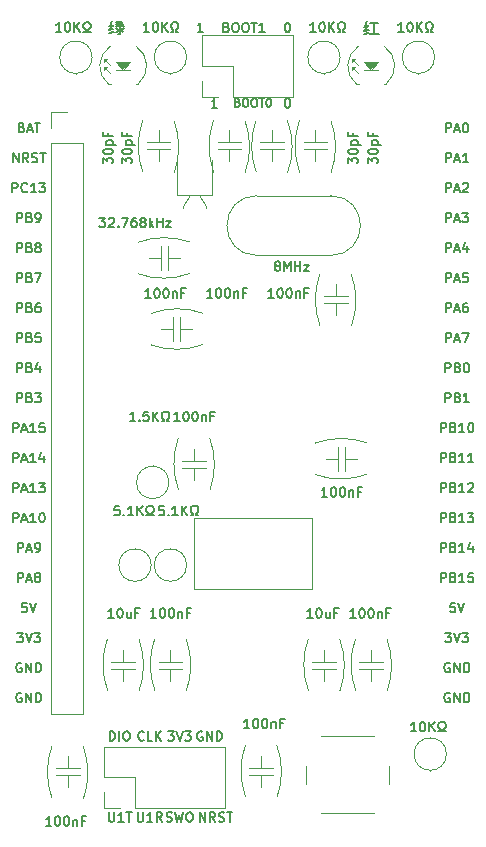
<source format=gto>
G04 Layer: TopSilkscreenLayer*
G04 EasyEDA Pro v2.2.27.1, 2024-09-15 10:59:50*
G04 Gerber Generator version 0.3*
G04 Scale: 100 percent, Rotated: No, Reflected: No*
G04 Dimensions in millimeters*
G04 Leading zeros omitted, absolute positions, 3 integers and 5 decimals*
%TF.GenerationSoftware,KiCad,Pcbnew,8.0.6*%
%TF.CreationDate,2024-11-06T22:38:32+08:00*%
%TF.ProjectId,lichuang-gekuo-star-stm32f103c8t6-development-board,6c696368-7561-46e6-972d-67656b756f2d,rev?*%
%TF.SameCoordinates,Original*%
%TF.FileFunction,Legend,Top*%
%TF.FilePolarity,Positive*%
%FSLAX46Y46*%
G04 Gerber Fmt 4.6, Leading zero omitted, Abs format (unit mm)*
G04 Created by KiCad (PCBNEW 8.0.6) date 2024-11-06 22:38:32*
%MOMM*%
%LPD*%
G01*
G04 APERTURE LIST*
%ADD10C,0.150000*%
%ADD11C,0.120000*%
%ADD12C,0.100000*%
G04 APERTURE END LIST*
D10*
X91784523Y-129062295D02*
X92279761Y-129062295D01*
X92279761Y-129062295D02*
X92013095Y-129367057D01*
X92013095Y-129367057D02*
X92127380Y-129367057D01*
X92127380Y-129367057D02*
X92203571Y-129405152D01*
X92203571Y-129405152D02*
X92241666Y-129443247D01*
X92241666Y-129443247D02*
X92279761Y-129519438D01*
X92279761Y-129519438D02*
X92279761Y-129709914D01*
X92279761Y-129709914D02*
X92241666Y-129786104D01*
X92241666Y-129786104D02*
X92203571Y-129824200D01*
X92203571Y-129824200D02*
X92127380Y-129862295D01*
X92127380Y-129862295D02*
X91898809Y-129862295D01*
X91898809Y-129862295D02*
X91822618Y-129824200D01*
X91822618Y-129824200D02*
X91784523Y-129786104D01*
X92508333Y-129062295D02*
X92775000Y-129862295D01*
X92775000Y-129862295D02*
X93041666Y-129062295D01*
X93232142Y-129062295D02*
X93727380Y-129062295D01*
X93727380Y-129062295D02*
X93460714Y-129367057D01*
X93460714Y-129367057D02*
X93574999Y-129367057D01*
X93574999Y-129367057D02*
X93651190Y-129405152D01*
X93651190Y-129405152D02*
X93689285Y-129443247D01*
X93689285Y-129443247D02*
X93727380Y-129519438D01*
X93727380Y-129519438D02*
X93727380Y-129709914D01*
X93727380Y-129709914D02*
X93689285Y-129786104D01*
X93689285Y-129786104D02*
X93651190Y-129824200D01*
X93651190Y-129824200D02*
X93574999Y-129862295D01*
X93574999Y-129862295D02*
X93346428Y-129862295D01*
X93346428Y-129862295D02*
X93270237Y-129824200D01*
X93270237Y-129824200D02*
X93232142Y-129786104D01*
X115640476Y-125860390D02*
X115564286Y-125822295D01*
X115564286Y-125822295D02*
X115450000Y-125822295D01*
X115450000Y-125822295D02*
X115335714Y-125860390D01*
X115335714Y-125860390D02*
X115259524Y-125936580D01*
X115259524Y-125936580D02*
X115221429Y-126012771D01*
X115221429Y-126012771D02*
X115183333Y-126165152D01*
X115183333Y-126165152D02*
X115183333Y-126279438D01*
X115183333Y-126279438D02*
X115221429Y-126431819D01*
X115221429Y-126431819D02*
X115259524Y-126508009D01*
X115259524Y-126508009D02*
X115335714Y-126584200D01*
X115335714Y-126584200D02*
X115450000Y-126622295D01*
X115450000Y-126622295D02*
X115526191Y-126622295D01*
X115526191Y-126622295D02*
X115640476Y-126584200D01*
X115640476Y-126584200D02*
X115678572Y-126546104D01*
X115678572Y-126546104D02*
X115678572Y-126279438D01*
X115678572Y-126279438D02*
X115526191Y-126279438D01*
X116021429Y-126622295D02*
X116021429Y-125822295D01*
X116021429Y-125822295D02*
X116478572Y-126622295D01*
X116478572Y-126622295D02*
X116478572Y-125822295D01*
X116859524Y-126622295D02*
X116859524Y-125822295D01*
X116859524Y-125822295D02*
X117050000Y-125822295D01*
X117050000Y-125822295D02*
X117164286Y-125860390D01*
X117164286Y-125860390D02*
X117240476Y-125936580D01*
X117240476Y-125936580D02*
X117278571Y-126012771D01*
X117278571Y-126012771D02*
X117316667Y-126165152D01*
X117316667Y-126165152D02*
X117316667Y-126279438D01*
X117316667Y-126279438D02*
X117278571Y-126431819D01*
X117278571Y-126431819D02*
X117240476Y-126508009D01*
X117240476Y-126508009D02*
X117164286Y-126584200D01*
X117164286Y-126584200D02*
X117050000Y-126622295D01*
X117050000Y-126622295D02*
X116859524Y-126622295D01*
X114878571Y-103762295D02*
X114878571Y-102962295D01*
X114878571Y-102962295D02*
X115183333Y-102962295D01*
X115183333Y-102962295D02*
X115259523Y-103000390D01*
X115259523Y-103000390D02*
X115297618Y-103038485D01*
X115297618Y-103038485D02*
X115335714Y-103114676D01*
X115335714Y-103114676D02*
X115335714Y-103228961D01*
X115335714Y-103228961D02*
X115297618Y-103305152D01*
X115297618Y-103305152D02*
X115259523Y-103343247D01*
X115259523Y-103343247D02*
X115183333Y-103381342D01*
X115183333Y-103381342D02*
X114878571Y-103381342D01*
X115945237Y-103343247D02*
X116059523Y-103381342D01*
X116059523Y-103381342D02*
X116097618Y-103419438D01*
X116097618Y-103419438D02*
X116135714Y-103495628D01*
X116135714Y-103495628D02*
X116135714Y-103609914D01*
X116135714Y-103609914D02*
X116097618Y-103686104D01*
X116097618Y-103686104D02*
X116059523Y-103724200D01*
X116059523Y-103724200D02*
X115983333Y-103762295D01*
X115983333Y-103762295D02*
X115678571Y-103762295D01*
X115678571Y-103762295D02*
X115678571Y-102962295D01*
X115678571Y-102962295D02*
X115945237Y-102962295D01*
X115945237Y-102962295D02*
X116021428Y-103000390D01*
X116021428Y-103000390D02*
X116059523Y-103038485D01*
X116059523Y-103038485D02*
X116097618Y-103114676D01*
X116097618Y-103114676D02*
X116097618Y-103190866D01*
X116097618Y-103190866D02*
X116059523Y-103267057D01*
X116059523Y-103267057D02*
X116021428Y-103305152D01*
X116021428Y-103305152D02*
X115945237Y-103343247D01*
X115945237Y-103343247D02*
X115678571Y-103343247D01*
X116897618Y-103762295D02*
X116440475Y-103762295D01*
X116669047Y-103762295D02*
X116669047Y-102962295D01*
X116669047Y-102962295D02*
X116592856Y-103076580D01*
X116592856Y-103076580D02*
X116516666Y-103152771D01*
X116516666Y-103152771D02*
X116440475Y-103190866D01*
X117392857Y-102962295D02*
X117469047Y-102962295D01*
X117469047Y-102962295D02*
X117545238Y-103000390D01*
X117545238Y-103000390D02*
X117583333Y-103038485D01*
X117583333Y-103038485D02*
X117621428Y-103114676D01*
X117621428Y-103114676D02*
X117659523Y-103267057D01*
X117659523Y-103267057D02*
X117659523Y-103457533D01*
X117659523Y-103457533D02*
X117621428Y-103609914D01*
X117621428Y-103609914D02*
X117583333Y-103686104D01*
X117583333Y-103686104D02*
X117545238Y-103724200D01*
X117545238Y-103724200D02*
X117469047Y-103762295D01*
X117469047Y-103762295D02*
X117392857Y-103762295D01*
X117392857Y-103762295D02*
X117316666Y-103724200D01*
X117316666Y-103724200D02*
X117278571Y-103686104D01*
X117278571Y-103686104D02*
X117240476Y-103609914D01*
X117240476Y-103609914D02*
X117202380Y-103457533D01*
X117202380Y-103457533D02*
X117202380Y-103267057D01*
X117202380Y-103267057D02*
X117240476Y-103114676D01*
X117240476Y-103114676D02*
X117278571Y-103038485D01*
X117278571Y-103038485D02*
X117316666Y-103000390D01*
X117316666Y-103000390D02*
X117392857Y-102962295D01*
X79066667Y-116462295D02*
X79066667Y-115662295D01*
X79066667Y-115662295D02*
X79371429Y-115662295D01*
X79371429Y-115662295D02*
X79447619Y-115700390D01*
X79447619Y-115700390D02*
X79485714Y-115738485D01*
X79485714Y-115738485D02*
X79523810Y-115814676D01*
X79523810Y-115814676D02*
X79523810Y-115928961D01*
X79523810Y-115928961D02*
X79485714Y-116005152D01*
X79485714Y-116005152D02*
X79447619Y-116043247D01*
X79447619Y-116043247D02*
X79371429Y-116081342D01*
X79371429Y-116081342D02*
X79066667Y-116081342D01*
X79828571Y-116233723D02*
X80209524Y-116233723D01*
X79752381Y-116462295D02*
X80019048Y-115662295D01*
X80019048Y-115662295D02*
X80285714Y-116462295D01*
X80666666Y-116005152D02*
X80590476Y-115967057D01*
X80590476Y-115967057D02*
X80552381Y-115928961D01*
X80552381Y-115928961D02*
X80514285Y-115852771D01*
X80514285Y-115852771D02*
X80514285Y-115814676D01*
X80514285Y-115814676D02*
X80552381Y-115738485D01*
X80552381Y-115738485D02*
X80590476Y-115700390D01*
X80590476Y-115700390D02*
X80666666Y-115662295D01*
X80666666Y-115662295D02*
X80819047Y-115662295D01*
X80819047Y-115662295D02*
X80895238Y-115700390D01*
X80895238Y-115700390D02*
X80933333Y-115738485D01*
X80933333Y-115738485D02*
X80971428Y-115814676D01*
X80971428Y-115814676D02*
X80971428Y-115852771D01*
X80971428Y-115852771D02*
X80933333Y-115928961D01*
X80933333Y-115928961D02*
X80895238Y-115967057D01*
X80895238Y-115967057D02*
X80819047Y-116005152D01*
X80819047Y-116005152D02*
X80666666Y-116005152D01*
X80666666Y-116005152D02*
X80590476Y-116043247D01*
X80590476Y-116043247D02*
X80552381Y-116081342D01*
X80552381Y-116081342D02*
X80514285Y-116157533D01*
X80514285Y-116157533D02*
X80514285Y-116309914D01*
X80514285Y-116309914D02*
X80552381Y-116386104D01*
X80552381Y-116386104D02*
X80590476Y-116424200D01*
X80590476Y-116424200D02*
X80666666Y-116462295D01*
X80666666Y-116462295D02*
X80819047Y-116462295D01*
X80819047Y-116462295D02*
X80895238Y-116424200D01*
X80895238Y-116424200D02*
X80933333Y-116386104D01*
X80933333Y-116386104D02*
X80971428Y-116309914D01*
X80971428Y-116309914D02*
X80971428Y-116157533D01*
X80971428Y-116157533D02*
X80933333Y-116081342D01*
X80933333Y-116081342D02*
X80895238Y-116043247D01*
X80895238Y-116043247D02*
X80819047Y-116005152D01*
X95958207Y-76277334D02*
X95501064Y-76277334D01*
X95729636Y-76277334D02*
X95729636Y-75477334D01*
X95729636Y-75477334D02*
X95653445Y-75591619D01*
X95653445Y-75591619D02*
X95577255Y-75667810D01*
X95577255Y-75667810D02*
X95501064Y-75705905D01*
X116097619Y-118202295D02*
X115716667Y-118202295D01*
X115716667Y-118202295D02*
X115678571Y-118583247D01*
X115678571Y-118583247D02*
X115716667Y-118545152D01*
X115716667Y-118545152D02*
X115792857Y-118507057D01*
X115792857Y-118507057D02*
X115983333Y-118507057D01*
X115983333Y-118507057D02*
X116059524Y-118545152D01*
X116059524Y-118545152D02*
X116097619Y-118583247D01*
X116097619Y-118583247D02*
X116135714Y-118659438D01*
X116135714Y-118659438D02*
X116135714Y-118849914D01*
X116135714Y-118849914D02*
X116097619Y-118926104D01*
X116097619Y-118926104D02*
X116059524Y-118964200D01*
X116059524Y-118964200D02*
X115983333Y-119002295D01*
X115983333Y-119002295D02*
X115792857Y-119002295D01*
X115792857Y-119002295D02*
X115716667Y-118964200D01*
X115716667Y-118964200D02*
X115678571Y-118926104D01*
X116364286Y-118202295D02*
X116630953Y-119002295D01*
X116630953Y-119002295D02*
X116897619Y-118202295D01*
X78685714Y-106302295D02*
X78685714Y-105502295D01*
X78685714Y-105502295D02*
X78990476Y-105502295D01*
X78990476Y-105502295D02*
X79066666Y-105540390D01*
X79066666Y-105540390D02*
X79104761Y-105578485D01*
X79104761Y-105578485D02*
X79142857Y-105654676D01*
X79142857Y-105654676D02*
X79142857Y-105768961D01*
X79142857Y-105768961D02*
X79104761Y-105845152D01*
X79104761Y-105845152D02*
X79066666Y-105883247D01*
X79066666Y-105883247D02*
X78990476Y-105921342D01*
X78990476Y-105921342D02*
X78685714Y-105921342D01*
X79447618Y-106073723D02*
X79828571Y-106073723D01*
X79371428Y-106302295D02*
X79638095Y-105502295D01*
X79638095Y-105502295D02*
X79904761Y-106302295D01*
X80590475Y-106302295D02*
X80133332Y-106302295D01*
X80361904Y-106302295D02*
X80361904Y-105502295D01*
X80361904Y-105502295D02*
X80285713Y-105616580D01*
X80285713Y-105616580D02*
X80209523Y-105692771D01*
X80209523Y-105692771D02*
X80133332Y-105730866D01*
X81276190Y-105768961D02*
X81276190Y-106302295D01*
X81085714Y-105464200D02*
X80895237Y-106035628D01*
X80895237Y-106035628D02*
X81390476Y-106035628D01*
X79390476Y-125860390D02*
X79314286Y-125822295D01*
X79314286Y-125822295D02*
X79200000Y-125822295D01*
X79200000Y-125822295D02*
X79085714Y-125860390D01*
X79085714Y-125860390D02*
X79009524Y-125936580D01*
X79009524Y-125936580D02*
X78971429Y-126012771D01*
X78971429Y-126012771D02*
X78933333Y-126165152D01*
X78933333Y-126165152D02*
X78933333Y-126279438D01*
X78933333Y-126279438D02*
X78971429Y-126431819D01*
X78971429Y-126431819D02*
X79009524Y-126508009D01*
X79009524Y-126508009D02*
X79085714Y-126584200D01*
X79085714Y-126584200D02*
X79200000Y-126622295D01*
X79200000Y-126622295D02*
X79276191Y-126622295D01*
X79276191Y-126622295D02*
X79390476Y-126584200D01*
X79390476Y-126584200D02*
X79428572Y-126546104D01*
X79428572Y-126546104D02*
X79428572Y-126279438D01*
X79428572Y-126279438D02*
X79276191Y-126279438D01*
X79771429Y-126622295D02*
X79771429Y-125822295D01*
X79771429Y-125822295D02*
X80228572Y-126622295D01*
X80228572Y-126622295D02*
X80228572Y-125822295D01*
X80609524Y-126622295D02*
X80609524Y-125822295D01*
X80609524Y-125822295D02*
X80800000Y-125822295D01*
X80800000Y-125822295D02*
X80914286Y-125860390D01*
X80914286Y-125860390D02*
X80990476Y-125936580D01*
X80990476Y-125936580D02*
X81028571Y-126012771D01*
X81028571Y-126012771D02*
X81066667Y-126165152D01*
X81066667Y-126165152D02*
X81066667Y-126279438D01*
X81066667Y-126279438D02*
X81028571Y-126431819D01*
X81028571Y-126431819D02*
X80990476Y-126508009D01*
X80990476Y-126508009D02*
X80914286Y-126584200D01*
X80914286Y-126584200D02*
X80800000Y-126622295D01*
X80800000Y-126622295D02*
X80609524Y-126622295D01*
X79009524Y-91062295D02*
X79009524Y-90262295D01*
X79009524Y-90262295D02*
X79314286Y-90262295D01*
X79314286Y-90262295D02*
X79390476Y-90300390D01*
X79390476Y-90300390D02*
X79428571Y-90338485D01*
X79428571Y-90338485D02*
X79466667Y-90414676D01*
X79466667Y-90414676D02*
X79466667Y-90528961D01*
X79466667Y-90528961D02*
X79428571Y-90605152D01*
X79428571Y-90605152D02*
X79390476Y-90643247D01*
X79390476Y-90643247D02*
X79314286Y-90681342D01*
X79314286Y-90681342D02*
X79009524Y-90681342D01*
X80076190Y-90643247D02*
X80190476Y-90681342D01*
X80190476Y-90681342D02*
X80228571Y-90719438D01*
X80228571Y-90719438D02*
X80266667Y-90795628D01*
X80266667Y-90795628D02*
X80266667Y-90909914D01*
X80266667Y-90909914D02*
X80228571Y-90986104D01*
X80228571Y-90986104D02*
X80190476Y-91024200D01*
X80190476Y-91024200D02*
X80114286Y-91062295D01*
X80114286Y-91062295D02*
X79809524Y-91062295D01*
X79809524Y-91062295D02*
X79809524Y-90262295D01*
X79809524Y-90262295D02*
X80076190Y-90262295D01*
X80076190Y-90262295D02*
X80152381Y-90300390D01*
X80152381Y-90300390D02*
X80190476Y-90338485D01*
X80190476Y-90338485D02*
X80228571Y-90414676D01*
X80228571Y-90414676D02*
X80228571Y-90490866D01*
X80228571Y-90490866D02*
X80190476Y-90567057D01*
X80190476Y-90567057D02*
X80152381Y-90605152D01*
X80152381Y-90605152D02*
X80076190Y-90643247D01*
X80076190Y-90643247D02*
X79809524Y-90643247D01*
X80533333Y-90262295D02*
X81066667Y-90262295D01*
X81066667Y-90262295D02*
X80723809Y-91062295D01*
X78685714Y-111382295D02*
X78685714Y-110582295D01*
X78685714Y-110582295D02*
X78990476Y-110582295D01*
X78990476Y-110582295D02*
X79066666Y-110620390D01*
X79066666Y-110620390D02*
X79104761Y-110658485D01*
X79104761Y-110658485D02*
X79142857Y-110734676D01*
X79142857Y-110734676D02*
X79142857Y-110848961D01*
X79142857Y-110848961D02*
X79104761Y-110925152D01*
X79104761Y-110925152D02*
X79066666Y-110963247D01*
X79066666Y-110963247D02*
X78990476Y-111001342D01*
X78990476Y-111001342D02*
X78685714Y-111001342D01*
X79447618Y-111153723D02*
X79828571Y-111153723D01*
X79371428Y-111382295D02*
X79638095Y-110582295D01*
X79638095Y-110582295D02*
X79904761Y-111382295D01*
X80590475Y-111382295D02*
X80133332Y-111382295D01*
X80361904Y-111382295D02*
X80361904Y-110582295D01*
X80361904Y-110582295D02*
X80285713Y-110696580D01*
X80285713Y-110696580D02*
X80209523Y-110772771D01*
X80209523Y-110772771D02*
X80133332Y-110810866D01*
X81085714Y-110582295D02*
X81161904Y-110582295D01*
X81161904Y-110582295D02*
X81238095Y-110620390D01*
X81238095Y-110620390D02*
X81276190Y-110658485D01*
X81276190Y-110658485D02*
X81314285Y-110734676D01*
X81314285Y-110734676D02*
X81352380Y-110887057D01*
X81352380Y-110887057D02*
X81352380Y-111077533D01*
X81352380Y-111077533D02*
X81314285Y-111229914D01*
X81314285Y-111229914D02*
X81276190Y-111306104D01*
X81276190Y-111306104D02*
X81238095Y-111344200D01*
X81238095Y-111344200D02*
X81161904Y-111382295D01*
X81161904Y-111382295D02*
X81085714Y-111382295D01*
X81085714Y-111382295D02*
X81009523Y-111344200D01*
X81009523Y-111344200D02*
X80971428Y-111306104D01*
X80971428Y-111306104D02*
X80933333Y-111229914D01*
X80933333Y-111229914D02*
X80895237Y-111077533D01*
X80895237Y-111077533D02*
X80895237Y-110887057D01*
X80895237Y-110887057D02*
X80933333Y-110734676D01*
X80933333Y-110734676D02*
X80971428Y-110658485D01*
X80971428Y-110658485D02*
X81009523Y-110620390D01*
X81009523Y-110620390D02*
X81085714Y-110582295D01*
X79009524Y-96142295D02*
X79009524Y-95342295D01*
X79009524Y-95342295D02*
X79314286Y-95342295D01*
X79314286Y-95342295D02*
X79390476Y-95380390D01*
X79390476Y-95380390D02*
X79428571Y-95418485D01*
X79428571Y-95418485D02*
X79466667Y-95494676D01*
X79466667Y-95494676D02*
X79466667Y-95608961D01*
X79466667Y-95608961D02*
X79428571Y-95685152D01*
X79428571Y-95685152D02*
X79390476Y-95723247D01*
X79390476Y-95723247D02*
X79314286Y-95761342D01*
X79314286Y-95761342D02*
X79009524Y-95761342D01*
X80076190Y-95723247D02*
X80190476Y-95761342D01*
X80190476Y-95761342D02*
X80228571Y-95799438D01*
X80228571Y-95799438D02*
X80266667Y-95875628D01*
X80266667Y-95875628D02*
X80266667Y-95989914D01*
X80266667Y-95989914D02*
X80228571Y-96066104D01*
X80228571Y-96066104D02*
X80190476Y-96104200D01*
X80190476Y-96104200D02*
X80114286Y-96142295D01*
X80114286Y-96142295D02*
X79809524Y-96142295D01*
X79809524Y-96142295D02*
X79809524Y-95342295D01*
X79809524Y-95342295D02*
X80076190Y-95342295D01*
X80076190Y-95342295D02*
X80152381Y-95380390D01*
X80152381Y-95380390D02*
X80190476Y-95418485D01*
X80190476Y-95418485D02*
X80228571Y-95494676D01*
X80228571Y-95494676D02*
X80228571Y-95570866D01*
X80228571Y-95570866D02*
X80190476Y-95647057D01*
X80190476Y-95647057D02*
X80152381Y-95685152D01*
X80152381Y-95685152D02*
X80076190Y-95723247D01*
X80076190Y-95723247D02*
X79809524Y-95723247D01*
X80990476Y-95342295D02*
X80609524Y-95342295D01*
X80609524Y-95342295D02*
X80571428Y-95723247D01*
X80571428Y-95723247D02*
X80609524Y-95685152D01*
X80609524Y-95685152D02*
X80685714Y-95647057D01*
X80685714Y-95647057D02*
X80876190Y-95647057D01*
X80876190Y-95647057D02*
X80952381Y-95685152D01*
X80952381Y-95685152D02*
X80990476Y-95723247D01*
X80990476Y-95723247D02*
X81028571Y-95799438D01*
X81028571Y-95799438D02*
X81028571Y-95989914D01*
X81028571Y-95989914D02*
X80990476Y-96066104D01*
X80990476Y-96066104D02*
X80952381Y-96104200D01*
X80952381Y-96104200D02*
X80876190Y-96142295D01*
X80876190Y-96142295D02*
X80685714Y-96142295D01*
X80685714Y-96142295D02*
X80609524Y-96104200D01*
X80609524Y-96104200D02*
X80571428Y-96066104D01*
X115316667Y-80902295D02*
X115316667Y-80102295D01*
X115316667Y-80102295D02*
X115621429Y-80102295D01*
X115621429Y-80102295D02*
X115697619Y-80140390D01*
X115697619Y-80140390D02*
X115735714Y-80178485D01*
X115735714Y-80178485D02*
X115773810Y-80254676D01*
X115773810Y-80254676D02*
X115773810Y-80368961D01*
X115773810Y-80368961D02*
X115735714Y-80445152D01*
X115735714Y-80445152D02*
X115697619Y-80483247D01*
X115697619Y-80483247D02*
X115621429Y-80521342D01*
X115621429Y-80521342D02*
X115316667Y-80521342D01*
X116078571Y-80673723D02*
X116459524Y-80673723D01*
X116002381Y-80902295D02*
X116269048Y-80102295D01*
X116269048Y-80102295D02*
X116535714Y-80902295D01*
X117221428Y-80902295D02*
X116764285Y-80902295D01*
X116992857Y-80902295D02*
X116992857Y-80102295D01*
X116992857Y-80102295D02*
X116916666Y-80216580D01*
X116916666Y-80216580D02*
X116840476Y-80292771D01*
X116840476Y-80292771D02*
X116764285Y-80330866D01*
X78628571Y-83442295D02*
X78628571Y-82642295D01*
X78628571Y-82642295D02*
X78933333Y-82642295D01*
X78933333Y-82642295D02*
X79009523Y-82680390D01*
X79009523Y-82680390D02*
X79047618Y-82718485D01*
X79047618Y-82718485D02*
X79085714Y-82794676D01*
X79085714Y-82794676D02*
X79085714Y-82908961D01*
X79085714Y-82908961D02*
X79047618Y-82985152D01*
X79047618Y-82985152D02*
X79009523Y-83023247D01*
X79009523Y-83023247D02*
X78933333Y-83061342D01*
X78933333Y-83061342D02*
X78628571Y-83061342D01*
X79885714Y-83366104D02*
X79847618Y-83404200D01*
X79847618Y-83404200D02*
X79733333Y-83442295D01*
X79733333Y-83442295D02*
X79657142Y-83442295D01*
X79657142Y-83442295D02*
X79542856Y-83404200D01*
X79542856Y-83404200D02*
X79466666Y-83328009D01*
X79466666Y-83328009D02*
X79428571Y-83251819D01*
X79428571Y-83251819D02*
X79390475Y-83099438D01*
X79390475Y-83099438D02*
X79390475Y-82985152D01*
X79390475Y-82985152D02*
X79428571Y-82832771D01*
X79428571Y-82832771D02*
X79466666Y-82756580D01*
X79466666Y-82756580D02*
X79542856Y-82680390D01*
X79542856Y-82680390D02*
X79657142Y-82642295D01*
X79657142Y-82642295D02*
X79733333Y-82642295D01*
X79733333Y-82642295D02*
X79847618Y-82680390D01*
X79847618Y-82680390D02*
X79885714Y-82718485D01*
X80647618Y-83442295D02*
X80190475Y-83442295D01*
X80419047Y-83442295D02*
X80419047Y-82642295D01*
X80419047Y-82642295D02*
X80342856Y-82756580D01*
X80342856Y-82756580D02*
X80266666Y-82832771D01*
X80266666Y-82832771D02*
X80190475Y-82870866D01*
X80914285Y-82642295D02*
X81409523Y-82642295D01*
X81409523Y-82642295D02*
X81142857Y-82947057D01*
X81142857Y-82947057D02*
X81257142Y-82947057D01*
X81257142Y-82947057D02*
X81333333Y-82985152D01*
X81333333Y-82985152D02*
X81371428Y-83023247D01*
X81371428Y-83023247D02*
X81409523Y-83099438D01*
X81409523Y-83099438D02*
X81409523Y-83289914D01*
X81409523Y-83289914D02*
X81371428Y-83366104D01*
X81371428Y-83366104D02*
X81333333Y-83404200D01*
X81333333Y-83404200D02*
X81257142Y-83442295D01*
X81257142Y-83442295D02*
X81028571Y-83442295D01*
X81028571Y-83442295D02*
X80952380Y-83404200D01*
X80952380Y-83404200D02*
X80914285Y-83366104D01*
X96752013Y-69463997D02*
X96866299Y-69502092D01*
X96866299Y-69502092D02*
X96904394Y-69540188D01*
X96904394Y-69540188D02*
X96942490Y-69616378D01*
X96942490Y-69616378D02*
X96942490Y-69730664D01*
X96942490Y-69730664D02*
X96904394Y-69806854D01*
X96904394Y-69806854D02*
X96866299Y-69844950D01*
X96866299Y-69844950D02*
X96790109Y-69883045D01*
X96790109Y-69883045D02*
X96485347Y-69883045D01*
X96485347Y-69883045D02*
X96485347Y-69083045D01*
X96485347Y-69083045D02*
X96752013Y-69083045D01*
X96752013Y-69083045D02*
X96828204Y-69121140D01*
X96828204Y-69121140D02*
X96866299Y-69159235D01*
X96866299Y-69159235D02*
X96904394Y-69235426D01*
X96904394Y-69235426D02*
X96904394Y-69311616D01*
X96904394Y-69311616D02*
X96866299Y-69387807D01*
X96866299Y-69387807D02*
X96828204Y-69425902D01*
X96828204Y-69425902D02*
X96752013Y-69463997D01*
X96752013Y-69463997D02*
X96485347Y-69463997D01*
X97437728Y-69083045D02*
X97590109Y-69083045D01*
X97590109Y-69083045D02*
X97666299Y-69121140D01*
X97666299Y-69121140D02*
X97742490Y-69197330D01*
X97742490Y-69197330D02*
X97780585Y-69349711D01*
X97780585Y-69349711D02*
X97780585Y-69616378D01*
X97780585Y-69616378D02*
X97742490Y-69768759D01*
X97742490Y-69768759D02*
X97666299Y-69844950D01*
X97666299Y-69844950D02*
X97590109Y-69883045D01*
X97590109Y-69883045D02*
X97437728Y-69883045D01*
X97437728Y-69883045D02*
X97361537Y-69844950D01*
X97361537Y-69844950D02*
X97285347Y-69768759D01*
X97285347Y-69768759D02*
X97247251Y-69616378D01*
X97247251Y-69616378D02*
X97247251Y-69349711D01*
X97247251Y-69349711D02*
X97285347Y-69197330D01*
X97285347Y-69197330D02*
X97361537Y-69121140D01*
X97361537Y-69121140D02*
X97437728Y-69083045D01*
X98275823Y-69083045D02*
X98428204Y-69083045D01*
X98428204Y-69083045D02*
X98504394Y-69121140D01*
X98504394Y-69121140D02*
X98580585Y-69197330D01*
X98580585Y-69197330D02*
X98618680Y-69349711D01*
X98618680Y-69349711D02*
X98618680Y-69616378D01*
X98618680Y-69616378D02*
X98580585Y-69768759D01*
X98580585Y-69768759D02*
X98504394Y-69844950D01*
X98504394Y-69844950D02*
X98428204Y-69883045D01*
X98428204Y-69883045D02*
X98275823Y-69883045D01*
X98275823Y-69883045D02*
X98199632Y-69844950D01*
X98199632Y-69844950D02*
X98123442Y-69768759D01*
X98123442Y-69768759D02*
X98085346Y-69616378D01*
X98085346Y-69616378D02*
X98085346Y-69349711D01*
X98085346Y-69349711D02*
X98123442Y-69197330D01*
X98123442Y-69197330D02*
X98199632Y-69121140D01*
X98199632Y-69121140D02*
X98275823Y-69083045D01*
X98847251Y-69083045D02*
X99304394Y-69083045D01*
X99075822Y-69883045D02*
X99075822Y-69083045D01*
X99990108Y-69883045D02*
X99532965Y-69883045D01*
X99761537Y-69883045D02*
X99761537Y-69083045D01*
X99761537Y-69083045D02*
X99685346Y-69197330D01*
X99685346Y-69197330D02*
X99609156Y-69273521D01*
X99609156Y-69273521D02*
X99532965Y-69311616D01*
X115259524Y-101222295D02*
X115259524Y-100422295D01*
X115259524Y-100422295D02*
X115564286Y-100422295D01*
X115564286Y-100422295D02*
X115640476Y-100460390D01*
X115640476Y-100460390D02*
X115678571Y-100498485D01*
X115678571Y-100498485D02*
X115716667Y-100574676D01*
X115716667Y-100574676D02*
X115716667Y-100688961D01*
X115716667Y-100688961D02*
X115678571Y-100765152D01*
X115678571Y-100765152D02*
X115640476Y-100803247D01*
X115640476Y-100803247D02*
X115564286Y-100841342D01*
X115564286Y-100841342D02*
X115259524Y-100841342D01*
X116326190Y-100803247D02*
X116440476Y-100841342D01*
X116440476Y-100841342D02*
X116478571Y-100879438D01*
X116478571Y-100879438D02*
X116516667Y-100955628D01*
X116516667Y-100955628D02*
X116516667Y-101069914D01*
X116516667Y-101069914D02*
X116478571Y-101146104D01*
X116478571Y-101146104D02*
X116440476Y-101184200D01*
X116440476Y-101184200D02*
X116364286Y-101222295D01*
X116364286Y-101222295D02*
X116059524Y-101222295D01*
X116059524Y-101222295D02*
X116059524Y-100422295D01*
X116059524Y-100422295D02*
X116326190Y-100422295D01*
X116326190Y-100422295D02*
X116402381Y-100460390D01*
X116402381Y-100460390D02*
X116440476Y-100498485D01*
X116440476Y-100498485D02*
X116478571Y-100574676D01*
X116478571Y-100574676D02*
X116478571Y-100650866D01*
X116478571Y-100650866D02*
X116440476Y-100727057D01*
X116440476Y-100727057D02*
X116402381Y-100765152D01*
X116402381Y-100765152D02*
X116326190Y-100803247D01*
X116326190Y-100803247D02*
X116059524Y-100803247D01*
X117278571Y-101222295D02*
X116821428Y-101222295D01*
X117050000Y-101222295D02*
X117050000Y-100422295D01*
X117050000Y-100422295D02*
X116973809Y-100536580D01*
X116973809Y-100536580D02*
X116897619Y-100612771D01*
X116897619Y-100612771D02*
X116821428Y-100650866D01*
X78685714Y-103762295D02*
X78685714Y-102962295D01*
X78685714Y-102962295D02*
X78990476Y-102962295D01*
X78990476Y-102962295D02*
X79066666Y-103000390D01*
X79066666Y-103000390D02*
X79104761Y-103038485D01*
X79104761Y-103038485D02*
X79142857Y-103114676D01*
X79142857Y-103114676D02*
X79142857Y-103228961D01*
X79142857Y-103228961D02*
X79104761Y-103305152D01*
X79104761Y-103305152D02*
X79066666Y-103343247D01*
X79066666Y-103343247D02*
X78990476Y-103381342D01*
X78990476Y-103381342D02*
X78685714Y-103381342D01*
X79447618Y-103533723D02*
X79828571Y-103533723D01*
X79371428Y-103762295D02*
X79638095Y-102962295D01*
X79638095Y-102962295D02*
X79904761Y-103762295D01*
X80590475Y-103762295D02*
X80133332Y-103762295D01*
X80361904Y-103762295D02*
X80361904Y-102962295D01*
X80361904Y-102962295D02*
X80285713Y-103076580D01*
X80285713Y-103076580D02*
X80209523Y-103152771D01*
X80209523Y-103152771D02*
X80133332Y-103190866D01*
X81314285Y-102962295D02*
X80933333Y-102962295D01*
X80933333Y-102962295D02*
X80895237Y-103343247D01*
X80895237Y-103343247D02*
X80933333Y-103305152D01*
X80933333Y-103305152D02*
X81009523Y-103267057D01*
X81009523Y-103267057D02*
X81199999Y-103267057D01*
X81199999Y-103267057D02*
X81276190Y-103305152D01*
X81276190Y-103305152D02*
X81314285Y-103343247D01*
X81314285Y-103343247D02*
X81352380Y-103419438D01*
X81352380Y-103419438D02*
X81352380Y-103609914D01*
X81352380Y-103609914D02*
X81314285Y-103686104D01*
X81314285Y-103686104D02*
X81276190Y-103724200D01*
X81276190Y-103724200D02*
X81199999Y-103762295D01*
X81199999Y-103762295D02*
X81009523Y-103762295D01*
X81009523Y-103762295D02*
X80933333Y-103724200D01*
X80933333Y-103724200D02*
X80895237Y-103686104D01*
X79847619Y-118202295D02*
X79466667Y-118202295D01*
X79466667Y-118202295D02*
X79428571Y-118583247D01*
X79428571Y-118583247D02*
X79466667Y-118545152D01*
X79466667Y-118545152D02*
X79542857Y-118507057D01*
X79542857Y-118507057D02*
X79733333Y-118507057D01*
X79733333Y-118507057D02*
X79809524Y-118545152D01*
X79809524Y-118545152D02*
X79847619Y-118583247D01*
X79847619Y-118583247D02*
X79885714Y-118659438D01*
X79885714Y-118659438D02*
X79885714Y-118849914D01*
X79885714Y-118849914D02*
X79847619Y-118926104D01*
X79847619Y-118926104D02*
X79809524Y-118964200D01*
X79809524Y-118964200D02*
X79733333Y-119002295D01*
X79733333Y-119002295D02*
X79542857Y-119002295D01*
X79542857Y-119002295D02*
X79466667Y-118964200D01*
X79466667Y-118964200D02*
X79428571Y-118926104D01*
X80114286Y-118202295D02*
X80380953Y-119002295D01*
X80380953Y-119002295D02*
X80647619Y-118202295D01*
X97698684Y-75822905D02*
X97798684Y-75856239D01*
X97798684Y-75856239D02*
X97832017Y-75889572D01*
X97832017Y-75889572D02*
X97865350Y-75956239D01*
X97865350Y-75956239D02*
X97865350Y-76056239D01*
X97865350Y-76056239D02*
X97832017Y-76122905D01*
X97832017Y-76122905D02*
X97798684Y-76156239D01*
X97798684Y-76156239D02*
X97732017Y-76189572D01*
X97732017Y-76189572D02*
X97465350Y-76189572D01*
X97465350Y-76189572D02*
X97465350Y-75489572D01*
X97465350Y-75489572D02*
X97698684Y-75489572D01*
X97698684Y-75489572D02*
X97765350Y-75522905D01*
X97765350Y-75522905D02*
X97798684Y-75556239D01*
X97798684Y-75556239D02*
X97832017Y-75622905D01*
X97832017Y-75622905D02*
X97832017Y-75689572D01*
X97832017Y-75689572D02*
X97798684Y-75756239D01*
X97798684Y-75756239D02*
X97765350Y-75789572D01*
X97765350Y-75789572D02*
X97698684Y-75822905D01*
X97698684Y-75822905D02*
X97465350Y-75822905D01*
X98298684Y-75489572D02*
X98432017Y-75489572D01*
X98432017Y-75489572D02*
X98498684Y-75522905D01*
X98498684Y-75522905D02*
X98565350Y-75589572D01*
X98565350Y-75589572D02*
X98598684Y-75722905D01*
X98598684Y-75722905D02*
X98598684Y-75956239D01*
X98598684Y-75956239D02*
X98565350Y-76089572D01*
X98565350Y-76089572D02*
X98498684Y-76156239D01*
X98498684Y-76156239D02*
X98432017Y-76189572D01*
X98432017Y-76189572D02*
X98298684Y-76189572D01*
X98298684Y-76189572D02*
X98232017Y-76156239D01*
X98232017Y-76156239D02*
X98165350Y-76089572D01*
X98165350Y-76089572D02*
X98132017Y-75956239D01*
X98132017Y-75956239D02*
X98132017Y-75722905D01*
X98132017Y-75722905D02*
X98165350Y-75589572D01*
X98165350Y-75589572D02*
X98232017Y-75522905D01*
X98232017Y-75522905D02*
X98298684Y-75489572D01*
X99032017Y-75489572D02*
X99165350Y-75489572D01*
X99165350Y-75489572D02*
X99232017Y-75522905D01*
X99232017Y-75522905D02*
X99298683Y-75589572D01*
X99298683Y-75589572D02*
X99332017Y-75722905D01*
X99332017Y-75722905D02*
X99332017Y-75956239D01*
X99332017Y-75956239D02*
X99298683Y-76089572D01*
X99298683Y-76089572D02*
X99232017Y-76156239D01*
X99232017Y-76156239D02*
X99165350Y-76189572D01*
X99165350Y-76189572D02*
X99032017Y-76189572D01*
X99032017Y-76189572D02*
X98965350Y-76156239D01*
X98965350Y-76156239D02*
X98898683Y-76089572D01*
X98898683Y-76089572D02*
X98865350Y-75956239D01*
X98865350Y-75956239D02*
X98865350Y-75722905D01*
X98865350Y-75722905D02*
X98898683Y-75589572D01*
X98898683Y-75589572D02*
X98965350Y-75522905D01*
X98965350Y-75522905D02*
X99032017Y-75489572D01*
X99532016Y-75489572D02*
X99932016Y-75489572D01*
X99732016Y-76189572D02*
X99732016Y-75489572D01*
X100298683Y-75489572D02*
X100365349Y-75489572D01*
X100365349Y-75489572D02*
X100432016Y-75522905D01*
X100432016Y-75522905D02*
X100465349Y-75556239D01*
X100465349Y-75556239D02*
X100498683Y-75622905D01*
X100498683Y-75622905D02*
X100532016Y-75756239D01*
X100532016Y-75756239D02*
X100532016Y-75922905D01*
X100532016Y-75922905D02*
X100498683Y-76056239D01*
X100498683Y-76056239D02*
X100465349Y-76122905D01*
X100465349Y-76122905D02*
X100432016Y-76156239D01*
X100432016Y-76156239D02*
X100365349Y-76189572D01*
X100365349Y-76189572D02*
X100298683Y-76189572D01*
X100298683Y-76189572D02*
X100232016Y-76156239D01*
X100232016Y-76156239D02*
X100198683Y-76122905D01*
X100198683Y-76122905D02*
X100165349Y-76056239D01*
X100165349Y-76056239D02*
X100132016Y-75922905D01*
X100132016Y-75922905D02*
X100132016Y-75756239D01*
X100132016Y-75756239D02*
X100165349Y-75622905D01*
X100165349Y-75622905D02*
X100198683Y-75556239D01*
X100198683Y-75556239D02*
X100232016Y-75522905D01*
X100232016Y-75522905D02*
X100298683Y-75489572D01*
X114878571Y-106302295D02*
X114878571Y-105502295D01*
X114878571Y-105502295D02*
X115183333Y-105502295D01*
X115183333Y-105502295D02*
X115259523Y-105540390D01*
X115259523Y-105540390D02*
X115297618Y-105578485D01*
X115297618Y-105578485D02*
X115335714Y-105654676D01*
X115335714Y-105654676D02*
X115335714Y-105768961D01*
X115335714Y-105768961D02*
X115297618Y-105845152D01*
X115297618Y-105845152D02*
X115259523Y-105883247D01*
X115259523Y-105883247D02*
X115183333Y-105921342D01*
X115183333Y-105921342D02*
X114878571Y-105921342D01*
X115945237Y-105883247D02*
X116059523Y-105921342D01*
X116059523Y-105921342D02*
X116097618Y-105959438D01*
X116097618Y-105959438D02*
X116135714Y-106035628D01*
X116135714Y-106035628D02*
X116135714Y-106149914D01*
X116135714Y-106149914D02*
X116097618Y-106226104D01*
X116097618Y-106226104D02*
X116059523Y-106264200D01*
X116059523Y-106264200D02*
X115983333Y-106302295D01*
X115983333Y-106302295D02*
X115678571Y-106302295D01*
X115678571Y-106302295D02*
X115678571Y-105502295D01*
X115678571Y-105502295D02*
X115945237Y-105502295D01*
X115945237Y-105502295D02*
X116021428Y-105540390D01*
X116021428Y-105540390D02*
X116059523Y-105578485D01*
X116059523Y-105578485D02*
X116097618Y-105654676D01*
X116097618Y-105654676D02*
X116097618Y-105730866D01*
X116097618Y-105730866D02*
X116059523Y-105807057D01*
X116059523Y-105807057D02*
X116021428Y-105845152D01*
X116021428Y-105845152D02*
X115945237Y-105883247D01*
X115945237Y-105883247D02*
X115678571Y-105883247D01*
X116897618Y-106302295D02*
X116440475Y-106302295D01*
X116669047Y-106302295D02*
X116669047Y-105502295D01*
X116669047Y-105502295D02*
X116592856Y-105616580D01*
X116592856Y-105616580D02*
X116516666Y-105692771D01*
X116516666Y-105692771D02*
X116440475Y-105730866D01*
X117659523Y-106302295D02*
X117202380Y-106302295D01*
X117430952Y-106302295D02*
X117430952Y-105502295D01*
X117430952Y-105502295D02*
X117354761Y-105616580D01*
X117354761Y-105616580D02*
X117278571Y-105692771D01*
X117278571Y-105692771D02*
X117202380Y-105730866D01*
X79009524Y-88522295D02*
X79009524Y-87722295D01*
X79009524Y-87722295D02*
X79314286Y-87722295D01*
X79314286Y-87722295D02*
X79390476Y-87760390D01*
X79390476Y-87760390D02*
X79428571Y-87798485D01*
X79428571Y-87798485D02*
X79466667Y-87874676D01*
X79466667Y-87874676D02*
X79466667Y-87988961D01*
X79466667Y-87988961D02*
X79428571Y-88065152D01*
X79428571Y-88065152D02*
X79390476Y-88103247D01*
X79390476Y-88103247D02*
X79314286Y-88141342D01*
X79314286Y-88141342D02*
X79009524Y-88141342D01*
X80076190Y-88103247D02*
X80190476Y-88141342D01*
X80190476Y-88141342D02*
X80228571Y-88179438D01*
X80228571Y-88179438D02*
X80266667Y-88255628D01*
X80266667Y-88255628D02*
X80266667Y-88369914D01*
X80266667Y-88369914D02*
X80228571Y-88446104D01*
X80228571Y-88446104D02*
X80190476Y-88484200D01*
X80190476Y-88484200D02*
X80114286Y-88522295D01*
X80114286Y-88522295D02*
X79809524Y-88522295D01*
X79809524Y-88522295D02*
X79809524Y-87722295D01*
X79809524Y-87722295D02*
X80076190Y-87722295D01*
X80076190Y-87722295D02*
X80152381Y-87760390D01*
X80152381Y-87760390D02*
X80190476Y-87798485D01*
X80190476Y-87798485D02*
X80228571Y-87874676D01*
X80228571Y-87874676D02*
X80228571Y-87950866D01*
X80228571Y-87950866D02*
X80190476Y-88027057D01*
X80190476Y-88027057D02*
X80152381Y-88065152D01*
X80152381Y-88065152D02*
X80076190Y-88103247D01*
X80076190Y-88103247D02*
X79809524Y-88103247D01*
X80723809Y-88065152D02*
X80647619Y-88027057D01*
X80647619Y-88027057D02*
X80609524Y-87988961D01*
X80609524Y-87988961D02*
X80571428Y-87912771D01*
X80571428Y-87912771D02*
X80571428Y-87874676D01*
X80571428Y-87874676D02*
X80609524Y-87798485D01*
X80609524Y-87798485D02*
X80647619Y-87760390D01*
X80647619Y-87760390D02*
X80723809Y-87722295D01*
X80723809Y-87722295D02*
X80876190Y-87722295D01*
X80876190Y-87722295D02*
X80952381Y-87760390D01*
X80952381Y-87760390D02*
X80990476Y-87798485D01*
X80990476Y-87798485D02*
X81028571Y-87874676D01*
X81028571Y-87874676D02*
X81028571Y-87912771D01*
X81028571Y-87912771D02*
X80990476Y-87988961D01*
X80990476Y-87988961D02*
X80952381Y-88027057D01*
X80952381Y-88027057D02*
X80876190Y-88065152D01*
X80876190Y-88065152D02*
X80723809Y-88065152D01*
X80723809Y-88065152D02*
X80647619Y-88103247D01*
X80647619Y-88103247D02*
X80609524Y-88141342D01*
X80609524Y-88141342D02*
X80571428Y-88217533D01*
X80571428Y-88217533D02*
X80571428Y-88369914D01*
X80571428Y-88369914D02*
X80609524Y-88446104D01*
X80609524Y-88446104D02*
X80647619Y-88484200D01*
X80647619Y-88484200D02*
X80723809Y-88522295D01*
X80723809Y-88522295D02*
X80876190Y-88522295D01*
X80876190Y-88522295D02*
X80952381Y-88484200D01*
X80952381Y-88484200D02*
X80990476Y-88446104D01*
X80990476Y-88446104D02*
X81028571Y-88369914D01*
X81028571Y-88369914D02*
X81028571Y-88217533D01*
X81028571Y-88217533D02*
X80990476Y-88141342D01*
X80990476Y-88141342D02*
X80952381Y-88103247D01*
X80952381Y-88103247D02*
X80876190Y-88065152D01*
X91670237Y-136694200D02*
X91784523Y-136732295D01*
X91784523Y-136732295D02*
X91974999Y-136732295D01*
X91974999Y-136732295D02*
X92051190Y-136694200D01*
X92051190Y-136694200D02*
X92089285Y-136656104D01*
X92089285Y-136656104D02*
X92127380Y-136579914D01*
X92127380Y-136579914D02*
X92127380Y-136503723D01*
X92127380Y-136503723D02*
X92089285Y-136427533D01*
X92089285Y-136427533D02*
X92051190Y-136389438D01*
X92051190Y-136389438D02*
X91974999Y-136351342D01*
X91974999Y-136351342D02*
X91822618Y-136313247D01*
X91822618Y-136313247D02*
X91746428Y-136275152D01*
X91746428Y-136275152D02*
X91708333Y-136237057D01*
X91708333Y-136237057D02*
X91670237Y-136160866D01*
X91670237Y-136160866D02*
X91670237Y-136084676D01*
X91670237Y-136084676D02*
X91708333Y-136008485D01*
X91708333Y-136008485D02*
X91746428Y-135970390D01*
X91746428Y-135970390D02*
X91822618Y-135932295D01*
X91822618Y-135932295D02*
X92013095Y-135932295D01*
X92013095Y-135932295D02*
X92127380Y-135970390D01*
X92394047Y-135932295D02*
X92584523Y-136732295D01*
X92584523Y-136732295D02*
X92736904Y-136160866D01*
X92736904Y-136160866D02*
X92889285Y-136732295D01*
X92889285Y-136732295D02*
X93079762Y-135932295D01*
X93536905Y-135932295D02*
X93689286Y-135932295D01*
X93689286Y-135932295D02*
X93765476Y-135970390D01*
X93765476Y-135970390D02*
X93841667Y-136046580D01*
X93841667Y-136046580D02*
X93879762Y-136198961D01*
X93879762Y-136198961D02*
X93879762Y-136465628D01*
X93879762Y-136465628D02*
X93841667Y-136618009D01*
X93841667Y-136618009D02*
X93765476Y-136694200D01*
X93765476Y-136694200D02*
X93689286Y-136732295D01*
X93689286Y-136732295D02*
X93536905Y-136732295D01*
X93536905Y-136732295D02*
X93460714Y-136694200D01*
X93460714Y-136694200D02*
X93384524Y-136618009D01*
X93384524Y-136618009D02*
X93346428Y-136465628D01*
X93346428Y-136465628D02*
X93346428Y-136198961D01*
X93346428Y-136198961D02*
X93384524Y-136046580D01*
X93384524Y-136046580D02*
X93460714Y-135970390D01*
X93460714Y-135970390D02*
X93536905Y-135932295D01*
X94500714Y-136732295D02*
X94500714Y-135932295D01*
X94500714Y-135932295D02*
X94957857Y-136732295D01*
X94957857Y-136732295D02*
X94957857Y-135932295D01*
X95795952Y-136732295D02*
X95529285Y-136351342D01*
X95338809Y-136732295D02*
X95338809Y-135932295D01*
X95338809Y-135932295D02*
X95643571Y-135932295D01*
X95643571Y-135932295D02*
X95719761Y-135970390D01*
X95719761Y-135970390D02*
X95757856Y-136008485D01*
X95757856Y-136008485D02*
X95795952Y-136084676D01*
X95795952Y-136084676D02*
X95795952Y-136198961D01*
X95795952Y-136198961D02*
X95757856Y-136275152D01*
X95757856Y-136275152D02*
X95719761Y-136313247D01*
X95719761Y-136313247D02*
X95643571Y-136351342D01*
X95643571Y-136351342D02*
X95338809Y-136351342D01*
X96100713Y-136694200D02*
X96214999Y-136732295D01*
X96214999Y-136732295D02*
X96405475Y-136732295D01*
X96405475Y-136732295D02*
X96481666Y-136694200D01*
X96481666Y-136694200D02*
X96519761Y-136656104D01*
X96519761Y-136656104D02*
X96557856Y-136579914D01*
X96557856Y-136579914D02*
X96557856Y-136503723D01*
X96557856Y-136503723D02*
X96519761Y-136427533D01*
X96519761Y-136427533D02*
X96481666Y-136389438D01*
X96481666Y-136389438D02*
X96405475Y-136351342D01*
X96405475Y-136351342D02*
X96253094Y-136313247D01*
X96253094Y-136313247D02*
X96176904Y-136275152D01*
X96176904Y-136275152D02*
X96138809Y-136237057D01*
X96138809Y-136237057D02*
X96100713Y-136160866D01*
X96100713Y-136160866D02*
X96100713Y-136084676D01*
X96100713Y-136084676D02*
X96138809Y-136008485D01*
X96138809Y-136008485D02*
X96176904Y-135970390D01*
X96176904Y-135970390D02*
X96253094Y-135932295D01*
X96253094Y-135932295D02*
X96443571Y-135932295D01*
X96443571Y-135932295D02*
X96557856Y-135970390D01*
X96786428Y-135932295D02*
X97243571Y-135932295D01*
X97014999Y-136732295D02*
X97014999Y-135932295D01*
X79009524Y-98682295D02*
X79009524Y-97882295D01*
X79009524Y-97882295D02*
X79314286Y-97882295D01*
X79314286Y-97882295D02*
X79390476Y-97920390D01*
X79390476Y-97920390D02*
X79428571Y-97958485D01*
X79428571Y-97958485D02*
X79466667Y-98034676D01*
X79466667Y-98034676D02*
X79466667Y-98148961D01*
X79466667Y-98148961D02*
X79428571Y-98225152D01*
X79428571Y-98225152D02*
X79390476Y-98263247D01*
X79390476Y-98263247D02*
X79314286Y-98301342D01*
X79314286Y-98301342D02*
X79009524Y-98301342D01*
X80076190Y-98263247D02*
X80190476Y-98301342D01*
X80190476Y-98301342D02*
X80228571Y-98339438D01*
X80228571Y-98339438D02*
X80266667Y-98415628D01*
X80266667Y-98415628D02*
X80266667Y-98529914D01*
X80266667Y-98529914D02*
X80228571Y-98606104D01*
X80228571Y-98606104D02*
X80190476Y-98644200D01*
X80190476Y-98644200D02*
X80114286Y-98682295D01*
X80114286Y-98682295D02*
X79809524Y-98682295D01*
X79809524Y-98682295D02*
X79809524Y-97882295D01*
X79809524Y-97882295D02*
X80076190Y-97882295D01*
X80076190Y-97882295D02*
X80152381Y-97920390D01*
X80152381Y-97920390D02*
X80190476Y-97958485D01*
X80190476Y-97958485D02*
X80228571Y-98034676D01*
X80228571Y-98034676D02*
X80228571Y-98110866D01*
X80228571Y-98110866D02*
X80190476Y-98187057D01*
X80190476Y-98187057D02*
X80152381Y-98225152D01*
X80152381Y-98225152D02*
X80076190Y-98263247D01*
X80076190Y-98263247D02*
X79809524Y-98263247D01*
X80952381Y-98148961D02*
X80952381Y-98682295D01*
X80761905Y-97844200D02*
X80571428Y-98415628D01*
X80571428Y-98415628D02*
X81066667Y-98415628D01*
X94705476Y-129100390D02*
X94629286Y-129062295D01*
X94629286Y-129062295D02*
X94515000Y-129062295D01*
X94515000Y-129062295D02*
X94400714Y-129100390D01*
X94400714Y-129100390D02*
X94324524Y-129176580D01*
X94324524Y-129176580D02*
X94286429Y-129252771D01*
X94286429Y-129252771D02*
X94248333Y-129405152D01*
X94248333Y-129405152D02*
X94248333Y-129519438D01*
X94248333Y-129519438D02*
X94286429Y-129671819D01*
X94286429Y-129671819D02*
X94324524Y-129748009D01*
X94324524Y-129748009D02*
X94400714Y-129824200D01*
X94400714Y-129824200D02*
X94515000Y-129862295D01*
X94515000Y-129862295D02*
X94591191Y-129862295D01*
X94591191Y-129862295D02*
X94705476Y-129824200D01*
X94705476Y-129824200D02*
X94743572Y-129786104D01*
X94743572Y-129786104D02*
X94743572Y-129519438D01*
X94743572Y-129519438D02*
X94591191Y-129519438D01*
X95086429Y-129862295D02*
X95086429Y-129062295D01*
X95086429Y-129062295D02*
X95543572Y-129862295D01*
X95543572Y-129862295D02*
X95543572Y-129062295D01*
X95924524Y-129862295D02*
X95924524Y-129062295D01*
X95924524Y-129062295D02*
X96115000Y-129062295D01*
X96115000Y-129062295D02*
X96229286Y-129100390D01*
X96229286Y-129100390D02*
X96305476Y-129176580D01*
X96305476Y-129176580D02*
X96343571Y-129252771D01*
X96343571Y-129252771D02*
X96381667Y-129405152D01*
X96381667Y-129405152D02*
X96381667Y-129519438D01*
X96381667Y-129519438D02*
X96343571Y-129671819D01*
X96343571Y-129671819D02*
X96305476Y-129748009D01*
X96305476Y-129748009D02*
X96229286Y-129824200D01*
X96229286Y-129824200D02*
X96115000Y-129862295D01*
X96115000Y-129862295D02*
X95924524Y-129862295D01*
X114878571Y-111382295D02*
X114878571Y-110582295D01*
X114878571Y-110582295D02*
X115183333Y-110582295D01*
X115183333Y-110582295D02*
X115259523Y-110620390D01*
X115259523Y-110620390D02*
X115297618Y-110658485D01*
X115297618Y-110658485D02*
X115335714Y-110734676D01*
X115335714Y-110734676D02*
X115335714Y-110848961D01*
X115335714Y-110848961D02*
X115297618Y-110925152D01*
X115297618Y-110925152D02*
X115259523Y-110963247D01*
X115259523Y-110963247D02*
X115183333Y-111001342D01*
X115183333Y-111001342D02*
X114878571Y-111001342D01*
X115945237Y-110963247D02*
X116059523Y-111001342D01*
X116059523Y-111001342D02*
X116097618Y-111039438D01*
X116097618Y-111039438D02*
X116135714Y-111115628D01*
X116135714Y-111115628D02*
X116135714Y-111229914D01*
X116135714Y-111229914D02*
X116097618Y-111306104D01*
X116097618Y-111306104D02*
X116059523Y-111344200D01*
X116059523Y-111344200D02*
X115983333Y-111382295D01*
X115983333Y-111382295D02*
X115678571Y-111382295D01*
X115678571Y-111382295D02*
X115678571Y-110582295D01*
X115678571Y-110582295D02*
X115945237Y-110582295D01*
X115945237Y-110582295D02*
X116021428Y-110620390D01*
X116021428Y-110620390D02*
X116059523Y-110658485D01*
X116059523Y-110658485D02*
X116097618Y-110734676D01*
X116097618Y-110734676D02*
X116097618Y-110810866D01*
X116097618Y-110810866D02*
X116059523Y-110887057D01*
X116059523Y-110887057D02*
X116021428Y-110925152D01*
X116021428Y-110925152D02*
X115945237Y-110963247D01*
X115945237Y-110963247D02*
X115678571Y-110963247D01*
X116897618Y-111382295D02*
X116440475Y-111382295D01*
X116669047Y-111382295D02*
X116669047Y-110582295D01*
X116669047Y-110582295D02*
X116592856Y-110696580D01*
X116592856Y-110696580D02*
X116516666Y-110772771D01*
X116516666Y-110772771D02*
X116440475Y-110810866D01*
X117164285Y-110582295D02*
X117659523Y-110582295D01*
X117659523Y-110582295D02*
X117392857Y-110887057D01*
X117392857Y-110887057D02*
X117507142Y-110887057D01*
X117507142Y-110887057D02*
X117583333Y-110925152D01*
X117583333Y-110925152D02*
X117621428Y-110963247D01*
X117621428Y-110963247D02*
X117659523Y-111039438D01*
X117659523Y-111039438D02*
X117659523Y-111229914D01*
X117659523Y-111229914D02*
X117621428Y-111306104D01*
X117621428Y-111306104D02*
X117583333Y-111344200D01*
X117583333Y-111344200D02*
X117507142Y-111382295D01*
X117507142Y-111382295D02*
X117278571Y-111382295D01*
X117278571Y-111382295D02*
X117202380Y-111344200D01*
X117202380Y-111344200D02*
X117164285Y-111306104D01*
X115259524Y-98682295D02*
X115259524Y-97882295D01*
X115259524Y-97882295D02*
X115564286Y-97882295D01*
X115564286Y-97882295D02*
X115640476Y-97920390D01*
X115640476Y-97920390D02*
X115678571Y-97958485D01*
X115678571Y-97958485D02*
X115716667Y-98034676D01*
X115716667Y-98034676D02*
X115716667Y-98148961D01*
X115716667Y-98148961D02*
X115678571Y-98225152D01*
X115678571Y-98225152D02*
X115640476Y-98263247D01*
X115640476Y-98263247D02*
X115564286Y-98301342D01*
X115564286Y-98301342D02*
X115259524Y-98301342D01*
X116326190Y-98263247D02*
X116440476Y-98301342D01*
X116440476Y-98301342D02*
X116478571Y-98339438D01*
X116478571Y-98339438D02*
X116516667Y-98415628D01*
X116516667Y-98415628D02*
X116516667Y-98529914D01*
X116516667Y-98529914D02*
X116478571Y-98606104D01*
X116478571Y-98606104D02*
X116440476Y-98644200D01*
X116440476Y-98644200D02*
X116364286Y-98682295D01*
X116364286Y-98682295D02*
X116059524Y-98682295D01*
X116059524Y-98682295D02*
X116059524Y-97882295D01*
X116059524Y-97882295D02*
X116326190Y-97882295D01*
X116326190Y-97882295D02*
X116402381Y-97920390D01*
X116402381Y-97920390D02*
X116440476Y-97958485D01*
X116440476Y-97958485D02*
X116478571Y-98034676D01*
X116478571Y-98034676D02*
X116478571Y-98110866D01*
X116478571Y-98110866D02*
X116440476Y-98187057D01*
X116440476Y-98187057D02*
X116402381Y-98225152D01*
X116402381Y-98225152D02*
X116326190Y-98263247D01*
X116326190Y-98263247D02*
X116059524Y-98263247D01*
X117011905Y-97882295D02*
X117088095Y-97882295D01*
X117088095Y-97882295D02*
X117164286Y-97920390D01*
X117164286Y-97920390D02*
X117202381Y-97958485D01*
X117202381Y-97958485D02*
X117240476Y-98034676D01*
X117240476Y-98034676D02*
X117278571Y-98187057D01*
X117278571Y-98187057D02*
X117278571Y-98377533D01*
X117278571Y-98377533D02*
X117240476Y-98529914D01*
X117240476Y-98529914D02*
X117202381Y-98606104D01*
X117202381Y-98606104D02*
X117164286Y-98644200D01*
X117164286Y-98644200D02*
X117088095Y-98682295D01*
X117088095Y-98682295D02*
X117011905Y-98682295D01*
X117011905Y-98682295D02*
X116935714Y-98644200D01*
X116935714Y-98644200D02*
X116897619Y-98606104D01*
X116897619Y-98606104D02*
X116859524Y-98529914D01*
X116859524Y-98529914D02*
X116821428Y-98377533D01*
X116821428Y-98377533D02*
X116821428Y-98187057D01*
X116821428Y-98187057D02*
X116859524Y-98034676D01*
X116859524Y-98034676D02*
X116897619Y-97958485D01*
X116897619Y-97958485D02*
X116935714Y-97920390D01*
X116935714Y-97920390D02*
X117011905Y-97882295D01*
X115316667Y-78362295D02*
X115316667Y-77562295D01*
X115316667Y-77562295D02*
X115621429Y-77562295D01*
X115621429Y-77562295D02*
X115697619Y-77600390D01*
X115697619Y-77600390D02*
X115735714Y-77638485D01*
X115735714Y-77638485D02*
X115773810Y-77714676D01*
X115773810Y-77714676D02*
X115773810Y-77828961D01*
X115773810Y-77828961D02*
X115735714Y-77905152D01*
X115735714Y-77905152D02*
X115697619Y-77943247D01*
X115697619Y-77943247D02*
X115621429Y-77981342D01*
X115621429Y-77981342D02*
X115316667Y-77981342D01*
X116078571Y-78133723D02*
X116459524Y-78133723D01*
X116002381Y-78362295D02*
X116269048Y-77562295D01*
X116269048Y-77562295D02*
X116535714Y-78362295D01*
X116954762Y-77562295D02*
X117030952Y-77562295D01*
X117030952Y-77562295D02*
X117107143Y-77600390D01*
X117107143Y-77600390D02*
X117145238Y-77638485D01*
X117145238Y-77638485D02*
X117183333Y-77714676D01*
X117183333Y-77714676D02*
X117221428Y-77867057D01*
X117221428Y-77867057D02*
X117221428Y-78057533D01*
X117221428Y-78057533D02*
X117183333Y-78209914D01*
X117183333Y-78209914D02*
X117145238Y-78286104D01*
X117145238Y-78286104D02*
X117107143Y-78324200D01*
X117107143Y-78324200D02*
X117030952Y-78362295D01*
X117030952Y-78362295D02*
X116954762Y-78362295D01*
X116954762Y-78362295D02*
X116878571Y-78324200D01*
X116878571Y-78324200D02*
X116840476Y-78286104D01*
X116840476Y-78286104D02*
X116802381Y-78209914D01*
X116802381Y-78209914D02*
X116764285Y-78057533D01*
X116764285Y-78057533D02*
X116764285Y-77867057D01*
X116764285Y-77867057D02*
X116802381Y-77714676D01*
X116802381Y-77714676D02*
X116840476Y-77638485D01*
X116840476Y-77638485D02*
X116878571Y-77600390D01*
X116878571Y-77600390D02*
X116954762Y-77562295D01*
X101864334Y-69083045D02*
X101940524Y-69083045D01*
X101940524Y-69083045D02*
X102016715Y-69121140D01*
X102016715Y-69121140D02*
X102054810Y-69159235D01*
X102054810Y-69159235D02*
X102092905Y-69235426D01*
X102092905Y-69235426D02*
X102131000Y-69387807D01*
X102131000Y-69387807D02*
X102131000Y-69578283D01*
X102131000Y-69578283D02*
X102092905Y-69730664D01*
X102092905Y-69730664D02*
X102054810Y-69806854D01*
X102054810Y-69806854D02*
X102016715Y-69844950D01*
X102016715Y-69844950D02*
X101940524Y-69883045D01*
X101940524Y-69883045D02*
X101864334Y-69883045D01*
X101864334Y-69883045D02*
X101788143Y-69844950D01*
X101788143Y-69844950D02*
X101750048Y-69806854D01*
X101750048Y-69806854D02*
X101711953Y-69730664D01*
X101711953Y-69730664D02*
X101673857Y-69578283D01*
X101673857Y-69578283D02*
X101673857Y-69387807D01*
X101673857Y-69387807D02*
X101711953Y-69235426D01*
X101711953Y-69235426D02*
X101750048Y-69159235D01*
X101750048Y-69159235D02*
X101788143Y-69121140D01*
X101788143Y-69121140D02*
X101864334Y-69083045D01*
X89225476Y-135932295D02*
X89225476Y-136579914D01*
X89225476Y-136579914D02*
X89263571Y-136656104D01*
X89263571Y-136656104D02*
X89301666Y-136694200D01*
X89301666Y-136694200D02*
X89377857Y-136732295D01*
X89377857Y-136732295D02*
X89530238Y-136732295D01*
X89530238Y-136732295D02*
X89606428Y-136694200D01*
X89606428Y-136694200D02*
X89644523Y-136656104D01*
X89644523Y-136656104D02*
X89682619Y-136579914D01*
X89682619Y-136579914D02*
X89682619Y-135932295D01*
X90482618Y-136732295D02*
X90025475Y-136732295D01*
X90254047Y-136732295D02*
X90254047Y-135932295D01*
X90254047Y-135932295D02*
X90177856Y-136046580D01*
X90177856Y-136046580D02*
X90101666Y-136122771D01*
X90101666Y-136122771D02*
X90025475Y-136160866D01*
X91282619Y-136732295D02*
X91015952Y-136351342D01*
X90825476Y-136732295D02*
X90825476Y-135932295D01*
X90825476Y-135932295D02*
X91130238Y-135932295D01*
X91130238Y-135932295D02*
X91206428Y-135970390D01*
X91206428Y-135970390D02*
X91244523Y-136008485D01*
X91244523Y-136008485D02*
X91282619Y-136084676D01*
X91282619Y-136084676D02*
X91282619Y-136198961D01*
X91282619Y-136198961D02*
X91244523Y-136275152D01*
X91244523Y-136275152D02*
X91206428Y-136313247D01*
X91206428Y-136313247D02*
X91130238Y-136351342D01*
X91130238Y-136351342D02*
X90825476Y-136351342D01*
X115640476Y-123320390D02*
X115564286Y-123282295D01*
X115564286Y-123282295D02*
X115450000Y-123282295D01*
X115450000Y-123282295D02*
X115335714Y-123320390D01*
X115335714Y-123320390D02*
X115259524Y-123396580D01*
X115259524Y-123396580D02*
X115221429Y-123472771D01*
X115221429Y-123472771D02*
X115183333Y-123625152D01*
X115183333Y-123625152D02*
X115183333Y-123739438D01*
X115183333Y-123739438D02*
X115221429Y-123891819D01*
X115221429Y-123891819D02*
X115259524Y-123968009D01*
X115259524Y-123968009D02*
X115335714Y-124044200D01*
X115335714Y-124044200D02*
X115450000Y-124082295D01*
X115450000Y-124082295D02*
X115526191Y-124082295D01*
X115526191Y-124082295D02*
X115640476Y-124044200D01*
X115640476Y-124044200D02*
X115678572Y-124006104D01*
X115678572Y-124006104D02*
X115678572Y-123739438D01*
X115678572Y-123739438D02*
X115526191Y-123739438D01*
X116021429Y-124082295D02*
X116021429Y-123282295D01*
X116021429Y-123282295D02*
X116478572Y-124082295D01*
X116478572Y-124082295D02*
X116478572Y-123282295D01*
X116859524Y-124082295D02*
X116859524Y-123282295D01*
X116859524Y-123282295D02*
X117050000Y-123282295D01*
X117050000Y-123282295D02*
X117164286Y-123320390D01*
X117164286Y-123320390D02*
X117240476Y-123396580D01*
X117240476Y-123396580D02*
X117278571Y-123472771D01*
X117278571Y-123472771D02*
X117316667Y-123625152D01*
X117316667Y-123625152D02*
X117316667Y-123739438D01*
X117316667Y-123739438D02*
X117278571Y-123891819D01*
X117278571Y-123891819D02*
X117240476Y-123968009D01*
X117240476Y-123968009D02*
X117164286Y-124044200D01*
X117164286Y-124044200D02*
X117050000Y-124082295D01*
X117050000Y-124082295D02*
X116859524Y-124082295D01*
X86875953Y-129862295D02*
X86875953Y-129062295D01*
X86875953Y-129062295D02*
X87066429Y-129062295D01*
X87066429Y-129062295D02*
X87180715Y-129100390D01*
X87180715Y-129100390D02*
X87256905Y-129176580D01*
X87256905Y-129176580D02*
X87295000Y-129252771D01*
X87295000Y-129252771D02*
X87333096Y-129405152D01*
X87333096Y-129405152D02*
X87333096Y-129519438D01*
X87333096Y-129519438D02*
X87295000Y-129671819D01*
X87295000Y-129671819D02*
X87256905Y-129748009D01*
X87256905Y-129748009D02*
X87180715Y-129824200D01*
X87180715Y-129824200D02*
X87066429Y-129862295D01*
X87066429Y-129862295D02*
X86875953Y-129862295D01*
X87675953Y-129862295D02*
X87675953Y-129062295D01*
X88209286Y-129062295D02*
X88361667Y-129062295D01*
X88361667Y-129062295D02*
X88437857Y-129100390D01*
X88437857Y-129100390D02*
X88514048Y-129176580D01*
X88514048Y-129176580D02*
X88552143Y-129328961D01*
X88552143Y-129328961D02*
X88552143Y-129595628D01*
X88552143Y-129595628D02*
X88514048Y-129748009D01*
X88514048Y-129748009D02*
X88437857Y-129824200D01*
X88437857Y-129824200D02*
X88361667Y-129862295D01*
X88361667Y-129862295D02*
X88209286Y-129862295D01*
X88209286Y-129862295D02*
X88133095Y-129824200D01*
X88133095Y-129824200D02*
X88056905Y-129748009D01*
X88056905Y-129748009D02*
X88018809Y-129595628D01*
X88018809Y-129595628D02*
X88018809Y-129328961D01*
X88018809Y-129328961D02*
X88056905Y-129176580D01*
X88056905Y-129176580D02*
X88133095Y-129100390D01*
X88133095Y-129100390D02*
X88209286Y-129062295D01*
X79390476Y-123320390D02*
X79314286Y-123282295D01*
X79314286Y-123282295D02*
X79200000Y-123282295D01*
X79200000Y-123282295D02*
X79085714Y-123320390D01*
X79085714Y-123320390D02*
X79009524Y-123396580D01*
X79009524Y-123396580D02*
X78971429Y-123472771D01*
X78971429Y-123472771D02*
X78933333Y-123625152D01*
X78933333Y-123625152D02*
X78933333Y-123739438D01*
X78933333Y-123739438D02*
X78971429Y-123891819D01*
X78971429Y-123891819D02*
X79009524Y-123968009D01*
X79009524Y-123968009D02*
X79085714Y-124044200D01*
X79085714Y-124044200D02*
X79200000Y-124082295D01*
X79200000Y-124082295D02*
X79276191Y-124082295D01*
X79276191Y-124082295D02*
X79390476Y-124044200D01*
X79390476Y-124044200D02*
X79428572Y-124006104D01*
X79428572Y-124006104D02*
X79428572Y-123739438D01*
X79428572Y-123739438D02*
X79276191Y-123739438D01*
X79771429Y-124082295D02*
X79771429Y-123282295D01*
X79771429Y-123282295D02*
X80228572Y-124082295D01*
X80228572Y-124082295D02*
X80228572Y-123282295D01*
X80609524Y-124082295D02*
X80609524Y-123282295D01*
X80609524Y-123282295D02*
X80800000Y-123282295D01*
X80800000Y-123282295D02*
X80914286Y-123320390D01*
X80914286Y-123320390D02*
X80990476Y-123396580D01*
X80990476Y-123396580D02*
X81028571Y-123472771D01*
X81028571Y-123472771D02*
X81066667Y-123625152D01*
X81066667Y-123625152D02*
X81066667Y-123739438D01*
X81066667Y-123739438D02*
X81028571Y-123891819D01*
X81028571Y-123891819D02*
X80990476Y-123968009D01*
X80990476Y-123968009D02*
X80914286Y-124044200D01*
X80914286Y-124044200D02*
X80800000Y-124082295D01*
X80800000Y-124082295D02*
X80609524Y-124082295D01*
X79009524Y-101222295D02*
X79009524Y-100422295D01*
X79009524Y-100422295D02*
X79314286Y-100422295D01*
X79314286Y-100422295D02*
X79390476Y-100460390D01*
X79390476Y-100460390D02*
X79428571Y-100498485D01*
X79428571Y-100498485D02*
X79466667Y-100574676D01*
X79466667Y-100574676D02*
X79466667Y-100688961D01*
X79466667Y-100688961D02*
X79428571Y-100765152D01*
X79428571Y-100765152D02*
X79390476Y-100803247D01*
X79390476Y-100803247D02*
X79314286Y-100841342D01*
X79314286Y-100841342D02*
X79009524Y-100841342D01*
X80076190Y-100803247D02*
X80190476Y-100841342D01*
X80190476Y-100841342D02*
X80228571Y-100879438D01*
X80228571Y-100879438D02*
X80266667Y-100955628D01*
X80266667Y-100955628D02*
X80266667Y-101069914D01*
X80266667Y-101069914D02*
X80228571Y-101146104D01*
X80228571Y-101146104D02*
X80190476Y-101184200D01*
X80190476Y-101184200D02*
X80114286Y-101222295D01*
X80114286Y-101222295D02*
X79809524Y-101222295D01*
X79809524Y-101222295D02*
X79809524Y-100422295D01*
X79809524Y-100422295D02*
X80076190Y-100422295D01*
X80076190Y-100422295D02*
X80152381Y-100460390D01*
X80152381Y-100460390D02*
X80190476Y-100498485D01*
X80190476Y-100498485D02*
X80228571Y-100574676D01*
X80228571Y-100574676D02*
X80228571Y-100650866D01*
X80228571Y-100650866D02*
X80190476Y-100727057D01*
X80190476Y-100727057D02*
X80152381Y-100765152D01*
X80152381Y-100765152D02*
X80076190Y-100803247D01*
X80076190Y-100803247D02*
X79809524Y-100803247D01*
X80533333Y-100422295D02*
X81028571Y-100422295D01*
X81028571Y-100422295D02*
X80761905Y-100727057D01*
X80761905Y-100727057D02*
X80876190Y-100727057D01*
X80876190Y-100727057D02*
X80952381Y-100765152D01*
X80952381Y-100765152D02*
X80990476Y-100803247D01*
X80990476Y-100803247D02*
X81028571Y-100879438D01*
X81028571Y-100879438D02*
X81028571Y-101069914D01*
X81028571Y-101069914D02*
X80990476Y-101146104D01*
X80990476Y-101146104D02*
X80952381Y-101184200D01*
X80952381Y-101184200D02*
X80876190Y-101222295D01*
X80876190Y-101222295D02*
X80647619Y-101222295D01*
X80647619Y-101222295D02*
X80571428Y-101184200D01*
X80571428Y-101184200D02*
X80533333Y-101146104D01*
X115259523Y-120742295D02*
X115754761Y-120742295D01*
X115754761Y-120742295D02*
X115488095Y-121047057D01*
X115488095Y-121047057D02*
X115602380Y-121047057D01*
X115602380Y-121047057D02*
X115678571Y-121085152D01*
X115678571Y-121085152D02*
X115716666Y-121123247D01*
X115716666Y-121123247D02*
X115754761Y-121199438D01*
X115754761Y-121199438D02*
X115754761Y-121389914D01*
X115754761Y-121389914D02*
X115716666Y-121466104D01*
X115716666Y-121466104D02*
X115678571Y-121504200D01*
X115678571Y-121504200D02*
X115602380Y-121542295D01*
X115602380Y-121542295D02*
X115373809Y-121542295D01*
X115373809Y-121542295D02*
X115297618Y-121504200D01*
X115297618Y-121504200D02*
X115259523Y-121466104D01*
X115983333Y-120742295D02*
X116250000Y-121542295D01*
X116250000Y-121542295D02*
X116516666Y-120742295D01*
X116707142Y-120742295D02*
X117202380Y-120742295D01*
X117202380Y-120742295D02*
X116935714Y-121047057D01*
X116935714Y-121047057D02*
X117049999Y-121047057D01*
X117049999Y-121047057D02*
X117126190Y-121085152D01*
X117126190Y-121085152D02*
X117164285Y-121123247D01*
X117164285Y-121123247D02*
X117202380Y-121199438D01*
X117202380Y-121199438D02*
X117202380Y-121389914D01*
X117202380Y-121389914D02*
X117164285Y-121466104D01*
X117164285Y-121466104D02*
X117126190Y-121504200D01*
X117126190Y-121504200D02*
X117049999Y-121542295D01*
X117049999Y-121542295D02*
X116821428Y-121542295D01*
X116821428Y-121542295D02*
X116745237Y-121504200D01*
X116745237Y-121504200D02*
X116707142Y-121466104D01*
X101871541Y-75477334D02*
X101947731Y-75477334D01*
X101947731Y-75477334D02*
X102023922Y-75515429D01*
X102023922Y-75515429D02*
X102062017Y-75553524D01*
X102062017Y-75553524D02*
X102100112Y-75629715D01*
X102100112Y-75629715D02*
X102138207Y-75782096D01*
X102138207Y-75782096D02*
X102138207Y-75972572D01*
X102138207Y-75972572D02*
X102100112Y-76124953D01*
X102100112Y-76124953D02*
X102062017Y-76201143D01*
X102062017Y-76201143D02*
X102023922Y-76239239D01*
X102023922Y-76239239D02*
X101947731Y-76277334D01*
X101947731Y-76277334D02*
X101871541Y-76277334D01*
X101871541Y-76277334D02*
X101795350Y-76239239D01*
X101795350Y-76239239D02*
X101757255Y-76201143D01*
X101757255Y-76201143D02*
X101719160Y-76124953D01*
X101719160Y-76124953D02*
X101681064Y-75972572D01*
X101681064Y-75972572D02*
X101681064Y-75782096D01*
X101681064Y-75782096D02*
X101719160Y-75629715D01*
X101719160Y-75629715D02*
X101757255Y-75553524D01*
X101757255Y-75553524D02*
X101795350Y-75515429D01*
X101795350Y-75515429D02*
X101871541Y-75477334D01*
X115316667Y-93602295D02*
X115316667Y-92802295D01*
X115316667Y-92802295D02*
X115621429Y-92802295D01*
X115621429Y-92802295D02*
X115697619Y-92840390D01*
X115697619Y-92840390D02*
X115735714Y-92878485D01*
X115735714Y-92878485D02*
X115773810Y-92954676D01*
X115773810Y-92954676D02*
X115773810Y-93068961D01*
X115773810Y-93068961D02*
X115735714Y-93145152D01*
X115735714Y-93145152D02*
X115697619Y-93183247D01*
X115697619Y-93183247D02*
X115621429Y-93221342D01*
X115621429Y-93221342D02*
X115316667Y-93221342D01*
X116078571Y-93373723D02*
X116459524Y-93373723D01*
X116002381Y-93602295D02*
X116269048Y-92802295D01*
X116269048Y-92802295D02*
X116535714Y-93602295D01*
X117145238Y-92802295D02*
X116992857Y-92802295D01*
X116992857Y-92802295D02*
X116916666Y-92840390D01*
X116916666Y-92840390D02*
X116878571Y-92878485D01*
X116878571Y-92878485D02*
X116802381Y-92992771D01*
X116802381Y-92992771D02*
X116764285Y-93145152D01*
X116764285Y-93145152D02*
X116764285Y-93449914D01*
X116764285Y-93449914D02*
X116802381Y-93526104D01*
X116802381Y-93526104D02*
X116840476Y-93564200D01*
X116840476Y-93564200D02*
X116916666Y-93602295D01*
X116916666Y-93602295D02*
X117069047Y-93602295D01*
X117069047Y-93602295D02*
X117145238Y-93564200D01*
X117145238Y-93564200D02*
X117183333Y-93526104D01*
X117183333Y-93526104D02*
X117221428Y-93449914D01*
X117221428Y-93449914D02*
X117221428Y-93259438D01*
X117221428Y-93259438D02*
X117183333Y-93183247D01*
X117183333Y-93183247D02*
X117145238Y-93145152D01*
X117145238Y-93145152D02*
X117069047Y-93107057D01*
X117069047Y-93107057D02*
X116916666Y-93107057D01*
X116916666Y-93107057D02*
X116840476Y-93145152D01*
X116840476Y-93145152D02*
X116802381Y-93183247D01*
X116802381Y-93183247D02*
X116764285Y-93259438D01*
X115316667Y-83442295D02*
X115316667Y-82642295D01*
X115316667Y-82642295D02*
X115621429Y-82642295D01*
X115621429Y-82642295D02*
X115697619Y-82680390D01*
X115697619Y-82680390D02*
X115735714Y-82718485D01*
X115735714Y-82718485D02*
X115773810Y-82794676D01*
X115773810Y-82794676D02*
X115773810Y-82908961D01*
X115773810Y-82908961D02*
X115735714Y-82985152D01*
X115735714Y-82985152D02*
X115697619Y-83023247D01*
X115697619Y-83023247D02*
X115621429Y-83061342D01*
X115621429Y-83061342D02*
X115316667Y-83061342D01*
X116078571Y-83213723D02*
X116459524Y-83213723D01*
X116002381Y-83442295D02*
X116269048Y-82642295D01*
X116269048Y-82642295D02*
X116535714Y-83442295D01*
X116764285Y-82718485D02*
X116802381Y-82680390D01*
X116802381Y-82680390D02*
X116878571Y-82642295D01*
X116878571Y-82642295D02*
X117069047Y-82642295D01*
X117069047Y-82642295D02*
X117145238Y-82680390D01*
X117145238Y-82680390D02*
X117183333Y-82718485D01*
X117183333Y-82718485D02*
X117221428Y-82794676D01*
X117221428Y-82794676D02*
X117221428Y-82870866D01*
X117221428Y-82870866D02*
X117183333Y-82985152D01*
X117183333Y-82985152D02*
X116726190Y-83442295D01*
X116726190Y-83442295D02*
X117221428Y-83442295D01*
X114878571Y-116462295D02*
X114878571Y-115662295D01*
X114878571Y-115662295D02*
X115183333Y-115662295D01*
X115183333Y-115662295D02*
X115259523Y-115700390D01*
X115259523Y-115700390D02*
X115297618Y-115738485D01*
X115297618Y-115738485D02*
X115335714Y-115814676D01*
X115335714Y-115814676D02*
X115335714Y-115928961D01*
X115335714Y-115928961D02*
X115297618Y-116005152D01*
X115297618Y-116005152D02*
X115259523Y-116043247D01*
X115259523Y-116043247D02*
X115183333Y-116081342D01*
X115183333Y-116081342D02*
X114878571Y-116081342D01*
X115945237Y-116043247D02*
X116059523Y-116081342D01*
X116059523Y-116081342D02*
X116097618Y-116119438D01*
X116097618Y-116119438D02*
X116135714Y-116195628D01*
X116135714Y-116195628D02*
X116135714Y-116309914D01*
X116135714Y-116309914D02*
X116097618Y-116386104D01*
X116097618Y-116386104D02*
X116059523Y-116424200D01*
X116059523Y-116424200D02*
X115983333Y-116462295D01*
X115983333Y-116462295D02*
X115678571Y-116462295D01*
X115678571Y-116462295D02*
X115678571Y-115662295D01*
X115678571Y-115662295D02*
X115945237Y-115662295D01*
X115945237Y-115662295D02*
X116021428Y-115700390D01*
X116021428Y-115700390D02*
X116059523Y-115738485D01*
X116059523Y-115738485D02*
X116097618Y-115814676D01*
X116097618Y-115814676D02*
X116097618Y-115890866D01*
X116097618Y-115890866D02*
X116059523Y-115967057D01*
X116059523Y-115967057D02*
X116021428Y-116005152D01*
X116021428Y-116005152D02*
X115945237Y-116043247D01*
X115945237Y-116043247D02*
X115678571Y-116043247D01*
X116897618Y-116462295D02*
X116440475Y-116462295D01*
X116669047Y-116462295D02*
X116669047Y-115662295D01*
X116669047Y-115662295D02*
X116592856Y-115776580D01*
X116592856Y-115776580D02*
X116516666Y-115852771D01*
X116516666Y-115852771D02*
X116440475Y-115890866D01*
X117621428Y-115662295D02*
X117240476Y-115662295D01*
X117240476Y-115662295D02*
X117202380Y-116043247D01*
X117202380Y-116043247D02*
X117240476Y-116005152D01*
X117240476Y-116005152D02*
X117316666Y-115967057D01*
X117316666Y-115967057D02*
X117507142Y-115967057D01*
X117507142Y-115967057D02*
X117583333Y-116005152D01*
X117583333Y-116005152D02*
X117621428Y-116043247D01*
X117621428Y-116043247D02*
X117659523Y-116119438D01*
X117659523Y-116119438D02*
X117659523Y-116309914D01*
X117659523Y-116309914D02*
X117621428Y-116386104D01*
X117621428Y-116386104D02*
X117583333Y-116424200D01*
X117583333Y-116424200D02*
X117507142Y-116462295D01*
X117507142Y-116462295D02*
X117316666Y-116462295D01*
X117316666Y-116462295D02*
X117240476Y-116424200D01*
X117240476Y-116424200D02*
X117202380Y-116386104D01*
X89758810Y-129786104D02*
X89720714Y-129824200D01*
X89720714Y-129824200D02*
X89606429Y-129862295D01*
X89606429Y-129862295D02*
X89530238Y-129862295D01*
X89530238Y-129862295D02*
X89415952Y-129824200D01*
X89415952Y-129824200D02*
X89339762Y-129748009D01*
X89339762Y-129748009D02*
X89301667Y-129671819D01*
X89301667Y-129671819D02*
X89263571Y-129519438D01*
X89263571Y-129519438D02*
X89263571Y-129405152D01*
X89263571Y-129405152D02*
X89301667Y-129252771D01*
X89301667Y-129252771D02*
X89339762Y-129176580D01*
X89339762Y-129176580D02*
X89415952Y-129100390D01*
X89415952Y-129100390D02*
X89530238Y-129062295D01*
X89530238Y-129062295D02*
X89606429Y-129062295D01*
X89606429Y-129062295D02*
X89720714Y-129100390D01*
X89720714Y-129100390D02*
X89758810Y-129138485D01*
X90482619Y-129862295D02*
X90101667Y-129862295D01*
X90101667Y-129862295D02*
X90101667Y-129062295D01*
X90749286Y-129862295D02*
X90749286Y-129062295D01*
X91206429Y-129862295D02*
X90863571Y-129405152D01*
X91206429Y-129062295D02*
X90749286Y-129519438D01*
X115316667Y-91062295D02*
X115316667Y-90262295D01*
X115316667Y-90262295D02*
X115621429Y-90262295D01*
X115621429Y-90262295D02*
X115697619Y-90300390D01*
X115697619Y-90300390D02*
X115735714Y-90338485D01*
X115735714Y-90338485D02*
X115773810Y-90414676D01*
X115773810Y-90414676D02*
X115773810Y-90528961D01*
X115773810Y-90528961D02*
X115735714Y-90605152D01*
X115735714Y-90605152D02*
X115697619Y-90643247D01*
X115697619Y-90643247D02*
X115621429Y-90681342D01*
X115621429Y-90681342D02*
X115316667Y-90681342D01*
X116078571Y-90833723D02*
X116459524Y-90833723D01*
X116002381Y-91062295D02*
X116269048Y-90262295D01*
X116269048Y-90262295D02*
X116535714Y-91062295D01*
X117183333Y-90262295D02*
X116802381Y-90262295D01*
X116802381Y-90262295D02*
X116764285Y-90643247D01*
X116764285Y-90643247D02*
X116802381Y-90605152D01*
X116802381Y-90605152D02*
X116878571Y-90567057D01*
X116878571Y-90567057D02*
X117069047Y-90567057D01*
X117069047Y-90567057D02*
X117145238Y-90605152D01*
X117145238Y-90605152D02*
X117183333Y-90643247D01*
X117183333Y-90643247D02*
X117221428Y-90719438D01*
X117221428Y-90719438D02*
X117221428Y-90909914D01*
X117221428Y-90909914D02*
X117183333Y-90986104D01*
X117183333Y-90986104D02*
X117145238Y-91024200D01*
X117145238Y-91024200D02*
X117069047Y-91062295D01*
X117069047Y-91062295D02*
X116878571Y-91062295D01*
X116878571Y-91062295D02*
X116802381Y-91024200D01*
X116802381Y-91024200D02*
X116764285Y-90986104D01*
X78685714Y-80902295D02*
X78685714Y-80102295D01*
X78685714Y-80102295D02*
X79142857Y-80902295D01*
X79142857Y-80902295D02*
X79142857Y-80102295D01*
X79980952Y-80902295D02*
X79714285Y-80521342D01*
X79523809Y-80902295D02*
X79523809Y-80102295D01*
X79523809Y-80102295D02*
X79828571Y-80102295D01*
X79828571Y-80102295D02*
X79904761Y-80140390D01*
X79904761Y-80140390D02*
X79942856Y-80178485D01*
X79942856Y-80178485D02*
X79980952Y-80254676D01*
X79980952Y-80254676D02*
X79980952Y-80368961D01*
X79980952Y-80368961D02*
X79942856Y-80445152D01*
X79942856Y-80445152D02*
X79904761Y-80483247D01*
X79904761Y-80483247D02*
X79828571Y-80521342D01*
X79828571Y-80521342D02*
X79523809Y-80521342D01*
X80285713Y-80864200D02*
X80399999Y-80902295D01*
X80399999Y-80902295D02*
X80590475Y-80902295D01*
X80590475Y-80902295D02*
X80666666Y-80864200D01*
X80666666Y-80864200D02*
X80704761Y-80826104D01*
X80704761Y-80826104D02*
X80742856Y-80749914D01*
X80742856Y-80749914D02*
X80742856Y-80673723D01*
X80742856Y-80673723D02*
X80704761Y-80597533D01*
X80704761Y-80597533D02*
X80666666Y-80559438D01*
X80666666Y-80559438D02*
X80590475Y-80521342D01*
X80590475Y-80521342D02*
X80438094Y-80483247D01*
X80438094Y-80483247D02*
X80361904Y-80445152D01*
X80361904Y-80445152D02*
X80323809Y-80407057D01*
X80323809Y-80407057D02*
X80285713Y-80330866D01*
X80285713Y-80330866D02*
X80285713Y-80254676D01*
X80285713Y-80254676D02*
X80323809Y-80178485D01*
X80323809Y-80178485D02*
X80361904Y-80140390D01*
X80361904Y-80140390D02*
X80438094Y-80102295D01*
X80438094Y-80102295D02*
X80628571Y-80102295D01*
X80628571Y-80102295D02*
X80742856Y-80140390D01*
X80971428Y-80102295D02*
X81428571Y-80102295D01*
X81199999Y-80902295D02*
X81199999Y-80102295D01*
X78685714Y-108842295D02*
X78685714Y-108042295D01*
X78685714Y-108042295D02*
X78990476Y-108042295D01*
X78990476Y-108042295D02*
X79066666Y-108080390D01*
X79066666Y-108080390D02*
X79104761Y-108118485D01*
X79104761Y-108118485D02*
X79142857Y-108194676D01*
X79142857Y-108194676D02*
X79142857Y-108308961D01*
X79142857Y-108308961D02*
X79104761Y-108385152D01*
X79104761Y-108385152D02*
X79066666Y-108423247D01*
X79066666Y-108423247D02*
X78990476Y-108461342D01*
X78990476Y-108461342D02*
X78685714Y-108461342D01*
X79447618Y-108613723D02*
X79828571Y-108613723D01*
X79371428Y-108842295D02*
X79638095Y-108042295D01*
X79638095Y-108042295D02*
X79904761Y-108842295D01*
X80590475Y-108842295D02*
X80133332Y-108842295D01*
X80361904Y-108842295D02*
X80361904Y-108042295D01*
X80361904Y-108042295D02*
X80285713Y-108156580D01*
X80285713Y-108156580D02*
X80209523Y-108232771D01*
X80209523Y-108232771D02*
X80133332Y-108270866D01*
X80857142Y-108042295D02*
X81352380Y-108042295D01*
X81352380Y-108042295D02*
X81085714Y-108347057D01*
X81085714Y-108347057D02*
X81199999Y-108347057D01*
X81199999Y-108347057D02*
X81276190Y-108385152D01*
X81276190Y-108385152D02*
X81314285Y-108423247D01*
X81314285Y-108423247D02*
X81352380Y-108499438D01*
X81352380Y-108499438D02*
X81352380Y-108689914D01*
X81352380Y-108689914D02*
X81314285Y-108766104D01*
X81314285Y-108766104D02*
X81276190Y-108804200D01*
X81276190Y-108804200D02*
X81199999Y-108842295D01*
X81199999Y-108842295D02*
X80971428Y-108842295D01*
X80971428Y-108842295D02*
X80895237Y-108804200D01*
X80895237Y-108804200D02*
X80857142Y-108766104D01*
X115316667Y-85982295D02*
X115316667Y-85182295D01*
X115316667Y-85182295D02*
X115621429Y-85182295D01*
X115621429Y-85182295D02*
X115697619Y-85220390D01*
X115697619Y-85220390D02*
X115735714Y-85258485D01*
X115735714Y-85258485D02*
X115773810Y-85334676D01*
X115773810Y-85334676D02*
X115773810Y-85448961D01*
X115773810Y-85448961D02*
X115735714Y-85525152D01*
X115735714Y-85525152D02*
X115697619Y-85563247D01*
X115697619Y-85563247D02*
X115621429Y-85601342D01*
X115621429Y-85601342D02*
X115316667Y-85601342D01*
X116078571Y-85753723D02*
X116459524Y-85753723D01*
X116002381Y-85982295D02*
X116269048Y-85182295D01*
X116269048Y-85182295D02*
X116535714Y-85982295D01*
X116726190Y-85182295D02*
X117221428Y-85182295D01*
X117221428Y-85182295D02*
X116954762Y-85487057D01*
X116954762Y-85487057D02*
X117069047Y-85487057D01*
X117069047Y-85487057D02*
X117145238Y-85525152D01*
X117145238Y-85525152D02*
X117183333Y-85563247D01*
X117183333Y-85563247D02*
X117221428Y-85639438D01*
X117221428Y-85639438D02*
X117221428Y-85829914D01*
X117221428Y-85829914D02*
X117183333Y-85906104D01*
X117183333Y-85906104D02*
X117145238Y-85944200D01*
X117145238Y-85944200D02*
X117069047Y-85982295D01*
X117069047Y-85982295D02*
X116840476Y-85982295D01*
X116840476Y-85982295D02*
X116764285Y-85944200D01*
X116764285Y-85944200D02*
X116726190Y-85906104D01*
X79009523Y-120742295D02*
X79504761Y-120742295D01*
X79504761Y-120742295D02*
X79238095Y-121047057D01*
X79238095Y-121047057D02*
X79352380Y-121047057D01*
X79352380Y-121047057D02*
X79428571Y-121085152D01*
X79428571Y-121085152D02*
X79466666Y-121123247D01*
X79466666Y-121123247D02*
X79504761Y-121199438D01*
X79504761Y-121199438D02*
X79504761Y-121389914D01*
X79504761Y-121389914D02*
X79466666Y-121466104D01*
X79466666Y-121466104D02*
X79428571Y-121504200D01*
X79428571Y-121504200D02*
X79352380Y-121542295D01*
X79352380Y-121542295D02*
X79123809Y-121542295D01*
X79123809Y-121542295D02*
X79047618Y-121504200D01*
X79047618Y-121504200D02*
X79009523Y-121466104D01*
X79733333Y-120742295D02*
X80000000Y-121542295D01*
X80000000Y-121542295D02*
X80266666Y-120742295D01*
X80457142Y-120742295D02*
X80952380Y-120742295D01*
X80952380Y-120742295D02*
X80685714Y-121047057D01*
X80685714Y-121047057D02*
X80799999Y-121047057D01*
X80799999Y-121047057D02*
X80876190Y-121085152D01*
X80876190Y-121085152D02*
X80914285Y-121123247D01*
X80914285Y-121123247D02*
X80952380Y-121199438D01*
X80952380Y-121199438D02*
X80952380Y-121389914D01*
X80952380Y-121389914D02*
X80914285Y-121466104D01*
X80914285Y-121466104D02*
X80876190Y-121504200D01*
X80876190Y-121504200D02*
X80799999Y-121542295D01*
X80799999Y-121542295D02*
X80571428Y-121542295D01*
X80571428Y-121542295D02*
X80495237Y-121504200D01*
X80495237Y-121504200D02*
X80457142Y-121466104D01*
X115316667Y-88522295D02*
X115316667Y-87722295D01*
X115316667Y-87722295D02*
X115621429Y-87722295D01*
X115621429Y-87722295D02*
X115697619Y-87760390D01*
X115697619Y-87760390D02*
X115735714Y-87798485D01*
X115735714Y-87798485D02*
X115773810Y-87874676D01*
X115773810Y-87874676D02*
X115773810Y-87988961D01*
X115773810Y-87988961D02*
X115735714Y-88065152D01*
X115735714Y-88065152D02*
X115697619Y-88103247D01*
X115697619Y-88103247D02*
X115621429Y-88141342D01*
X115621429Y-88141342D02*
X115316667Y-88141342D01*
X116078571Y-88293723D02*
X116459524Y-88293723D01*
X116002381Y-88522295D02*
X116269048Y-87722295D01*
X116269048Y-87722295D02*
X116535714Y-88522295D01*
X117145238Y-87988961D02*
X117145238Y-88522295D01*
X116954762Y-87684200D02*
X116764285Y-88255628D01*
X116764285Y-88255628D02*
X117259524Y-88255628D01*
X86780714Y-135932295D02*
X86780714Y-136579914D01*
X86780714Y-136579914D02*
X86818809Y-136656104D01*
X86818809Y-136656104D02*
X86856904Y-136694200D01*
X86856904Y-136694200D02*
X86933095Y-136732295D01*
X86933095Y-136732295D02*
X87085476Y-136732295D01*
X87085476Y-136732295D02*
X87161666Y-136694200D01*
X87161666Y-136694200D02*
X87199761Y-136656104D01*
X87199761Y-136656104D02*
X87237857Y-136579914D01*
X87237857Y-136579914D02*
X87237857Y-135932295D01*
X88037856Y-136732295D02*
X87580713Y-136732295D01*
X87809285Y-136732295D02*
X87809285Y-135932295D01*
X87809285Y-135932295D02*
X87733094Y-136046580D01*
X87733094Y-136046580D02*
X87656904Y-136122771D01*
X87656904Y-136122771D02*
X87580713Y-136160866D01*
X88266428Y-135932295D02*
X88723571Y-135932295D01*
X88494999Y-136732295D02*
X88494999Y-135932295D01*
X115316667Y-96142295D02*
X115316667Y-95342295D01*
X115316667Y-95342295D02*
X115621429Y-95342295D01*
X115621429Y-95342295D02*
X115697619Y-95380390D01*
X115697619Y-95380390D02*
X115735714Y-95418485D01*
X115735714Y-95418485D02*
X115773810Y-95494676D01*
X115773810Y-95494676D02*
X115773810Y-95608961D01*
X115773810Y-95608961D02*
X115735714Y-95685152D01*
X115735714Y-95685152D02*
X115697619Y-95723247D01*
X115697619Y-95723247D02*
X115621429Y-95761342D01*
X115621429Y-95761342D02*
X115316667Y-95761342D01*
X116078571Y-95913723D02*
X116459524Y-95913723D01*
X116002381Y-96142295D02*
X116269048Y-95342295D01*
X116269048Y-95342295D02*
X116535714Y-96142295D01*
X116726190Y-95342295D02*
X117259524Y-95342295D01*
X117259524Y-95342295D02*
X116916666Y-96142295D01*
X79066667Y-113922295D02*
X79066667Y-113122295D01*
X79066667Y-113122295D02*
X79371429Y-113122295D01*
X79371429Y-113122295D02*
X79447619Y-113160390D01*
X79447619Y-113160390D02*
X79485714Y-113198485D01*
X79485714Y-113198485D02*
X79523810Y-113274676D01*
X79523810Y-113274676D02*
X79523810Y-113388961D01*
X79523810Y-113388961D02*
X79485714Y-113465152D01*
X79485714Y-113465152D02*
X79447619Y-113503247D01*
X79447619Y-113503247D02*
X79371429Y-113541342D01*
X79371429Y-113541342D02*
X79066667Y-113541342D01*
X79828571Y-113693723D02*
X80209524Y-113693723D01*
X79752381Y-113922295D02*
X80019048Y-113122295D01*
X80019048Y-113122295D02*
X80285714Y-113922295D01*
X80590476Y-113922295D02*
X80742857Y-113922295D01*
X80742857Y-113922295D02*
X80819047Y-113884200D01*
X80819047Y-113884200D02*
X80857143Y-113846104D01*
X80857143Y-113846104D02*
X80933333Y-113731819D01*
X80933333Y-113731819D02*
X80971428Y-113579438D01*
X80971428Y-113579438D02*
X80971428Y-113274676D01*
X80971428Y-113274676D02*
X80933333Y-113198485D01*
X80933333Y-113198485D02*
X80895238Y-113160390D01*
X80895238Y-113160390D02*
X80819047Y-113122295D01*
X80819047Y-113122295D02*
X80666666Y-113122295D01*
X80666666Y-113122295D02*
X80590476Y-113160390D01*
X80590476Y-113160390D02*
X80552381Y-113198485D01*
X80552381Y-113198485D02*
X80514285Y-113274676D01*
X80514285Y-113274676D02*
X80514285Y-113465152D01*
X80514285Y-113465152D02*
X80552381Y-113541342D01*
X80552381Y-113541342D02*
X80590476Y-113579438D01*
X80590476Y-113579438D02*
X80666666Y-113617533D01*
X80666666Y-113617533D02*
X80819047Y-113617533D01*
X80819047Y-113617533D02*
X80895238Y-113579438D01*
X80895238Y-113579438D02*
X80933333Y-113541342D01*
X80933333Y-113541342D02*
X80971428Y-113465152D01*
X114878571Y-113922295D02*
X114878571Y-113122295D01*
X114878571Y-113122295D02*
X115183333Y-113122295D01*
X115183333Y-113122295D02*
X115259523Y-113160390D01*
X115259523Y-113160390D02*
X115297618Y-113198485D01*
X115297618Y-113198485D02*
X115335714Y-113274676D01*
X115335714Y-113274676D02*
X115335714Y-113388961D01*
X115335714Y-113388961D02*
X115297618Y-113465152D01*
X115297618Y-113465152D02*
X115259523Y-113503247D01*
X115259523Y-113503247D02*
X115183333Y-113541342D01*
X115183333Y-113541342D02*
X114878571Y-113541342D01*
X115945237Y-113503247D02*
X116059523Y-113541342D01*
X116059523Y-113541342D02*
X116097618Y-113579438D01*
X116097618Y-113579438D02*
X116135714Y-113655628D01*
X116135714Y-113655628D02*
X116135714Y-113769914D01*
X116135714Y-113769914D02*
X116097618Y-113846104D01*
X116097618Y-113846104D02*
X116059523Y-113884200D01*
X116059523Y-113884200D02*
X115983333Y-113922295D01*
X115983333Y-113922295D02*
X115678571Y-113922295D01*
X115678571Y-113922295D02*
X115678571Y-113122295D01*
X115678571Y-113122295D02*
X115945237Y-113122295D01*
X115945237Y-113122295D02*
X116021428Y-113160390D01*
X116021428Y-113160390D02*
X116059523Y-113198485D01*
X116059523Y-113198485D02*
X116097618Y-113274676D01*
X116097618Y-113274676D02*
X116097618Y-113350866D01*
X116097618Y-113350866D02*
X116059523Y-113427057D01*
X116059523Y-113427057D02*
X116021428Y-113465152D01*
X116021428Y-113465152D02*
X115945237Y-113503247D01*
X115945237Y-113503247D02*
X115678571Y-113503247D01*
X116897618Y-113922295D02*
X116440475Y-113922295D01*
X116669047Y-113922295D02*
X116669047Y-113122295D01*
X116669047Y-113122295D02*
X116592856Y-113236580D01*
X116592856Y-113236580D02*
X116516666Y-113312771D01*
X116516666Y-113312771D02*
X116440475Y-113350866D01*
X117583333Y-113388961D02*
X117583333Y-113922295D01*
X117392857Y-113084200D02*
X117202380Y-113655628D01*
X117202380Y-113655628D02*
X117697619Y-113655628D01*
X79409523Y-77943247D02*
X79523809Y-77981342D01*
X79523809Y-77981342D02*
X79561904Y-78019438D01*
X79561904Y-78019438D02*
X79600000Y-78095628D01*
X79600000Y-78095628D02*
X79600000Y-78209914D01*
X79600000Y-78209914D02*
X79561904Y-78286104D01*
X79561904Y-78286104D02*
X79523809Y-78324200D01*
X79523809Y-78324200D02*
X79447619Y-78362295D01*
X79447619Y-78362295D02*
X79142857Y-78362295D01*
X79142857Y-78362295D02*
X79142857Y-77562295D01*
X79142857Y-77562295D02*
X79409523Y-77562295D01*
X79409523Y-77562295D02*
X79485714Y-77600390D01*
X79485714Y-77600390D02*
X79523809Y-77638485D01*
X79523809Y-77638485D02*
X79561904Y-77714676D01*
X79561904Y-77714676D02*
X79561904Y-77790866D01*
X79561904Y-77790866D02*
X79523809Y-77867057D01*
X79523809Y-77867057D02*
X79485714Y-77905152D01*
X79485714Y-77905152D02*
X79409523Y-77943247D01*
X79409523Y-77943247D02*
X79142857Y-77943247D01*
X79904761Y-78133723D02*
X80285714Y-78133723D01*
X79828571Y-78362295D02*
X80095238Y-77562295D01*
X80095238Y-77562295D02*
X80361904Y-78362295D01*
X80514285Y-77562295D02*
X80971428Y-77562295D01*
X80742856Y-78362295D02*
X80742856Y-77562295D01*
X79009524Y-85982295D02*
X79009524Y-85182295D01*
X79009524Y-85182295D02*
X79314286Y-85182295D01*
X79314286Y-85182295D02*
X79390476Y-85220390D01*
X79390476Y-85220390D02*
X79428571Y-85258485D01*
X79428571Y-85258485D02*
X79466667Y-85334676D01*
X79466667Y-85334676D02*
X79466667Y-85448961D01*
X79466667Y-85448961D02*
X79428571Y-85525152D01*
X79428571Y-85525152D02*
X79390476Y-85563247D01*
X79390476Y-85563247D02*
X79314286Y-85601342D01*
X79314286Y-85601342D02*
X79009524Y-85601342D01*
X80076190Y-85563247D02*
X80190476Y-85601342D01*
X80190476Y-85601342D02*
X80228571Y-85639438D01*
X80228571Y-85639438D02*
X80266667Y-85715628D01*
X80266667Y-85715628D02*
X80266667Y-85829914D01*
X80266667Y-85829914D02*
X80228571Y-85906104D01*
X80228571Y-85906104D02*
X80190476Y-85944200D01*
X80190476Y-85944200D02*
X80114286Y-85982295D01*
X80114286Y-85982295D02*
X79809524Y-85982295D01*
X79809524Y-85982295D02*
X79809524Y-85182295D01*
X79809524Y-85182295D02*
X80076190Y-85182295D01*
X80076190Y-85182295D02*
X80152381Y-85220390D01*
X80152381Y-85220390D02*
X80190476Y-85258485D01*
X80190476Y-85258485D02*
X80228571Y-85334676D01*
X80228571Y-85334676D02*
X80228571Y-85410866D01*
X80228571Y-85410866D02*
X80190476Y-85487057D01*
X80190476Y-85487057D02*
X80152381Y-85525152D01*
X80152381Y-85525152D02*
X80076190Y-85563247D01*
X80076190Y-85563247D02*
X79809524Y-85563247D01*
X80647619Y-85982295D02*
X80800000Y-85982295D01*
X80800000Y-85982295D02*
X80876190Y-85944200D01*
X80876190Y-85944200D02*
X80914286Y-85906104D01*
X80914286Y-85906104D02*
X80990476Y-85791819D01*
X80990476Y-85791819D02*
X81028571Y-85639438D01*
X81028571Y-85639438D02*
X81028571Y-85334676D01*
X81028571Y-85334676D02*
X80990476Y-85258485D01*
X80990476Y-85258485D02*
X80952381Y-85220390D01*
X80952381Y-85220390D02*
X80876190Y-85182295D01*
X80876190Y-85182295D02*
X80723809Y-85182295D01*
X80723809Y-85182295D02*
X80647619Y-85220390D01*
X80647619Y-85220390D02*
X80609524Y-85258485D01*
X80609524Y-85258485D02*
X80571428Y-85334676D01*
X80571428Y-85334676D02*
X80571428Y-85525152D01*
X80571428Y-85525152D02*
X80609524Y-85601342D01*
X80609524Y-85601342D02*
X80647619Y-85639438D01*
X80647619Y-85639438D02*
X80723809Y-85677533D01*
X80723809Y-85677533D02*
X80876190Y-85677533D01*
X80876190Y-85677533D02*
X80952381Y-85639438D01*
X80952381Y-85639438D02*
X80990476Y-85601342D01*
X80990476Y-85601342D02*
X81028571Y-85525152D01*
X94763502Y-69883045D02*
X94306359Y-69883045D01*
X94534931Y-69883045D02*
X94534931Y-69083045D01*
X94534931Y-69083045D02*
X94458740Y-69197330D01*
X94458740Y-69197330D02*
X94382550Y-69273521D01*
X94382550Y-69273521D02*
X94306359Y-69311616D01*
X79009524Y-93602295D02*
X79009524Y-92802295D01*
X79009524Y-92802295D02*
X79314286Y-92802295D01*
X79314286Y-92802295D02*
X79390476Y-92840390D01*
X79390476Y-92840390D02*
X79428571Y-92878485D01*
X79428571Y-92878485D02*
X79466667Y-92954676D01*
X79466667Y-92954676D02*
X79466667Y-93068961D01*
X79466667Y-93068961D02*
X79428571Y-93145152D01*
X79428571Y-93145152D02*
X79390476Y-93183247D01*
X79390476Y-93183247D02*
X79314286Y-93221342D01*
X79314286Y-93221342D02*
X79009524Y-93221342D01*
X80076190Y-93183247D02*
X80190476Y-93221342D01*
X80190476Y-93221342D02*
X80228571Y-93259438D01*
X80228571Y-93259438D02*
X80266667Y-93335628D01*
X80266667Y-93335628D02*
X80266667Y-93449914D01*
X80266667Y-93449914D02*
X80228571Y-93526104D01*
X80228571Y-93526104D02*
X80190476Y-93564200D01*
X80190476Y-93564200D02*
X80114286Y-93602295D01*
X80114286Y-93602295D02*
X79809524Y-93602295D01*
X79809524Y-93602295D02*
X79809524Y-92802295D01*
X79809524Y-92802295D02*
X80076190Y-92802295D01*
X80076190Y-92802295D02*
X80152381Y-92840390D01*
X80152381Y-92840390D02*
X80190476Y-92878485D01*
X80190476Y-92878485D02*
X80228571Y-92954676D01*
X80228571Y-92954676D02*
X80228571Y-93030866D01*
X80228571Y-93030866D02*
X80190476Y-93107057D01*
X80190476Y-93107057D02*
X80152381Y-93145152D01*
X80152381Y-93145152D02*
X80076190Y-93183247D01*
X80076190Y-93183247D02*
X79809524Y-93183247D01*
X80952381Y-92802295D02*
X80800000Y-92802295D01*
X80800000Y-92802295D02*
X80723809Y-92840390D01*
X80723809Y-92840390D02*
X80685714Y-92878485D01*
X80685714Y-92878485D02*
X80609524Y-92992771D01*
X80609524Y-92992771D02*
X80571428Y-93145152D01*
X80571428Y-93145152D02*
X80571428Y-93449914D01*
X80571428Y-93449914D02*
X80609524Y-93526104D01*
X80609524Y-93526104D02*
X80647619Y-93564200D01*
X80647619Y-93564200D02*
X80723809Y-93602295D01*
X80723809Y-93602295D02*
X80876190Y-93602295D01*
X80876190Y-93602295D02*
X80952381Y-93564200D01*
X80952381Y-93564200D02*
X80990476Y-93526104D01*
X80990476Y-93526104D02*
X81028571Y-93449914D01*
X81028571Y-93449914D02*
X81028571Y-93259438D01*
X81028571Y-93259438D02*
X80990476Y-93183247D01*
X80990476Y-93183247D02*
X80952381Y-93145152D01*
X80952381Y-93145152D02*
X80876190Y-93107057D01*
X80876190Y-93107057D02*
X80723809Y-93107057D01*
X80723809Y-93107057D02*
X80647619Y-93145152D01*
X80647619Y-93145152D02*
X80609524Y-93183247D01*
X80609524Y-93183247D02*
X80571428Y-93259438D01*
X114878571Y-108842295D02*
X114878571Y-108042295D01*
X114878571Y-108042295D02*
X115183333Y-108042295D01*
X115183333Y-108042295D02*
X115259523Y-108080390D01*
X115259523Y-108080390D02*
X115297618Y-108118485D01*
X115297618Y-108118485D02*
X115335714Y-108194676D01*
X115335714Y-108194676D02*
X115335714Y-108308961D01*
X115335714Y-108308961D02*
X115297618Y-108385152D01*
X115297618Y-108385152D02*
X115259523Y-108423247D01*
X115259523Y-108423247D02*
X115183333Y-108461342D01*
X115183333Y-108461342D02*
X114878571Y-108461342D01*
X115945237Y-108423247D02*
X116059523Y-108461342D01*
X116059523Y-108461342D02*
X116097618Y-108499438D01*
X116097618Y-108499438D02*
X116135714Y-108575628D01*
X116135714Y-108575628D02*
X116135714Y-108689914D01*
X116135714Y-108689914D02*
X116097618Y-108766104D01*
X116097618Y-108766104D02*
X116059523Y-108804200D01*
X116059523Y-108804200D02*
X115983333Y-108842295D01*
X115983333Y-108842295D02*
X115678571Y-108842295D01*
X115678571Y-108842295D02*
X115678571Y-108042295D01*
X115678571Y-108042295D02*
X115945237Y-108042295D01*
X115945237Y-108042295D02*
X116021428Y-108080390D01*
X116021428Y-108080390D02*
X116059523Y-108118485D01*
X116059523Y-108118485D02*
X116097618Y-108194676D01*
X116097618Y-108194676D02*
X116097618Y-108270866D01*
X116097618Y-108270866D02*
X116059523Y-108347057D01*
X116059523Y-108347057D02*
X116021428Y-108385152D01*
X116021428Y-108385152D02*
X115945237Y-108423247D01*
X115945237Y-108423247D02*
X115678571Y-108423247D01*
X116897618Y-108842295D02*
X116440475Y-108842295D01*
X116669047Y-108842295D02*
X116669047Y-108042295D01*
X116669047Y-108042295D02*
X116592856Y-108156580D01*
X116592856Y-108156580D02*
X116516666Y-108232771D01*
X116516666Y-108232771D02*
X116440475Y-108270866D01*
X117202380Y-108118485D02*
X117240476Y-108080390D01*
X117240476Y-108080390D02*
X117316666Y-108042295D01*
X117316666Y-108042295D02*
X117507142Y-108042295D01*
X117507142Y-108042295D02*
X117583333Y-108080390D01*
X117583333Y-108080390D02*
X117621428Y-108118485D01*
X117621428Y-108118485D02*
X117659523Y-108194676D01*
X117659523Y-108194676D02*
X117659523Y-108270866D01*
X117659523Y-108270866D02*
X117621428Y-108385152D01*
X117621428Y-108385152D02*
X117164285Y-108842295D01*
X117164285Y-108842295D02*
X117659523Y-108842295D01*
X81921904Y-137082295D02*
X81464761Y-137082295D01*
X81693333Y-137082295D02*
X81693333Y-136282295D01*
X81693333Y-136282295D02*
X81617142Y-136396580D01*
X81617142Y-136396580D02*
X81540952Y-136472771D01*
X81540952Y-136472771D02*
X81464761Y-136510866D01*
X82417143Y-136282295D02*
X82493333Y-136282295D01*
X82493333Y-136282295D02*
X82569524Y-136320390D01*
X82569524Y-136320390D02*
X82607619Y-136358485D01*
X82607619Y-136358485D02*
X82645714Y-136434676D01*
X82645714Y-136434676D02*
X82683809Y-136587057D01*
X82683809Y-136587057D02*
X82683809Y-136777533D01*
X82683809Y-136777533D02*
X82645714Y-136929914D01*
X82645714Y-136929914D02*
X82607619Y-137006104D01*
X82607619Y-137006104D02*
X82569524Y-137044200D01*
X82569524Y-137044200D02*
X82493333Y-137082295D01*
X82493333Y-137082295D02*
X82417143Y-137082295D01*
X82417143Y-137082295D02*
X82340952Y-137044200D01*
X82340952Y-137044200D02*
X82302857Y-137006104D01*
X82302857Y-137006104D02*
X82264762Y-136929914D01*
X82264762Y-136929914D02*
X82226666Y-136777533D01*
X82226666Y-136777533D02*
X82226666Y-136587057D01*
X82226666Y-136587057D02*
X82264762Y-136434676D01*
X82264762Y-136434676D02*
X82302857Y-136358485D01*
X82302857Y-136358485D02*
X82340952Y-136320390D01*
X82340952Y-136320390D02*
X82417143Y-136282295D01*
X83179048Y-136282295D02*
X83255238Y-136282295D01*
X83255238Y-136282295D02*
X83331429Y-136320390D01*
X83331429Y-136320390D02*
X83369524Y-136358485D01*
X83369524Y-136358485D02*
X83407619Y-136434676D01*
X83407619Y-136434676D02*
X83445714Y-136587057D01*
X83445714Y-136587057D02*
X83445714Y-136777533D01*
X83445714Y-136777533D02*
X83407619Y-136929914D01*
X83407619Y-136929914D02*
X83369524Y-137006104D01*
X83369524Y-137006104D02*
X83331429Y-137044200D01*
X83331429Y-137044200D02*
X83255238Y-137082295D01*
X83255238Y-137082295D02*
X83179048Y-137082295D01*
X83179048Y-137082295D02*
X83102857Y-137044200D01*
X83102857Y-137044200D02*
X83064762Y-137006104D01*
X83064762Y-137006104D02*
X83026667Y-136929914D01*
X83026667Y-136929914D02*
X82988571Y-136777533D01*
X82988571Y-136777533D02*
X82988571Y-136587057D01*
X82988571Y-136587057D02*
X83026667Y-136434676D01*
X83026667Y-136434676D02*
X83064762Y-136358485D01*
X83064762Y-136358485D02*
X83102857Y-136320390D01*
X83102857Y-136320390D02*
X83179048Y-136282295D01*
X83788572Y-136548961D02*
X83788572Y-137082295D01*
X83788572Y-136625152D02*
X83826667Y-136587057D01*
X83826667Y-136587057D02*
X83902857Y-136548961D01*
X83902857Y-136548961D02*
X84017143Y-136548961D01*
X84017143Y-136548961D02*
X84093334Y-136587057D01*
X84093334Y-136587057D02*
X84131429Y-136663247D01*
X84131429Y-136663247D02*
X84131429Y-137082295D01*
X84779048Y-136663247D02*
X84512382Y-136663247D01*
X84512382Y-137082295D02*
X84512382Y-136282295D01*
X84512382Y-136282295D02*
X84893334Y-136282295D01*
X111750475Y-69832295D02*
X111293332Y-69832295D01*
X111521904Y-69832295D02*
X111521904Y-69032295D01*
X111521904Y-69032295D02*
X111445713Y-69146580D01*
X111445713Y-69146580D02*
X111369523Y-69222771D01*
X111369523Y-69222771D02*
X111293332Y-69260866D01*
X112245714Y-69032295D02*
X112321904Y-69032295D01*
X112321904Y-69032295D02*
X112398095Y-69070390D01*
X112398095Y-69070390D02*
X112436190Y-69108485D01*
X112436190Y-69108485D02*
X112474285Y-69184676D01*
X112474285Y-69184676D02*
X112512380Y-69337057D01*
X112512380Y-69337057D02*
X112512380Y-69527533D01*
X112512380Y-69527533D02*
X112474285Y-69679914D01*
X112474285Y-69679914D02*
X112436190Y-69756104D01*
X112436190Y-69756104D02*
X112398095Y-69794200D01*
X112398095Y-69794200D02*
X112321904Y-69832295D01*
X112321904Y-69832295D02*
X112245714Y-69832295D01*
X112245714Y-69832295D02*
X112169523Y-69794200D01*
X112169523Y-69794200D02*
X112131428Y-69756104D01*
X112131428Y-69756104D02*
X112093333Y-69679914D01*
X112093333Y-69679914D02*
X112055237Y-69527533D01*
X112055237Y-69527533D02*
X112055237Y-69337057D01*
X112055237Y-69337057D02*
X112093333Y-69184676D01*
X112093333Y-69184676D02*
X112131428Y-69108485D01*
X112131428Y-69108485D02*
X112169523Y-69070390D01*
X112169523Y-69070390D02*
X112245714Y-69032295D01*
X112855238Y-69832295D02*
X112855238Y-69032295D01*
X113312381Y-69832295D02*
X112969523Y-69375152D01*
X113312381Y-69032295D02*
X112855238Y-69489438D01*
X113617142Y-69832295D02*
X113807619Y-69832295D01*
X113807619Y-69832295D02*
X113807619Y-69679914D01*
X113807619Y-69679914D02*
X113731428Y-69641819D01*
X113731428Y-69641819D02*
X113655238Y-69565628D01*
X113655238Y-69565628D02*
X113617142Y-69451342D01*
X113617142Y-69451342D02*
X113617142Y-69260866D01*
X113617142Y-69260866D02*
X113655238Y-69146580D01*
X113655238Y-69146580D02*
X113731428Y-69070390D01*
X113731428Y-69070390D02*
X113845714Y-69032295D01*
X113845714Y-69032295D02*
X113998095Y-69032295D01*
X113998095Y-69032295D02*
X114112381Y-69070390D01*
X114112381Y-69070390D02*
X114188571Y-69146580D01*
X114188571Y-69146580D02*
X114226666Y-69260866D01*
X114226666Y-69260866D02*
X114226666Y-69451342D01*
X114226666Y-69451342D02*
X114188571Y-69565628D01*
X114188571Y-69565628D02*
X114112381Y-69641819D01*
X114112381Y-69641819D02*
X114036190Y-69679914D01*
X114036190Y-69679914D02*
X114036190Y-69832295D01*
X114036190Y-69832295D02*
X114226666Y-69832295D01*
X104318208Y-69832295D02*
X103861065Y-69832295D01*
X104089637Y-69832295D02*
X104089637Y-69032295D01*
X104089637Y-69032295D02*
X104013446Y-69146580D01*
X104013446Y-69146580D02*
X103937256Y-69222771D01*
X103937256Y-69222771D02*
X103861065Y-69260866D01*
X104813447Y-69032295D02*
X104889637Y-69032295D01*
X104889637Y-69032295D02*
X104965828Y-69070390D01*
X104965828Y-69070390D02*
X105003923Y-69108485D01*
X105003923Y-69108485D02*
X105042018Y-69184676D01*
X105042018Y-69184676D02*
X105080113Y-69337057D01*
X105080113Y-69337057D02*
X105080113Y-69527533D01*
X105080113Y-69527533D02*
X105042018Y-69679914D01*
X105042018Y-69679914D02*
X105003923Y-69756104D01*
X105003923Y-69756104D02*
X104965828Y-69794200D01*
X104965828Y-69794200D02*
X104889637Y-69832295D01*
X104889637Y-69832295D02*
X104813447Y-69832295D01*
X104813447Y-69832295D02*
X104737256Y-69794200D01*
X104737256Y-69794200D02*
X104699161Y-69756104D01*
X104699161Y-69756104D02*
X104661066Y-69679914D01*
X104661066Y-69679914D02*
X104622970Y-69527533D01*
X104622970Y-69527533D02*
X104622970Y-69337057D01*
X104622970Y-69337057D02*
X104661066Y-69184676D01*
X104661066Y-69184676D02*
X104699161Y-69108485D01*
X104699161Y-69108485D02*
X104737256Y-69070390D01*
X104737256Y-69070390D02*
X104813447Y-69032295D01*
X105422971Y-69832295D02*
X105422971Y-69032295D01*
X105880114Y-69832295D02*
X105537256Y-69375152D01*
X105880114Y-69032295D02*
X105422971Y-69489438D01*
X106184875Y-69832295D02*
X106375352Y-69832295D01*
X106375352Y-69832295D02*
X106375352Y-69679914D01*
X106375352Y-69679914D02*
X106299161Y-69641819D01*
X106299161Y-69641819D02*
X106222971Y-69565628D01*
X106222971Y-69565628D02*
X106184875Y-69451342D01*
X106184875Y-69451342D02*
X106184875Y-69260866D01*
X106184875Y-69260866D02*
X106222971Y-69146580D01*
X106222971Y-69146580D02*
X106299161Y-69070390D01*
X106299161Y-69070390D02*
X106413447Y-69032295D01*
X106413447Y-69032295D02*
X106565828Y-69032295D01*
X106565828Y-69032295D02*
X106680114Y-69070390D01*
X106680114Y-69070390D02*
X106756304Y-69146580D01*
X106756304Y-69146580D02*
X106794399Y-69260866D01*
X106794399Y-69260866D02*
X106794399Y-69451342D01*
X106794399Y-69451342D02*
X106756304Y-69565628D01*
X106756304Y-69565628D02*
X106680114Y-69641819D01*
X106680114Y-69641819D02*
X106603923Y-69679914D01*
X106603923Y-69679914D02*
X106603923Y-69832295D01*
X106603923Y-69832295D02*
X106794399Y-69832295D01*
X104032856Y-119462295D02*
X103575713Y-119462295D01*
X103804285Y-119462295D02*
X103804285Y-118662295D01*
X103804285Y-118662295D02*
X103728094Y-118776580D01*
X103728094Y-118776580D02*
X103651904Y-118852771D01*
X103651904Y-118852771D02*
X103575713Y-118890866D01*
X104528095Y-118662295D02*
X104604285Y-118662295D01*
X104604285Y-118662295D02*
X104680476Y-118700390D01*
X104680476Y-118700390D02*
X104718571Y-118738485D01*
X104718571Y-118738485D02*
X104756666Y-118814676D01*
X104756666Y-118814676D02*
X104794761Y-118967057D01*
X104794761Y-118967057D02*
X104794761Y-119157533D01*
X104794761Y-119157533D02*
X104756666Y-119309914D01*
X104756666Y-119309914D02*
X104718571Y-119386104D01*
X104718571Y-119386104D02*
X104680476Y-119424200D01*
X104680476Y-119424200D02*
X104604285Y-119462295D01*
X104604285Y-119462295D02*
X104528095Y-119462295D01*
X104528095Y-119462295D02*
X104451904Y-119424200D01*
X104451904Y-119424200D02*
X104413809Y-119386104D01*
X104413809Y-119386104D02*
X104375714Y-119309914D01*
X104375714Y-119309914D02*
X104337618Y-119157533D01*
X104337618Y-119157533D02*
X104337618Y-118967057D01*
X104337618Y-118967057D02*
X104375714Y-118814676D01*
X104375714Y-118814676D02*
X104413809Y-118738485D01*
X104413809Y-118738485D02*
X104451904Y-118700390D01*
X104451904Y-118700390D02*
X104528095Y-118662295D01*
X105480476Y-118928961D02*
X105480476Y-119462295D01*
X105137619Y-118928961D02*
X105137619Y-119348009D01*
X105137619Y-119348009D02*
X105175714Y-119424200D01*
X105175714Y-119424200D02*
X105251904Y-119462295D01*
X105251904Y-119462295D02*
X105366190Y-119462295D01*
X105366190Y-119462295D02*
X105442381Y-119424200D01*
X105442381Y-119424200D02*
X105480476Y-119386104D01*
X106128095Y-119043247D02*
X105861429Y-119043247D01*
X105861429Y-119462295D02*
X105861429Y-118662295D01*
X105861429Y-118662295D02*
X106242381Y-118662295D01*
X90192735Y-69832295D02*
X89735592Y-69832295D01*
X89964164Y-69832295D02*
X89964164Y-69032295D01*
X89964164Y-69032295D02*
X89887973Y-69146580D01*
X89887973Y-69146580D02*
X89811783Y-69222771D01*
X89811783Y-69222771D02*
X89735592Y-69260866D01*
X90687974Y-69032295D02*
X90764164Y-69032295D01*
X90764164Y-69032295D02*
X90840355Y-69070390D01*
X90840355Y-69070390D02*
X90878450Y-69108485D01*
X90878450Y-69108485D02*
X90916545Y-69184676D01*
X90916545Y-69184676D02*
X90954640Y-69337057D01*
X90954640Y-69337057D02*
X90954640Y-69527533D01*
X90954640Y-69527533D02*
X90916545Y-69679914D01*
X90916545Y-69679914D02*
X90878450Y-69756104D01*
X90878450Y-69756104D02*
X90840355Y-69794200D01*
X90840355Y-69794200D02*
X90764164Y-69832295D01*
X90764164Y-69832295D02*
X90687974Y-69832295D01*
X90687974Y-69832295D02*
X90611783Y-69794200D01*
X90611783Y-69794200D02*
X90573688Y-69756104D01*
X90573688Y-69756104D02*
X90535593Y-69679914D01*
X90535593Y-69679914D02*
X90497497Y-69527533D01*
X90497497Y-69527533D02*
X90497497Y-69337057D01*
X90497497Y-69337057D02*
X90535593Y-69184676D01*
X90535593Y-69184676D02*
X90573688Y-69108485D01*
X90573688Y-69108485D02*
X90611783Y-69070390D01*
X90611783Y-69070390D02*
X90687974Y-69032295D01*
X91297498Y-69832295D02*
X91297498Y-69032295D01*
X91754641Y-69832295D02*
X91411783Y-69375152D01*
X91754641Y-69032295D02*
X91297498Y-69489438D01*
X92059402Y-69832295D02*
X92249879Y-69832295D01*
X92249879Y-69832295D02*
X92249879Y-69679914D01*
X92249879Y-69679914D02*
X92173688Y-69641819D01*
X92173688Y-69641819D02*
X92097498Y-69565628D01*
X92097498Y-69565628D02*
X92059402Y-69451342D01*
X92059402Y-69451342D02*
X92059402Y-69260866D01*
X92059402Y-69260866D02*
X92097498Y-69146580D01*
X92097498Y-69146580D02*
X92173688Y-69070390D01*
X92173688Y-69070390D02*
X92287974Y-69032295D01*
X92287974Y-69032295D02*
X92440355Y-69032295D01*
X92440355Y-69032295D02*
X92554641Y-69070390D01*
X92554641Y-69070390D02*
X92630831Y-69146580D01*
X92630831Y-69146580D02*
X92668926Y-69260866D01*
X92668926Y-69260866D02*
X92668926Y-69451342D01*
X92668926Y-69451342D02*
X92630831Y-69565628D01*
X92630831Y-69565628D02*
X92554641Y-69641819D01*
X92554641Y-69641819D02*
X92478450Y-69679914D01*
X92478450Y-69679914D02*
X92478450Y-69832295D01*
X92478450Y-69832295D02*
X92668926Y-69832295D01*
X98691904Y-128812295D02*
X98234761Y-128812295D01*
X98463333Y-128812295D02*
X98463333Y-128012295D01*
X98463333Y-128012295D02*
X98387142Y-128126580D01*
X98387142Y-128126580D02*
X98310952Y-128202771D01*
X98310952Y-128202771D02*
X98234761Y-128240866D01*
X99187143Y-128012295D02*
X99263333Y-128012295D01*
X99263333Y-128012295D02*
X99339524Y-128050390D01*
X99339524Y-128050390D02*
X99377619Y-128088485D01*
X99377619Y-128088485D02*
X99415714Y-128164676D01*
X99415714Y-128164676D02*
X99453809Y-128317057D01*
X99453809Y-128317057D02*
X99453809Y-128507533D01*
X99453809Y-128507533D02*
X99415714Y-128659914D01*
X99415714Y-128659914D02*
X99377619Y-128736104D01*
X99377619Y-128736104D02*
X99339524Y-128774200D01*
X99339524Y-128774200D02*
X99263333Y-128812295D01*
X99263333Y-128812295D02*
X99187143Y-128812295D01*
X99187143Y-128812295D02*
X99110952Y-128774200D01*
X99110952Y-128774200D02*
X99072857Y-128736104D01*
X99072857Y-128736104D02*
X99034762Y-128659914D01*
X99034762Y-128659914D02*
X98996666Y-128507533D01*
X98996666Y-128507533D02*
X98996666Y-128317057D01*
X98996666Y-128317057D02*
X99034762Y-128164676D01*
X99034762Y-128164676D02*
X99072857Y-128088485D01*
X99072857Y-128088485D02*
X99110952Y-128050390D01*
X99110952Y-128050390D02*
X99187143Y-128012295D01*
X99949048Y-128012295D02*
X100025238Y-128012295D01*
X100025238Y-128012295D02*
X100101429Y-128050390D01*
X100101429Y-128050390D02*
X100139524Y-128088485D01*
X100139524Y-128088485D02*
X100177619Y-128164676D01*
X100177619Y-128164676D02*
X100215714Y-128317057D01*
X100215714Y-128317057D02*
X100215714Y-128507533D01*
X100215714Y-128507533D02*
X100177619Y-128659914D01*
X100177619Y-128659914D02*
X100139524Y-128736104D01*
X100139524Y-128736104D02*
X100101429Y-128774200D01*
X100101429Y-128774200D02*
X100025238Y-128812295D01*
X100025238Y-128812295D02*
X99949048Y-128812295D01*
X99949048Y-128812295D02*
X99872857Y-128774200D01*
X99872857Y-128774200D02*
X99834762Y-128736104D01*
X99834762Y-128736104D02*
X99796667Y-128659914D01*
X99796667Y-128659914D02*
X99758571Y-128507533D01*
X99758571Y-128507533D02*
X99758571Y-128317057D01*
X99758571Y-128317057D02*
X99796667Y-128164676D01*
X99796667Y-128164676D02*
X99834762Y-128088485D01*
X99834762Y-128088485D02*
X99872857Y-128050390D01*
X99872857Y-128050390D02*
X99949048Y-128012295D01*
X100558572Y-128278961D02*
X100558572Y-128812295D01*
X100558572Y-128355152D02*
X100596667Y-128317057D01*
X100596667Y-128317057D02*
X100672857Y-128278961D01*
X100672857Y-128278961D02*
X100787143Y-128278961D01*
X100787143Y-128278961D02*
X100863334Y-128317057D01*
X100863334Y-128317057D02*
X100901429Y-128393247D01*
X100901429Y-128393247D02*
X100901429Y-128812295D01*
X101549048Y-128393247D02*
X101282382Y-128393247D01*
X101282382Y-128812295D02*
X101282382Y-128012295D01*
X101282382Y-128012295D02*
X101663334Y-128012295D01*
X107681904Y-119462295D02*
X107224761Y-119462295D01*
X107453333Y-119462295D02*
X107453333Y-118662295D01*
X107453333Y-118662295D02*
X107377142Y-118776580D01*
X107377142Y-118776580D02*
X107300952Y-118852771D01*
X107300952Y-118852771D02*
X107224761Y-118890866D01*
X108177143Y-118662295D02*
X108253333Y-118662295D01*
X108253333Y-118662295D02*
X108329524Y-118700390D01*
X108329524Y-118700390D02*
X108367619Y-118738485D01*
X108367619Y-118738485D02*
X108405714Y-118814676D01*
X108405714Y-118814676D02*
X108443809Y-118967057D01*
X108443809Y-118967057D02*
X108443809Y-119157533D01*
X108443809Y-119157533D02*
X108405714Y-119309914D01*
X108405714Y-119309914D02*
X108367619Y-119386104D01*
X108367619Y-119386104D02*
X108329524Y-119424200D01*
X108329524Y-119424200D02*
X108253333Y-119462295D01*
X108253333Y-119462295D02*
X108177143Y-119462295D01*
X108177143Y-119462295D02*
X108100952Y-119424200D01*
X108100952Y-119424200D02*
X108062857Y-119386104D01*
X108062857Y-119386104D02*
X108024762Y-119309914D01*
X108024762Y-119309914D02*
X107986666Y-119157533D01*
X107986666Y-119157533D02*
X107986666Y-118967057D01*
X107986666Y-118967057D02*
X108024762Y-118814676D01*
X108024762Y-118814676D02*
X108062857Y-118738485D01*
X108062857Y-118738485D02*
X108100952Y-118700390D01*
X108100952Y-118700390D02*
X108177143Y-118662295D01*
X108939048Y-118662295D02*
X109015238Y-118662295D01*
X109015238Y-118662295D02*
X109091429Y-118700390D01*
X109091429Y-118700390D02*
X109129524Y-118738485D01*
X109129524Y-118738485D02*
X109167619Y-118814676D01*
X109167619Y-118814676D02*
X109205714Y-118967057D01*
X109205714Y-118967057D02*
X109205714Y-119157533D01*
X109205714Y-119157533D02*
X109167619Y-119309914D01*
X109167619Y-119309914D02*
X109129524Y-119386104D01*
X109129524Y-119386104D02*
X109091429Y-119424200D01*
X109091429Y-119424200D02*
X109015238Y-119462295D01*
X109015238Y-119462295D02*
X108939048Y-119462295D01*
X108939048Y-119462295D02*
X108862857Y-119424200D01*
X108862857Y-119424200D02*
X108824762Y-119386104D01*
X108824762Y-119386104D02*
X108786667Y-119309914D01*
X108786667Y-119309914D02*
X108748571Y-119157533D01*
X108748571Y-119157533D02*
X108748571Y-118967057D01*
X108748571Y-118967057D02*
X108786667Y-118814676D01*
X108786667Y-118814676D02*
X108824762Y-118738485D01*
X108824762Y-118738485D02*
X108862857Y-118700390D01*
X108862857Y-118700390D02*
X108939048Y-118662295D01*
X109548572Y-118928961D02*
X109548572Y-119462295D01*
X109548572Y-119005152D02*
X109586667Y-118967057D01*
X109586667Y-118967057D02*
X109662857Y-118928961D01*
X109662857Y-118928961D02*
X109777143Y-118928961D01*
X109777143Y-118928961D02*
X109853334Y-118967057D01*
X109853334Y-118967057D02*
X109891429Y-119043247D01*
X109891429Y-119043247D02*
X109891429Y-119462295D01*
X110539048Y-119043247D02*
X110272382Y-119043247D01*
X110272382Y-119462295D02*
X110272382Y-118662295D01*
X110272382Y-118662295D02*
X110653334Y-118662295D01*
X87202856Y-119462295D02*
X86745713Y-119462295D01*
X86974285Y-119462295D02*
X86974285Y-118662295D01*
X86974285Y-118662295D02*
X86898094Y-118776580D01*
X86898094Y-118776580D02*
X86821904Y-118852771D01*
X86821904Y-118852771D02*
X86745713Y-118890866D01*
X87698095Y-118662295D02*
X87774285Y-118662295D01*
X87774285Y-118662295D02*
X87850476Y-118700390D01*
X87850476Y-118700390D02*
X87888571Y-118738485D01*
X87888571Y-118738485D02*
X87926666Y-118814676D01*
X87926666Y-118814676D02*
X87964761Y-118967057D01*
X87964761Y-118967057D02*
X87964761Y-119157533D01*
X87964761Y-119157533D02*
X87926666Y-119309914D01*
X87926666Y-119309914D02*
X87888571Y-119386104D01*
X87888571Y-119386104D02*
X87850476Y-119424200D01*
X87850476Y-119424200D02*
X87774285Y-119462295D01*
X87774285Y-119462295D02*
X87698095Y-119462295D01*
X87698095Y-119462295D02*
X87621904Y-119424200D01*
X87621904Y-119424200D02*
X87583809Y-119386104D01*
X87583809Y-119386104D02*
X87545714Y-119309914D01*
X87545714Y-119309914D02*
X87507618Y-119157533D01*
X87507618Y-119157533D02*
X87507618Y-118967057D01*
X87507618Y-118967057D02*
X87545714Y-118814676D01*
X87545714Y-118814676D02*
X87583809Y-118738485D01*
X87583809Y-118738485D02*
X87621904Y-118700390D01*
X87621904Y-118700390D02*
X87698095Y-118662295D01*
X88650476Y-118928961D02*
X88650476Y-119462295D01*
X88307619Y-118928961D02*
X88307619Y-119348009D01*
X88307619Y-119348009D02*
X88345714Y-119424200D01*
X88345714Y-119424200D02*
X88421904Y-119462295D01*
X88421904Y-119462295D02*
X88536190Y-119462295D01*
X88536190Y-119462295D02*
X88612381Y-119424200D01*
X88612381Y-119424200D02*
X88650476Y-119386104D01*
X89298095Y-119043247D02*
X89031429Y-119043247D01*
X89031429Y-119462295D02*
X89031429Y-118662295D01*
X89031429Y-118662295D02*
X89412381Y-118662295D01*
X112820475Y-129072295D02*
X112363332Y-129072295D01*
X112591904Y-129072295D02*
X112591904Y-128272295D01*
X112591904Y-128272295D02*
X112515713Y-128386580D01*
X112515713Y-128386580D02*
X112439523Y-128462771D01*
X112439523Y-128462771D02*
X112363332Y-128500866D01*
X113315714Y-128272295D02*
X113391904Y-128272295D01*
X113391904Y-128272295D02*
X113468095Y-128310390D01*
X113468095Y-128310390D02*
X113506190Y-128348485D01*
X113506190Y-128348485D02*
X113544285Y-128424676D01*
X113544285Y-128424676D02*
X113582380Y-128577057D01*
X113582380Y-128577057D02*
X113582380Y-128767533D01*
X113582380Y-128767533D02*
X113544285Y-128919914D01*
X113544285Y-128919914D02*
X113506190Y-128996104D01*
X113506190Y-128996104D02*
X113468095Y-129034200D01*
X113468095Y-129034200D02*
X113391904Y-129072295D01*
X113391904Y-129072295D02*
X113315714Y-129072295D01*
X113315714Y-129072295D02*
X113239523Y-129034200D01*
X113239523Y-129034200D02*
X113201428Y-128996104D01*
X113201428Y-128996104D02*
X113163333Y-128919914D01*
X113163333Y-128919914D02*
X113125237Y-128767533D01*
X113125237Y-128767533D02*
X113125237Y-128577057D01*
X113125237Y-128577057D02*
X113163333Y-128424676D01*
X113163333Y-128424676D02*
X113201428Y-128348485D01*
X113201428Y-128348485D02*
X113239523Y-128310390D01*
X113239523Y-128310390D02*
X113315714Y-128272295D01*
X113925238Y-129072295D02*
X113925238Y-128272295D01*
X114382381Y-129072295D02*
X114039523Y-128615152D01*
X114382381Y-128272295D02*
X113925238Y-128729438D01*
X114687142Y-129072295D02*
X114877619Y-129072295D01*
X114877619Y-129072295D02*
X114877619Y-128919914D01*
X114877619Y-128919914D02*
X114801428Y-128881819D01*
X114801428Y-128881819D02*
X114725238Y-128805628D01*
X114725238Y-128805628D02*
X114687142Y-128691342D01*
X114687142Y-128691342D02*
X114687142Y-128500866D01*
X114687142Y-128500866D02*
X114725238Y-128386580D01*
X114725238Y-128386580D02*
X114801428Y-128310390D01*
X114801428Y-128310390D02*
X114915714Y-128272295D01*
X114915714Y-128272295D02*
X115068095Y-128272295D01*
X115068095Y-128272295D02*
X115182381Y-128310390D01*
X115182381Y-128310390D02*
X115258571Y-128386580D01*
X115258571Y-128386580D02*
X115296666Y-128500866D01*
X115296666Y-128500866D02*
X115296666Y-128691342D01*
X115296666Y-128691342D02*
X115258571Y-128805628D01*
X115258571Y-128805628D02*
X115182381Y-128881819D01*
X115182381Y-128881819D02*
X115106190Y-128919914D01*
X115106190Y-128919914D02*
X115106190Y-129072295D01*
X115106190Y-129072295D02*
X115296666Y-129072295D01*
X82760475Y-69832295D02*
X82303332Y-69832295D01*
X82531904Y-69832295D02*
X82531904Y-69032295D01*
X82531904Y-69032295D02*
X82455713Y-69146580D01*
X82455713Y-69146580D02*
X82379523Y-69222771D01*
X82379523Y-69222771D02*
X82303332Y-69260866D01*
X83255714Y-69032295D02*
X83331904Y-69032295D01*
X83331904Y-69032295D02*
X83408095Y-69070390D01*
X83408095Y-69070390D02*
X83446190Y-69108485D01*
X83446190Y-69108485D02*
X83484285Y-69184676D01*
X83484285Y-69184676D02*
X83522380Y-69337057D01*
X83522380Y-69337057D02*
X83522380Y-69527533D01*
X83522380Y-69527533D02*
X83484285Y-69679914D01*
X83484285Y-69679914D02*
X83446190Y-69756104D01*
X83446190Y-69756104D02*
X83408095Y-69794200D01*
X83408095Y-69794200D02*
X83331904Y-69832295D01*
X83331904Y-69832295D02*
X83255714Y-69832295D01*
X83255714Y-69832295D02*
X83179523Y-69794200D01*
X83179523Y-69794200D02*
X83141428Y-69756104D01*
X83141428Y-69756104D02*
X83103333Y-69679914D01*
X83103333Y-69679914D02*
X83065237Y-69527533D01*
X83065237Y-69527533D02*
X83065237Y-69337057D01*
X83065237Y-69337057D02*
X83103333Y-69184676D01*
X83103333Y-69184676D02*
X83141428Y-69108485D01*
X83141428Y-69108485D02*
X83179523Y-69070390D01*
X83179523Y-69070390D02*
X83255714Y-69032295D01*
X83865238Y-69832295D02*
X83865238Y-69032295D01*
X84322381Y-69832295D02*
X83979523Y-69375152D01*
X84322381Y-69032295D02*
X83865238Y-69489438D01*
X84627142Y-69832295D02*
X84817619Y-69832295D01*
X84817619Y-69832295D02*
X84817619Y-69679914D01*
X84817619Y-69679914D02*
X84741428Y-69641819D01*
X84741428Y-69641819D02*
X84665238Y-69565628D01*
X84665238Y-69565628D02*
X84627142Y-69451342D01*
X84627142Y-69451342D02*
X84627142Y-69260866D01*
X84627142Y-69260866D02*
X84665238Y-69146580D01*
X84665238Y-69146580D02*
X84741428Y-69070390D01*
X84741428Y-69070390D02*
X84855714Y-69032295D01*
X84855714Y-69032295D02*
X85008095Y-69032295D01*
X85008095Y-69032295D02*
X85122381Y-69070390D01*
X85122381Y-69070390D02*
X85198571Y-69146580D01*
X85198571Y-69146580D02*
X85236666Y-69260866D01*
X85236666Y-69260866D02*
X85236666Y-69451342D01*
X85236666Y-69451342D02*
X85198571Y-69565628D01*
X85198571Y-69565628D02*
X85122381Y-69641819D01*
X85122381Y-69641819D02*
X85046190Y-69679914D01*
X85046190Y-69679914D02*
X85046190Y-69832295D01*
X85046190Y-69832295D02*
X85236666Y-69832295D01*
X89019999Y-102812295D02*
X88562856Y-102812295D01*
X88791428Y-102812295D02*
X88791428Y-102012295D01*
X88791428Y-102012295D02*
X88715237Y-102126580D01*
X88715237Y-102126580D02*
X88639047Y-102202771D01*
X88639047Y-102202771D02*
X88562856Y-102240866D01*
X89362857Y-102736104D02*
X89400952Y-102774200D01*
X89400952Y-102774200D02*
X89362857Y-102812295D01*
X89362857Y-102812295D02*
X89324761Y-102774200D01*
X89324761Y-102774200D02*
X89362857Y-102736104D01*
X89362857Y-102736104D02*
X89362857Y-102812295D01*
X90124761Y-102012295D02*
X89743809Y-102012295D01*
X89743809Y-102012295D02*
X89705713Y-102393247D01*
X89705713Y-102393247D02*
X89743809Y-102355152D01*
X89743809Y-102355152D02*
X89819999Y-102317057D01*
X89819999Y-102317057D02*
X90010475Y-102317057D01*
X90010475Y-102317057D02*
X90086666Y-102355152D01*
X90086666Y-102355152D02*
X90124761Y-102393247D01*
X90124761Y-102393247D02*
X90162856Y-102469438D01*
X90162856Y-102469438D02*
X90162856Y-102659914D01*
X90162856Y-102659914D02*
X90124761Y-102736104D01*
X90124761Y-102736104D02*
X90086666Y-102774200D01*
X90086666Y-102774200D02*
X90010475Y-102812295D01*
X90010475Y-102812295D02*
X89819999Y-102812295D01*
X89819999Y-102812295D02*
X89743809Y-102774200D01*
X89743809Y-102774200D02*
X89705713Y-102736104D01*
X90505714Y-102812295D02*
X90505714Y-102012295D01*
X90962857Y-102812295D02*
X90619999Y-102355152D01*
X90962857Y-102012295D02*
X90505714Y-102469438D01*
X91267618Y-102812295D02*
X91458095Y-102812295D01*
X91458095Y-102812295D02*
X91458095Y-102659914D01*
X91458095Y-102659914D02*
X91381904Y-102621819D01*
X91381904Y-102621819D02*
X91305714Y-102545628D01*
X91305714Y-102545628D02*
X91267618Y-102431342D01*
X91267618Y-102431342D02*
X91267618Y-102240866D01*
X91267618Y-102240866D02*
X91305714Y-102126580D01*
X91305714Y-102126580D02*
X91381904Y-102050390D01*
X91381904Y-102050390D02*
X91496190Y-102012295D01*
X91496190Y-102012295D02*
X91648571Y-102012295D01*
X91648571Y-102012295D02*
X91762857Y-102050390D01*
X91762857Y-102050390D02*
X91839047Y-102126580D01*
X91839047Y-102126580D02*
X91877142Y-102240866D01*
X91877142Y-102240866D02*
X91877142Y-102431342D01*
X91877142Y-102431342D02*
X91839047Y-102545628D01*
X91839047Y-102545628D02*
X91762857Y-102621819D01*
X91762857Y-102621819D02*
X91686666Y-102659914D01*
X91686666Y-102659914D02*
X91686666Y-102812295D01*
X91686666Y-102812295D02*
X91877142Y-102812295D01*
X87414701Y-69184676D02*
X87938511Y-69184676D01*
X87367082Y-69375152D02*
X88081368Y-69375152D01*
X87557558Y-70041819D02*
X87700415Y-70041819D01*
X87700415Y-69375152D02*
X87700415Y-70041819D01*
X87414701Y-68994200D02*
X87938511Y-68994200D01*
X87938511Y-68994200D02*
X87986130Y-69375152D01*
X87414701Y-69518009D02*
X87557558Y-69660866D01*
X87700415Y-69613247D02*
X87986130Y-69898961D01*
X87890892Y-69613247D02*
X87795654Y-69708485D01*
X88033749Y-69518009D02*
X87843273Y-69660866D01*
X87081368Y-69422771D02*
X86843273Y-69660866D01*
X87081368Y-68898961D02*
X86890892Y-69375152D01*
X87652796Y-69756104D02*
X87367082Y-69898961D01*
X87224225Y-69851342D02*
X86843273Y-69946580D01*
X87176606Y-69232295D02*
X87128987Y-69375152D01*
X87128987Y-69375152D02*
X86843273Y-69375152D01*
X87176606Y-69613247D02*
X86843273Y-69708485D01*
X107052295Y-80992381D02*
X107052295Y-80497143D01*
X107052295Y-80497143D02*
X107357057Y-80763809D01*
X107357057Y-80763809D02*
X107357057Y-80649524D01*
X107357057Y-80649524D02*
X107395152Y-80573333D01*
X107395152Y-80573333D02*
X107433247Y-80535238D01*
X107433247Y-80535238D02*
X107509438Y-80497143D01*
X107509438Y-80497143D02*
X107699914Y-80497143D01*
X107699914Y-80497143D02*
X107776104Y-80535238D01*
X107776104Y-80535238D02*
X107814200Y-80573333D01*
X107814200Y-80573333D02*
X107852295Y-80649524D01*
X107852295Y-80649524D02*
X107852295Y-80878095D01*
X107852295Y-80878095D02*
X107814200Y-80954286D01*
X107814200Y-80954286D02*
X107776104Y-80992381D01*
X107052295Y-80001904D02*
X107052295Y-79925714D01*
X107052295Y-79925714D02*
X107090390Y-79849523D01*
X107090390Y-79849523D02*
X107128485Y-79811428D01*
X107128485Y-79811428D02*
X107204676Y-79773333D01*
X107204676Y-79773333D02*
X107357057Y-79735238D01*
X107357057Y-79735238D02*
X107547533Y-79735238D01*
X107547533Y-79735238D02*
X107699914Y-79773333D01*
X107699914Y-79773333D02*
X107776104Y-79811428D01*
X107776104Y-79811428D02*
X107814200Y-79849523D01*
X107814200Y-79849523D02*
X107852295Y-79925714D01*
X107852295Y-79925714D02*
X107852295Y-80001904D01*
X107852295Y-80001904D02*
X107814200Y-80078095D01*
X107814200Y-80078095D02*
X107776104Y-80116190D01*
X107776104Y-80116190D02*
X107699914Y-80154285D01*
X107699914Y-80154285D02*
X107547533Y-80192381D01*
X107547533Y-80192381D02*
X107357057Y-80192381D01*
X107357057Y-80192381D02*
X107204676Y-80154285D01*
X107204676Y-80154285D02*
X107128485Y-80116190D01*
X107128485Y-80116190D02*
X107090390Y-80078095D01*
X107090390Y-80078095D02*
X107052295Y-80001904D01*
X107318961Y-79392380D02*
X108118961Y-79392380D01*
X107357057Y-79392380D02*
X107318961Y-79316190D01*
X107318961Y-79316190D02*
X107318961Y-79163809D01*
X107318961Y-79163809D02*
X107357057Y-79087618D01*
X107357057Y-79087618D02*
X107395152Y-79049523D01*
X107395152Y-79049523D02*
X107471342Y-79011428D01*
X107471342Y-79011428D02*
X107699914Y-79011428D01*
X107699914Y-79011428D02*
X107776104Y-79049523D01*
X107776104Y-79049523D02*
X107814200Y-79087618D01*
X107814200Y-79087618D02*
X107852295Y-79163809D01*
X107852295Y-79163809D02*
X107852295Y-79316190D01*
X107852295Y-79316190D02*
X107814200Y-79392380D01*
X107433247Y-78401904D02*
X107433247Y-78668570D01*
X107852295Y-78668570D02*
X107052295Y-78668570D01*
X107052295Y-78668570D02*
X107052295Y-78287618D01*
X90321904Y-92362295D02*
X89864761Y-92362295D01*
X90093333Y-92362295D02*
X90093333Y-91562295D01*
X90093333Y-91562295D02*
X90017142Y-91676580D01*
X90017142Y-91676580D02*
X89940952Y-91752771D01*
X89940952Y-91752771D02*
X89864761Y-91790866D01*
X90817143Y-91562295D02*
X90893333Y-91562295D01*
X90893333Y-91562295D02*
X90969524Y-91600390D01*
X90969524Y-91600390D02*
X91007619Y-91638485D01*
X91007619Y-91638485D02*
X91045714Y-91714676D01*
X91045714Y-91714676D02*
X91083809Y-91867057D01*
X91083809Y-91867057D02*
X91083809Y-92057533D01*
X91083809Y-92057533D02*
X91045714Y-92209914D01*
X91045714Y-92209914D02*
X91007619Y-92286104D01*
X91007619Y-92286104D02*
X90969524Y-92324200D01*
X90969524Y-92324200D02*
X90893333Y-92362295D01*
X90893333Y-92362295D02*
X90817143Y-92362295D01*
X90817143Y-92362295D02*
X90740952Y-92324200D01*
X90740952Y-92324200D02*
X90702857Y-92286104D01*
X90702857Y-92286104D02*
X90664762Y-92209914D01*
X90664762Y-92209914D02*
X90626666Y-92057533D01*
X90626666Y-92057533D02*
X90626666Y-91867057D01*
X90626666Y-91867057D02*
X90664762Y-91714676D01*
X90664762Y-91714676D02*
X90702857Y-91638485D01*
X90702857Y-91638485D02*
X90740952Y-91600390D01*
X90740952Y-91600390D02*
X90817143Y-91562295D01*
X91579048Y-91562295D02*
X91655238Y-91562295D01*
X91655238Y-91562295D02*
X91731429Y-91600390D01*
X91731429Y-91600390D02*
X91769524Y-91638485D01*
X91769524Y-91638485D02*
X91807619Y-91714676D01*
X91807619Y-91714676D02*
X91845714Y-91867057D01*
X91845714Y-91867057D02*
X91845714Y-92057533D01*
X91845714Y-92057533D02*
X91807619Y-92209914D01*
X91807619Y-92209914D02*
X91769524Y-92286104D01*
X91769524Y-92286104D02*
X91731429Y-92324200D01*
X91731429Y-92324200D02*
X91655238Y-92362295D01*
X91655238Y-92362295D02*
X91579048Y-92362295D01*
X91579048Y-92362295D02*
X91502857Y-92324200D01*
X91502857Y-92324200D02*
X91464762Y-92286104D01*
X91464762Y-92286104D02*
X91426667Y-92209914D01*
X91426667Y-92209914D02*
X91388571Y-92057533D01*
X91388571Y-92057533D02*
X91388571Y-91867057D01*
X91388571Y-91867057D02*
X91426667Y-91714676D01*
X91426667Y-91714676D02*
X91464762Y-91638485D01*
X91464762Y-91638485D02*
X91502857Y-91600390D01*
X91502857Y-91600390D02*
X91579048Y-91562295D01*
X92188572Y-91828961D02*
X92188572Y-92362295D01*
X92188572Y-91905152D02*
X92226667Y-91867057D01*
X92226667Y-91867057D02*
X92302857Y-91828961D01*
X92302857Y-91828961D02*
X92417143Y-91828961D01*
X92417143Y-91828961D02*
X92493334Y-91867057D01*
X92493334Y-91867057D02*
X92531429Y-91943247D01*
X92531429Y-91943247D02*
X92531429Y-92362295D01*
X93179048Y-91943247D02*
X92912382Y-91943247D01*
X92912382Y-92362295D02*
X92912382Y-91562295D01*
X92912382Y-91562295D02*
X93293334Y-91562295D01*
X108762295Y-80992381D02*
X108762295Y-80497143D01*
X108762295Y-80497143D02*
X109067057Y-80763809D01*
X109067057Y-80763809D02*
X109067057Y-80649524D01*
X109067057Y-80649524D02*
X109105152Y-80573333D01*
X109105152Y-80573333D02*
X109143247Y-80535238D01*
X109143247Y-80535238D02*
X109219438Y-80497143D01*
X109219438Y-80497143D02*
X109409914Y-80497143D01*
X109409914Y-80497143D02*
X109486104Y-80535238D01*
X109486104Y-80535238D02*
X109524200Y-80573333D01*
X109524200Y-80573333D02*
X109562295Y-80649524D01*
X109562295Y-80649524D02*
X109562295Y-80878095D01*
X109562295Y-80878095D02*
X109524200Y-80954286D01*
X109524200Y-80954286D02*
X109486104Y-80992381D01*
X108762295Y-80001904D02*
X108762295Y-79925714D01*
X108762295Y-79925714D02*
X108800390Y-79849523D01*
X108800390Y-79849523D02*
X108838485Y-79811428D01*
X108838485Y-79811428D02*
X108914676Y-79773333D01*
X108914676Y-79773333D02*
X109067057Y-79735238D01*
X109067057Y-79735238D02*
X109257533Y-79735238D01*
X109257533Y-79735238D02*
X109409914Y-79773333D01*
X109409914Y-79773333D02*
X109486104Y-79811428D01*
X109486104Y-79811428D02*
X109524200Y-79849523D01*
X109524200Y-79849523D02*
X109562295Y-79925714D01*
X109562295Y-79925714D02*
X109562295Y-80001904D01*
X109562295Y-80001904D02*
X109524200Y-80078095D01*
X109524200Y-80078095D02*
X109486104Y-80116190D01*
X109486104Y-80116190D02*
X109409914Y-80154285D01*
X109409914Y-80154285D02*
X109257533Y-80192381D01*
X109257533Y-80192381D02*
X109067057Y-80192381D01*
X109067057Y-80192381D02*
X108914676Y-80154285D01*
X108914676Y-80154285D02*
X108838485Y-80116190D01*
X108838485Y-80116190D02*
X108800390Y-80078095D01*
X108800390Y-80078095D02*
X108762295Y-80001904D01*
X109028961Y-79392380D02*
X109828961Y-79392380D01*
X109067057Y-79392380D02*
X109028961Y-79316190D01*
X109028961Y-79316190D02*
X109028961Y-79163809D01*
X109028961Y-79163809D02*
X109067057Y-79087618D01*
X109067057Y-79087618D02*
X109105152Y-79049523D01*
X109105152Y-79049523D02*
X109181342Y-79011428D01*
X109181342Y-79011428D02*
X109409914Y-79011428D01*
X109409914Y-79011428D02*
X109486104Y-79049523D01*
X109486104Y-79049523D02*
X109524200Y-79087618D01*
X109524200Y-79087618D02*
X109562295Y-79163809D01*
X109562295Y-79163809D02*
X109562295Y-79316190D01*
X109562295Y-79316190D02*
X109524200Y-79392380D01*
X109143247Y-78401904D02*
X109143247Y-78668570D01*
X109562295Y-78668570D02*
X108762295Y-78668570D01*
X108762295Y-78668570D02*
X108762295Y-78287618D01*
X90791904Y-119462295D02*
X90334761Y-119462295D01*
X90563333Y-119462295D02*
X90563333Y-118662295D01*
X90563333Y-118662295D02*
X90487142Y-118776580D01*
X90487142Y-118776580D02*
X90410952Y-118852771D01*
X90410952Y-118852771D02*
X90334761Y-118890866D01*
X91287143Y-118662295D02*
X91363333Y-118662295D01*
X91363333Y-118662295D02*
X91439524Y-118700390D01*
X91439524Y-118700390D02*
X91477619Y-118738485D01*
X91477619Y-118738485D02*
X91515714Y-118814676D01*
X91515714Y-118814676D02*
X91553809Y-118967057D01*
X91553809Y-118967057D02*
X91553809Y-119157533D01*
X91553809Y-119157533D02*
X91515714Y-119309914D01*
X91515714Y-119309914D02*
X91477619Y-119386104D01*
X91477619Y-119386104D02*
X91439524Y-119424200D01*
X91439524Y-119424200D02*
X91363333Y-119462295D01*
X91363333Y-119462295D02*
X91287143Y-119462295D01*
X91287143Y-119462295D02*
X91210952Y-119424200D01*
X91210952Y-119424200D02*
X91172857Y-119386104D01*
X91172857Y-119386104D02*
X91134762Y-119309914D01*
X91134762Y-119309914D02*
X91096666Y-119157533D01*
X91096666Y-119157533D02*
X91096666Y-118967057D01*
X91096666Y-118967057D02*
X91134762Y-118814676D01*
X91134762Y-118814676D02*
X91172857Y-118738485D01*
X91172857Y-118738485D02*
X91210952Y-118700390D01*
X91210952Y-118700390D02*
X91287143Y-118662295D01*
X92049048Y-118662295D02*
X92125238Y-118662295D01*
X92125238Y-118662295D02*
X92201429Y-118700390D01*
X92201429Y-118700390D02*
X92239524Y-118738485D01*
X92239524Y-118738485D02*
X92277619Y-118814676D01*
X92277619Y-118814676D02*
X92315714Y-118967057D01*
X92315714Y-118967057D02*
X92315714Y-119157533D01*
X92315714Y-119157533D02*
X92277619Y-119309914D01*
X92277619Y-119309914D02*
X92239524Y-119386104D01*
X92239524Y-119386104D02*
X92201429Y-119424200D01*
X92201429Y-119424200D02*
X92125238Y-119462295D01*
X92125238Y-119462295D02*
X92049048Y-119462295D01*
X92049048Y-119462295D02*
X91972857Y-119424200D01*
X91972857Y-119424200D02*
X91934762Y-119386104D01*
X91934762Y-119386104D02*
X91896667Y-119309914D01*
X91896667Y-119309914D02*
X91858571Y-119157533D01*
X91858571Y-119157533D02*
X91858571Y-118967057D01*
X91858571Y-118967057D02*
X91896667Y-118814676D01*
X91896667Y-118814676D02*
X91934762Y-118738485D01*
X91934762Y-118738485D02*
X91972857Y-118700390D01*
X91972857Y-118700390D02*
X92049048Y-118662295D01*
X92658572Y-118928961D02*
X92658572Y-119462295D01*
X92658572Y-119005152D02*
X92696667Y-118967057D01*
X92696667Y-118967057D02*
X92772857Y-118928961D01*
X92772857Y-118928961D02*
X92887143Y-118928961D01*
X92887143Y-118928961D02*
X92963334Y-118967057D01*
X92963334Y-118967057D02*
X93001429Y-119043247D01*
X93001429Y-119043247D02*
X93001429Y-119462295D01*
X93649048Y-119043247D02*
X93382382Y-119043247D01*
X93382382Y-119462295D02*
X93382382Y-118662295D01*
X93382382Y-118662295D02*
X93763334Y-118662295D01*
X86312295Y-80992381D02*
X86312295Y-80497143D01*
X86312295Y-80497143D02*
X86617057Y-80763809D01*
X86617057Y-80763809D02*
X86617057Y-80649524D01*
X86617057Y-80649524D02*
X86655152Y-80573333D01*
X86655152Y-80573333D02*
X86693247Y-80535238D01*
X86693247Y-80535238D02*
X86769438Y-80497143D01*
X86769438Y-80497143D02*
X86959914Y-80497143D01*
X86959914Y-80497143D02*
X87036104Y-80535238D01*
X87036104Y-80535238D02*
X87074200Y-80573333D01*
X87074200Y-80573333D02*
X87112295Y-80649524D01*
X87112295Y-80649524D02*
X87112295Y-80878095D01*
X87112295Y-80878095D02*
X87074200Y-80954286D01*
X87074200Y-80954286D02*
X87036104Y-80992381D01*
X86312295Y-80001904D02*
X86312295Y-79925714D01*
X86312295Y-79925714D02*
X86350390Y-79849523D01*
X86350390Y-79849523D02*
X86388485Y-79811428D01*
X86388485Y-79811428D02*
X86464676Y-79773333D01*
X86464676Y-79773333D02*
X86617057Y-79735238D01*
X86617057Y-79735238D02*
X86807533Y-79735238D01*
X86807533Y-79735238D02*
X86959914Y-79773333D01*
X86959914Y-79773333D02*
X87036104Y-79811428D01*
X87036104Y-79811428D02*
X87074200Y-79849523D01*
X87074200Y-79849523D02*
X87112295Y-79925714D01*
X87112295Y-79925714D02*
X87112295Y-80001904D01*
X87112295Y-80001904D02*
X87074200Y-80078095D01*
X87074200Y-80078095D02*
X87036104Y-80116190D01*
X87036104Y-80116190D02*
X86959914Y-80154285D01*
X86959914Y-80154285D02*
X86807533Y-80192381D01*
X86807533Y-80192381D02*
X86617057Y-80192381D01*
X86617057Y-80192381D02*
X86464676Y-80154285D01*
X86464676Y-80154285D02*
X86388485Y-80116190D01*
X86388485Y-80116190D02*
X86350390Y-80078095D01*
X86350390Y-80078095D02*
X86312295Y-80001904D01*
X86578961Y-79392380D02*
X87378961Y-79392380D01*
X86617057Y-79392380D02*
X86578961Y-79316190D01*
X86578961Y-79316190D02*
X86578961Y-79163809D01*
X86578961Y-79163809D02*
X86617057Y-79087618D01*
X86617057Y-79087618D02*
X86655152Y-79049523D01*
X86655152Y-79049523D02*
X86731342Y-79011428D01*
X86731342Y-79011428D02*
X86959914Y-79011428D01*
X86959914Y-79011428D02*
X87036104Y-79049523D01*
X87036104Y-79049523D02*
X87074200Y-79087618D01*
X87074200Y-79087618D02*
X87112295Y-79163809D01*
X87112295Y-79163809D02*
X87112295Y-79316190D01*
X87112295Y-79316190D02*
X87074200Y-79392380D01*
X86693247Y-78401904D02*
X86693247Y-78668570D01*
X87112295Y-78668570D02*
X86312295Y-78668570D01*
X86312295Y-78668570D02*
X86312295Y-78287618D01*
X91451904Y-109992295D02*
X91070952Y-109992295D01*
X91070952Y-109992295D02*
X91032856Y-110373247D01*
X91032856Y-110373247D02*
X91070952Y-110335152D01*
X91070952Y-110335152D02*
X91147142Y-110297057D01*
X91147142Y-110297057D02*
X91337618Y-110297057D01*
X91337618Y-110297057D02*
X91413809Y-110335152D01*
X91413809Y-110335152D02*
X91451904Y-110373247D01*
X91451904Y-110373247D02*
X91489999Y-110449438D01*
X91489999Y-110449438D02*
X91489999Y-110639914D01*
X91489999Y-110639914D02*
X91451904Y-110716104D01*
X91451904Y-110716104D02*
X91413809Y-110754200D01*
X91413809Y-110754200D02*
X91337618Y-110792295D01*
X91337618Y-110792295D02*
X91147142Y-110792295D01*
X91147142Y-110792295D02*
X91070952Y-110754200D01*
X91070952Y-110754200D02*
X91032856Y-110716104D01*
X91832857Y-110716104D02*
X91870952Y-110754200D01*
X91870952Y-110754200D02*
X91832857Y-110792295D01*
X91832857Y-110792295D02*
X91794761Y-110754200D01*
X91794761Y-110754200D02*
X91832857Y-110716104D01*
X91832857Y-110716104D02*
X91832857Y-110792295D01*
X92632856Y-110792295D02*
X92175713Y-110792295D01*
X92404285Y-110792295D02*
X92404285Y-109992295D01*
X92404285Y-109992295D02*
X92328094Y-110106580D01*
X92328094Y-110106580D02*
X92251904Y-110182771D01*
X92251904Y-110182771D02*
X92175713Y-110220866D01*
X92975714Y-110792295D02*
X92975714Y-109992295D01*
X93432857Y-110792295D02*
X93089999Y-110335152D01*
X93432857Y-109992295D02*
X92975714Y-110449438D01*
X93737618Y-110792295D02*
X93928095Y-110792295D01*
X93928095Y-110792295D02*
X93928095Y-110639914D01*
X93928095Y-110639914D02*
X93851904Y-110601819D01*
X93851904Y-110601819D02*
X93775714Y-110525628D01*
X93775714Y-110525628D02*
X93737618Y-110411342D01*
X93737618Y-110411342D02*
X93737618Y-110220866D01*
X93737618Y-110220866D02*
X93775714Y-110106580D01*
X93775714Y-110106580D02*
X93851904Y-110030390D01*
X93851904Y-110030390D02*
X93966190Y-109992295D01*
X93966190Y-109992295D02*
X94118571Y-109992295D01*
X94118571Y-109992295D02*
X94232857Y-110030390D01*
X94232857Y-110030390D02*
X94309047Y-110106580D01*
X94309047Y-110106580D02*
X94347142Y-110220866D01*
X94347142Y-110220866D02*
X94347142Y-110411342D01*
X94347142Y-110411342D02*
X94309047Y-110525628D01*
X94309047Y-110525628D02*
X94232857Y-110601819D01*
X94232857Y-110601819D02*
X94156666Y-110639914D01*
X94156666Y-110639914D02*
X94156666Y-110792295D01*
X94156666Y-110792295D02*
X94347142Y-110792295D01*
X92791904Y-102812295D02*
X92334761Y-102812295D01*
X92563333Y-102812295D02*
X92563333Y-102012295D01*
X92563333Y-102012295D02*
X92487142Y-102126580D01*
X92487142Y-102126580D02*
X92410952Y-102202771D01*
X92410952Y-102202771D02*
X92334761Y-102240866D01*
X93287143Y-102012295D02*
X93363333Y-102012295D01*
X93363333Y-102012295D02*
X93439524Y-102050390D01*
X93439524Y-102050390D02*
X93477619Y-102088485D01*
X93477619Y-102088485D02*
X93515714Y-102164676D01*
X93515714Y-102164676D02*
X93553809Y-102317057D01*
X93553809Y-102317057D02*
X93553809Y-102507533D01*
X93553809Y-102507533D02*
X93515714Y-102659914D01*
X93515714Y-102659914D02*
X93477619Y-102736104D01*
X93477619Y-102736104D02*
X93439524Y-102774200D01*
X93439524Y-102774200D02*
X93363333Y-102812295D01*
X93363333Y-102812295D02*
X93287143Y-102812295D01*
X93287143Y-102812295D02*
X93210952Y-102774200D01*
X93210952Y-102774200D02*
X93172857Y-102736104D01*
X93172857Y-102736104D02*
X93134762Y-102659914D01*
X93134762Y-102659914D02*
X93096666Y-102507533D01*
X93096666Y-102507533D02*
X93096666Y-102317057D01*
X93096666Y-102317057D02*
X93134762Y-102164676D01*
X93134762Y-102164676D02*
X93172857Y-102088485D01*
X93172857Y-102088485D02*
X93210952Y-102050390D01*
X93210952Y-102050390D02*
X93287143Y-102012295D01*
X94049048Y-102012295D02*
X94125238Y-102012295D01*
X94125238Y-102012295D02*
X94201429Y-102050390D01*
X94201429Y-102050390D02*
X94239524Y-102088485D01*
X94239524Y-102088485D02*
X94277619Y-102164676D01*
X94277619Y-102164676D02*
X94315714Y-102317057D01*
X94315714Y-102317057D02*
X94315714Y-102507533D01*
X94315714Y-102507533D02*
X94277619Y-102659914D01*
X94277619Y-102659914D02*
X94239524Y-102736104D01*
X94239524Y-102736104D02*
X94201429Y-102774200D01*
X94201429Y-102774200D02*
X94125238Y-102812295D01*
X94125238Y-102812295D02*
X94049048Y-102812295D01*
X94049048Y-102812295D02*
X93972857Y-102774200D01*
X93972857Y-102774200D02*
X93934762Y-102736104D01*
X93934762Y-102736104D02*
X93896667Y-102659914D01*
X93896667Y-102659914D02*
X93858571Y-102507533D01*
X93858571Y-102507533D02*
X93858571Y-102317057D01*
X93858571Y-102317057D02*
X93896667Y-102164676D01*
X93896667Y-102164676D02*
X93934762Y-102088485D01*
X93934762Y-102088485D02*
X93972857Y-102050390D01*
X93972857Y-102050390D02*
X94049048Y-102012295D01*
X94658572Y-102278961D02*
X94658572Y-102812295D01*
X94658572Y-102355152D02*
X94696667Y-102317057D01*
X94696667Y-102317057D02*
X94772857Y-102278961D01*
X94772857Y-102278961D02*
X94887143Y-102278961D01*
X94887143Y-102278961D02*
X94963334Y-102317057D01*
X94963334Y-102317057D02*
X95001429Y-102393247D01*
X95001429Y-102393247D02*
X95001429Y-102812295D01*
X95649048Y-102393247D02*
X95382382Y-102393247D01*
X95382382Y-102812295D02*
X95382382Y-102012295D01*
X95382382Y-102012295D02*
X95763334Y-102012295D01*
X100761904Y-92362295D02*
X100304761Y-92362295D01*
X100533333Y-92362295D02*
X100533333Y-91562295D01*
X100533333Y-91562295D02*
X100457142Y-91676580D01*
X100457142Y-91676580D02*
X100380952Y-91752771D01*
X100380952Y-91752771D02*
X100304761Y-91790866D01*
X101257143Y-91562295D02*
X101333333Y-91562295D01*
X101333333Y-91562295D02*
X101409524Y-91600390D01*
X101409524Y-91600390D02*
X101447619Y-91638485D01*
X101447619Y-91638485D02*
X101485714Y-91714676D01*
X101485714Y-91714676D02*
X101523809Y-91867057D01*
X101523809Y-91867057D02*
X101523809Y-92057533D01*
X101523809Y-92057533D02*
X101485714Y-92209914D01*
X101485714Y-92209914D02*
X101447619Y-92286104D01*
X101447619Y-92286104D02*
X101409524Y-92324200D01*
X101409524Y-92324200D02*
X101333333Y-92362295D01*
X101333333Y-92362295D02*
X101257143Y-92362295D01*
X101257143Y-92362295D02*
X101180952Y-92324200D01*
X101180952Y-92324200D02*
X101142857Y-92286104D01*
X101142857Y-92286104D02*
X101104762Y-92209914D01*
X101104762Y-92209914D02*
X101066666Y-92057533D01*
X101066666Y-92057533D02*
X101066666Y-91867057D01*
X101066666Y-91867057D02*
X101104762Y-91714676D01*
X101104762Y-91714676D02*
X101142857Y-91638485D01*
X101142857Y-91638485D02*
X101180952Y-91600390D01*
X101180952Y-91600390D02*
X101257143Y-91562295D01*
X102019048Y-91562295D02*
X102095238Y-91562295D01*
X102095238Y-91562295D02*
X102171429Y-91600390D01*
X102171429Y-91600390D02*
X102209524Y-91638485D01*
X102209524Y-91638485D02*
X102247619Y-91714676D01*
X102247619Y-91714676D02*
X102285714Y-91867057D01*
X102285714Y-91867057D02*
X102285714Y-92057533D01*
X102285714Y-92057533D02*
X102247619Y-92209914D01*
X102247619Y-92209914D02*
X102209524Y-92286104D01*
X102209524Y-92286104D02*
X102171429Y-92324200D01*
X102171429Y-92324200D02*
X102095238Y-92362295D01*
X102095238Y-92362295D02*
X102019048Y-92362295D01*
X102019048Y-92362295D02*
X101942857Y-92324200D01*
X101942857Y-92324200D02*
X101904762Y-92286104D01*
X101904762Y-92286104D02*
X101866667Y-92209914D01*
X101866667Y-92209914D02*
X101828571Y-92057533D01*
X101828571Y-92057533D02*
X101828571Y-91867057D01*
X101828571Y-91867057D02*
X101866667Y-91714676D01*
X101866667Y-91714676D02*
X101904762Y-91638485D01*
X101904762Y-91638485D02*
X101942857Y-91600390D01*
X101942857Y-91600390D02*
X102019048Y-91562295D01*
X102628572Y-91828961D02*
X102628572Y-92362295D01*
X102628572Y-91905152D02*
X102666667Y-91867057D01*
X102666667Y-91867057D02*
X102742857Y-91828961D01*
X102742857Y-91828961D02*
X102857143Y-91828961D01*
X102857143Y-91828961D02*
X102933334Y-91867057D01*
X102933334Y-91867057D02*
X102971429Y-91943247D01*
X102971429Y-91943247D02*
X102971429Y-92362295D01*
X103619048Y-91943247D02*
X103352382Y-91943247D01*
X103352382Y-92362295D02*
X103352382Y-91562295D01*
X103352382Y-91562295D02*
X103733334Y-91562295D01*
X87681904Y-109992295D02*
X87300952Y-109992295D01*
X87300952Y-109992295D02*
X87262856Y-110373247D01*
X87262856Y-110373247D02*
X87300952Y-110335152D01*
X87300952Y-110335152D02*
X87377142Y-110297057D01*
X87377142Y-110297057D02*
X87567618Y-110297057D01*
X87567618Y-110297057D02*
X87643809Y-110335152D01*
X87643809Y-110335152D02*
X87681904Y-110373247D01*
X87681904Y-110373247D02*
X87719999Y-110449438D01*
X87719999Y-110449438D02*
X87719999Y-110639914D01*
X87719999Y-110639914D02*
X87681904Y-110716104D01*
X87681904Y-110716104D02*
X87643809Y-110754200D01*
X87643809Y-110754200D02*
X87567618Y-110792295D01*
X87567618Y-110792295D02*
X87377142Y-110792295D01*
X87377142Y-110792295D02*
X87300952Y-110754200D01*
X87300952Y-110754200D02*
X87262856Y-110716104D01*
X88062857Y-110716104D02*
X88100952Y-110754200D01*
X88100952Y-110754200D02*
X88062857Y-110792295D01*
X88062857Y-110792295D02*
X88024761Y-110754200D01*
X88024761Y-110754200D02*
X88062857Y-110716104D01*
X88062857Y-110716104D02*
X88062857Y-110792295D01*
X88862856Y-110792295D02*
X88405713Y-110792295D01*
X88634285Y-110792295D02*
X88634285Y-109992295D01*
X88634285Y-109992295D02*
X88558094Y-110106580D01*
X88558094Y-110106580D02*
X88481904Y-110182771D01*
X88481904Y-110182771D02*
X88405713Y-110220866D01*
X89205714Y-110792295D02*
X89205714Y-109992295D01*
X89662857Y-110792295D02*
X89319999Y-110335152D01*
X89662857Y-109992295D02*
X89205714Y-110449438D01*
X89967618Y-110792295D02*
X90158095Y-110792295D01*
X90158095Y-110792295D02*
X90158095Y-110639914D01*
X90158095Y-110639914D02*
X90081904Y-110601819D01*
X90081904Y-110601819D02*
X90005714Y-110525628D01*
X90005714Y-110525628D02*
X89967618Y-110411342D01*
X89967618Y-110411342D02*
X89967618Y-110220866D01*
X89967618Y-110220866D02*
X90005714Y-110106580D01*
X90005714Y-110106580D02*
X90081904Y-110030390D01*
X90081904Y-110030390D02*
X90196190Y-109992295D01*
X90196190Y-109992295D02*
X90348571Y-109992295D01*
X90348571Y-109992295D02*
X90462857Y-110030390D01*
X90462857Y-110030390D02*
X90539047Y-110106580D01*
X90539047Y-110106580D02*
X90577142Y-110220866D01*
X90577142Y-110220866D02*
X90577142Y-110411342D01*
X90577142Y-110411342D02*
X90539047Y-110525628D01*
X90539047Y-110525628D02*
X90462857Y-110601819D01*
X90462857Y-110601819D02*
X90386666Y-110639914D01*
X90386666Y-110639914D02*
X90386666Y-110792295D01*
X90386666Y-110792295D02*
X90577142Y-110792295D01*
X108924815Y-69089438D02*
X109591482Y-69089438D01*
X108924815Y-70041819D02*
X109639101Y-70041819D01*
X109258148Y-69089438D02*
X109258148Y-70041819D01*
X108496244Y-69232295D02*
X108448625Y-69422771D01*
X108686720Y-69422771D02*
X108401006Y-69756104D01*
X108686720Y-68946580D02*
X108496244Y-69327533D01*
X108829577Y-69708485D02*
X108401006Y-69756104D01*
X108829577Y-69946580D02*
X108401006Y-69994200D01*
X108829577Y-69232295D02*
X108734339Y-69375152D01*
X108734339Y-69375152D02*
X108401006Y-69422771D01*
X87932295Y-80992381D02*
X87932295Y-80497143D01*
X87932295Y-80497143D02*
X88237057Y-80763809D01*
X88237057Y-80763809D02*
X88237057Y-80649524D01*
X88237057Y-80649524D02*
X88275152Y-80573333D01*
X88275152Y-80573333D02*
X88313247Y-80535238D01*
X88313247Y-80535238D02*
X88389438Y-80497143D01*
X88389438Y-80497143D02*
X88579914Y-80497143D01*
X88579914Y-80497143D02*
X88656104Y-80535238D01*
X88656104Y-80535238D02*
X88694200Y-80573333D01*
X88694200Y-80573333D02*
X88732295Y-80649524D01*
X88732295Y-80649524D02*
X88732295Y-80878095D01*
X88732295Y-80878095D02*
X88694200Y-80954286D01*
X88694200Y-80954286D02*
X88656104Y-80992381D01*
X87932295Y-80001904D02*
X87932295Y-79925714D01*
X87932295Y-79925714D02*
X87970390Y-79849523D01*
X87970390Y-79849523D02*
X88008485Y-79811428D01*
X88008485Y-79811428D02*
X88084676Y-79773333D01*
X88084676Y-79773333D02*
X88237057Y-79735238D01*
X88237057Y-79735238D02*
X88427533Y-79735238D01*
X88427533Y-79735238D02*
X88579914Y-79773333D01*
X88579914Y-79773333D02*
X88656104Y-79811428D01*
X88656104Y-79811428D02*
X88694200Y-79849523D01*
X88694200Y-79849523D02*
X88732295Y-79925714D01*
X88732295Y-79925714D02*
X88732295Y-80001904D01*
X88732295Y-80001904D02*
X88694200Y-80078095D01*
X88694200Y-80078095D02*
X88656104Y-80116190D01*
X88656104Y-80116190D02*
X88579914Y-80154285D01*
X88579914Y-80154285D02*
X88427533Y-80192381D01*
X88427533Y-80192381D02*
X88237057Y-80192381D01*
X88237057Y-80192381D02*
X88084676Y-80154285D01*
X88084676Y-80154285D02*
X88008485Y-80116190D01*
X88008485Y-80116190D02*
X87970390Y-80078095D01*
X87970390Y-80078095D02*
X87932295Y-80001904D01*
X88198961Y-79392380D02*
X88998961Y-79392380D01*
X88237057Y-79392380D02*
X88198961Y-79316190D01*
X88198961Y-79316190D02*
X88198961Y-79163809D01*
X88198961Y-79163809D02*
X88237057Y-79087618D01*
X88237057Y-79087618D02*
X88275152Y-79049523D01*
X88275152Y-79049523D02*
X88351342Y-79011428D01*
X88351342Y-79011428D02*
X88579914Y-79011428D01*
X88579914Y-79011428D02*
X88656104Y-79049523D01*
X88656104Y-79049523D02*
X88694200Y-79087618D01*
X88694200Y-79087618D02*
X88732295Y-79163809D01*
X88732295Y-79163809D02*
X88732295Y-79316190D01*
X88732295Y-79316190D02*
X88694200Y-79392380D01*
X88313247Y-78401904D02*
X88313247Y-78668570D01*
X88732295Y-78668570D02*
X87932295Y-78668570D01*
X87932295Y-78668570D02*
X87932295Y-78287618D01*
X95541904Y-92362295D02*
X95084761Y-92362295D01*
X95313333Y-92362295D02*
X95313333Y-91562295D01*
X95313333Y-91562295D02*
X95237142Y-91676580D01*
X95237142Y-91676580D02*
X95160952Y-91752771D01*
X95160952Y-91752771D02*
X95084761Y-91790866D01*
X96037143Y-91562295D02*
X96113333Y-91562295D01*
X96113333Y-91562295D02*
X96189524Y-91600390D01*
X96189524Y-91600390D02*
X96227619Y-91638485D01*
X96227619Y-91638485D02*
X96265714Y-91714676D01*
X96265714Y-91714676D02*
X96303809Y-91867057D01*
X96303809Y-91867057D02*
X96303809Y-92057533D01*
X96303809Y-92057533D02*
X96265714Y-92209914D01*
X96265714Y-92209914D02*
X96227619Y-92286104D01*
X96227619Y-92286104D02*
X96189524Y-92324200D01*
X96189524Y-92324200D02*
X96113333Y-92362295D01*
X96113333Y-92362295D02*
X96037143Y-92362295D01*
X96037143Y-92362295D02*
X95960952Y-92324200D01*
X95960952Y-92324200D02*
X95922857Y-92286104D01*
X95922857Y-92286104D02*
X95884762Y-92209914D01*
X95884762Y-92209914D02*
X95846666Y-92057533D01*
X95846666Y-92057533D02*
X95846666Y-91867057D01*
X95846666Y-91867057D02*
X95884762Y-91714676D01*
X95884762Y-91714676D02*
X95922857Y-91638485D01*
X95922857Y-91638485D02*
X95960952Y-91600390D01*
X95960952Y-91600390D02*
X96037143Y-91562295D01*
X96799048Y-91562295D02*
X96875238Y-91562295D01*
X96875238Y-91562295D02*
X96951429Y-91600390D01*
X96951429Y-91600390D02*
X96989524Y-91638485D01*
X96989524Y-91638485D02*
X97027619Y-91714676D01*
X97027619Y-91714676D02*
X97065714Y-91867057D01*
X97065714Y-91867057D02*
X97065714Y-92057533D01*
X97065714Y-92057533D02*
X97027619Y-92209914D01*
X97027619Y-92209914D02*
X96989524Y-92286104D01*
X96989524Y-92286104D02*
X96951429Y-92324200D01*
X96951429Y-92324200D02*
X96875238Y-92362295D01*
X96875238Y-92362295D02*
X96799048Y-92362295D01*
X96799048Y-92362295D02*
X96722857Y-92324200D01*
X96722857Y-92324200D02*
X96684762Y-92286104D01*
X96684762Y-92286104D02*
X96646667Y-92209914D01*
X96646667Y-92209914D02*
X96608571Y-92057533D01*
X96608571Y-92057533D02*
X96608571Y-91867057D01*
X96608571Y-91867057D02*
X96646667Y-91714676D01*
X96646667Y-91714676D02*
X96684762Y-91638485D01*
X96684762Y-91638485D02*
X96722857Y-91600390D01*
X96722857Y-91600390D02*
X96799048Y-91562295D01*
X97408572Y-91828961D02*
X97408572Y-92362295D01*
X97408572Y-91905152D02*
X97446667Y-91867057D01*
X97446667Y-91867057D02*
X97522857Y-91828961D01*
X97522857Y-91828961D02*
X97637143Y-91828961D01*
X97637143Y-91828961D02*
X97713334Y-91867057D01*
X97713334Y-91867057D02*
X97751429Y-91943247D01*
X97751429Y-91943247D02*
X97751429Y-92362295D01*
X98399048Y-91943247D02*
X98132382Y-91943247D01*
X98132382Y-92362295D02*
X98132382Y-91562295D01*
X98132382Y-91562295D02*
X98513334Y-91562295D01*
X100993809Y-89635152D02*
X100917619Y-89597057D01*
X100917619Y-89597057D02*
X100879524Y-89558961D01*
X100879524Y-89558961D02*
X100841428Y-89482771D01*
X100841428Y-89482771D02*
X100841428Y-89444676D01*
X100841428Y-89444676D02*
X100879524Y-89368485D01*
X100879524Y-89368485D02*
X100917619Y-89330390D01*
X100917619Y-89330390D02*
X100993809Y-89292295D01*
X100993809Y-89292295D02*
X101146190Y-89292295D01*
X101146190Y-89292295D02*
X101222381Y-89330390D01*
X101222381Y-89330390D02*
X101260476Y-89368485D01*
X101260476Y-89368485D02*
X101298571Y-89444676D01*
X101298571Y-89444676D02*
X101298571Y-89482771D01*
X101298571Y-89482771D02*
X101260476Y-89558961D01*
X101260476Y-89558961D02*
X101222381Y-89597057D01*
X101222381Y-89597057D02*
X101146190Y-89635152D01*
X101146190Y-89635152D02*
X100993809Y-89635152D01*
X100993809Y-89635152D02*
X100917619Y-89673247D01*
X100917619Y-89673247D02*
X100879524Y-89711342D01*
X100879524Y-89711342D02*
X100841428Y-89787533D01*
X100841428Y-89787533D02*
X100841428Y-89939914D01*
X100841428Y-89939914D02*
X100879524Y-90016104D01*
X100879524Y-90016104D02*
X100917619Y-90054200D01*
X100917619Y-90054200D02*
X100993809Y-90092295D01*
X100993809Y-90092295D02*
X101146190Y-90092295D01*
X101146190Y-90092295D02*
X101222381Y-90054200D01*
X101222381Y-90054200D02*
X101260476Y-90016104D01*
X101260476Y-90016104D02*
X101298571Y-89939914D01*
X101298571Y-89939914D02*
X101298571Y-89787533D01*
X101298571Y-89787533D02*
X101260476Y-89711342D01*
X101260476Y-89711342D02*
X101222381Y-89673247D01*
X101222381Y-89673247D02*
X101146190Y-89635152D01*
X101641429Y-90092295D02*
X101641429Y-89292295D01*
X101641429Y-89292295D02*
X101908095Y-89863723D01*
X101908095Y-89863723D02*
X102174762Y-89292295D01*
X102174762Y-89292295D02*
X102174762Y-90092295D01*
X102555715Y-90092295D02*
X102555715Y-89292295D01*
X102555715Y-89673247D02*
X103012858Y-89673247D01*
X103012858Y-90092295D02*
X103012858Y-89292295D01*
X103317619Y-89558961D02*
X103736667Y-89558961D01*
X103736667Y-89558961D02*
X103317619Y-90092295D01*
X103317619Y-90092295D02*
X103736667Y-90092295D01*
X85992380Y-85582295D02*
X86487618Y-85582295D01*
X86487618Y-85582295D02*
X86220952Y-85887057D01*
X86220952Y-85887057D02*
X86335237Y-85887057D01*
X86335237Y-85887057D02*
X86411428Y-85925152D01*
X86411428Y-85925152D02*
X86449523Y-85963247D01*
X86449523Y-85963247D02*
X86487618Y-86039438D01*
X86487618Y-86039438D02*
X86487618Y-86229914D01*
X86487618Y-86229914D02*
X86449523Y-86306104D01*
X86449523Y-86306104D02*
X86411428Y-86344200D01*
X86411428Y-86344200D02*
X86335237Y-86382295D01*
X86335237Y-86382295D02*
X86106666Y-86382295D01*
X86106666Y-86382295D02*
X86030475Y-86344200D01*
X86030475Y-86344200D02*
X85992380Y-86306104D01*
X86792380Y-85658485D02*
X86830476Y-85620390D01*
X86830476Y-85620390D02*
X86906666Y-85582295D01*
X86906666Y-85582295D02*
X87097142Y-85582295D01*
X87097142Y-85582295D02*
X87173333Y-85620390D01*
X87173333Y-85620390D02*
X87211428Y-85658485D01*
X87211428Y-85658485D02*
X87249523Y-85734676D01*
X87249523Y-85734676D02*
X87249523Y-85810866D01*
X87249523Y-85810866D02*
X87211428Y-85925152D01*
X87211428Y-85925152D02*
X86754285Y-86382295D01*
X86754285Y-86382295D02*
X87249523Y-86382295D01*
X87592381Y-86306104D02*
X87630476Y-86344200D01*
X87630476Y-86344200D02*
X87592381Y-86382295D01*
X87592381Y-86382295D02*
X87554285Y-86344200D01*
X87554285Y-86344200D02*
X87592381Y-86306104D01*
X87592381Y-86306104D02*
X87592381Y-86382295D01*
X87897142Y-85582295D02*
X88430476Y-85582295D01*
X88430476Y-85582295D02*
X88087618Y-86382295D01*
X89078095Y-85582295D02*
X88925714Y-85582295D01*
X88925714Y-85582295D02*
X88849523Y-85620390D01*
X88849523Y-85620390D02*
X88811428Y-85658485D01*
X88811428Y-85658485D02*
X88735238Y-85772771D01*
X88735238Y-85772771D02*
X88697142Y-85925152D01*
X88697142Y-85925152D02*
X88697142Y-86229914D01*
X88697142Y-86229914D02*
X88735238Y-86306104D01*
X88735238Y-86306104D02*
X88773333Y-86344200D01*
X88773333Y-86344200D02*
X88849523Y-86382295D01*
X88849523Y-86382295D02*
X89001904Y-86382295D01*
X89001904Y-86382295D02*
X89078095Y-86344200D01*
X89078095Y-86344200D02*
X89116190Y-86306104D01*
X89116190Y-86306104D02*
X89154285Y-86229914D01*
X89154285Y-86229914D02*
X89154285Y-86039438D01*
X89154285Y-86039438D02*
X89116190Y-85963247D01*
X89116190Y-85963247D02*
X89078095Y-85925152D01*
X89078095Y-85925152D02*
X89001904Y-85887057D01*
X89001904Y-85887057D02*
X88849523Y-85887057D01*
X88849523Y-85887057D02*
X88773333Y-85925152D01*
X88773333Y-85925152D02*
X88735238Y-85963247D01*
X88735238Y-85963247D02*
X88697142Y-86039438D01*
X89611428Y-85925152D02*
X89535238Y-85887057D01*
X89535238Y-85887057D02*
X89497143Y-85848961D01*
X89497143Y-85848961D02*
X89459047Y-85772771D01*
X89459047Y-85772771D02*
X89459047Y-85734676D01*
X89459047Y-85734676D02*
X89497143Y-85658485D01*
X89497143Y-85658485D02*
X89535238Y-85620390D01*
X89535238Y-85620390D02*
X89611428Y-85582295D01*
X89611428Y-85582295D02*
X89763809Y-85582295D01*
X89763809Y-85582295D02*
X89840000Y-85620390D01*
X89840000Y-85620390D02*
X89878095Y-85658485D01*
X89878095Y-85658485D02*
X89916190Y-85734676D01*
X89916190Y-85734676D02*
X89916190Y-85772771D01*
X89916190Y-85772771D02*
X89878095Y-85848961D01*
X89878095Y-85848961D02*
X89840000Y-85887057D01*
X89840000Y-85887057D02*
X89763809Y-85925152D01*
X89763809Y-85925152D02*
X89611428Y-85925152D01*
X89611428Y-85925152D02*
X89535238Y-85963247D01*
X89535238Y-85963247D02*
X89497143Y-86001342D01*
X89497143Y-86001342D02*
X89459047Y-86077533D01*
X89459047Y-86077533D02*
X89459047Y-86229914D01*
X89459047Y-86229914D02*
X89497143Y-86306104D01*
X89497143Y-86306104D02*
X89535238Y-86344200D01*
X89535238Y-86344200D02*
X89611428Y-86382295D01*
X89611428Y-86382295D02*
X89763809Y-86382295D01*
X89763809Y-86382295D02*
X89840000Y-86344200D01*
X89840000Y-86344200D02*
X89878095Y-86306104D01*
X89878095Y-86306104D02*
X89916190Y-86229914D01*
X89916190Y-86229914D02*
X89916190Y-86077533D01*
X89916190Y-86077533D02*
X89878095Y-86001342D01*
X89878095Y-86001342D02*
X89840000Y-85963247D01*
X89840000Y-85963247D02*
X89763809Y-85925152D01*
X90259048Y-86382295D02*
X90259048Y-85582295D01*
X90335238Y-86077533D02*
X90563810Y-86382295D01*
X90563810Y-85848961D02*
X90259048Y-86153723D01*
X90906667Y-86382295D02*
X90906667Y-85582295D01*
X90906667Y-85963247D02*
X91363810Y-85963247D01*
X91363810Y-86382295D02*
X91363810Y-85582295D01*
X91668571Y-85848961D02*
X92087619Y-85848961D01*
X92087619Y-85848961D02*
X91668571Y-86382295D01*
X91668571Y-86382295D02*
X92087619Y-86382295D01*
X105261904Y-109212295D02*
X104804761Y-109212295D01*
X105033333Y-109212295D02*
X105033333Y-108412295D01*
X105033333Y-108412295D02*
X104957142Y-108526580D01*
X104957142Y-108526580D02*
X104880952Y-108602771D01*
X104880952Y-108602771D02*
X104804761Y-108640866D01*
X105757143Y-108412295D02*
X105833333Y-108412295D01*
X105833333Y-108412295D02*
X105909524Y-108450390D01*
X105909524Y-108450390D02*
X105947619Y-108488485D01*
X105947619Y-108488485D02*
X105985714Y-108564676D01*
X105985714Y-108564676D02*
X106023809Y-108717057D01*
X106023809Y-108717057D02*
X106023809Y-108907533D01*
X106023809Y-108907533D02*
X105985714Y-109059914D01*
X105985714Y-109059914D02*
X105947619Y-109136104D01*
X105947619Y-109136104D02*
X105909524Y-109174200D01*
X105909524Y-109174200D02*
X105833333Y-109212295D01*
X105833333Y-109212295D02*
X105757143Y-109212295D01*
X105757143Y-109212295D02*
X105680952Y-109174200D01*
X105680952Y-109174200D02*
X105642857Y-109136104D01*
X105642857Y-109136104D02*
X105604762Y-109059914D01*
X105604762Y-109059914D02*
X105566666Y-108907533D01*
X105566666Y-108907533D02*
X105566666Y-108717057D01*
X105566666Y-108717057D02*
X105604762Y-108564676D01*
X105604762Y-108564676D02*
X105642857Y-108488485D01*
X105642857Y-108488485D02*
X105680952Y-108450390D01*
X105680952Y-108450390D02*
X105757143Y-108412295D01*
X106519048Y-108412295D02*
X106595238Y-108412295D01*
X106595238Y-108412295D02*
X106671429Y-108450390D01*
X106671429Y-108450390D02*
X106709524Y-108488485D01*
X106709524Y-108488485D02*
X106747619Y-108564676D01*
X106747619Y-108564676D02*
X106785714Y-108717057D01*
X106785714Y-108717057D02*
X106785714Y-108907533D01*
X106785714Y-108907533D02*
X106747619Y-109059914D01*
X106747619Y-109059914D02*
X106709524Y-109136104D01*
X106709524Y-109136104D02*
X106671429Y-109174200D01*
X106671429Y-109174200D02*
X106595238Y-109212295D01*
X106595238Y-109212295D02*
X106519048Y-109212295D01*
X106519048Y-109212295D02*
X106442857Y-109174200D01*
X106442857Y-109174200D02*
X106404762Y-109136104D01*
X106404762Y-109136104D02*
X106366667Y-109059914D01*
X106366667Y-109059914D02*
X106328571Y-108907533D01*
X106328571Y-108907533D02*
X106328571Y-108717057D01*
X106328571Y-108717057D02*
X106366667Y-108564676D01*
X106366667Y-108564676D02*
X106404762Y-108488485D01*
X106404762Y-108488485D02*
X106442857Y-108450390D01*
X106442857Y-108450390D02*
X106519048Y-108412295D01*
X107128572Y-108678961D02*
X107128572Y-109212295D01*
X107128572Y-108755152D02*
X107166667Y-108717057D01*
X107166667Y-108717057D02*
X107242857Y-108678961D01*
X107242857Y-108678961D02*
X107357143Y-108678961D01*
X107357143Y-108678961D02*
X107433334Y-108717057D01*
X107433334Y-108717057D02*
X107471429Y-108793247D01*
X107471429Y-108793247D02*
X107471429Y-109212295D01*
X108119048Y-108793247D02*
X107852382Y-108793247D01*
X107852382Y-109212295D02*
X107852382Y-108412295D01*
X107852382Y-108412295D02*
X108233334Y-108412295D01*
D11*
%TO.C,C5*%
X82310000Y-132200000D02*
X84310000Y-132200000D01*
X83310000Y-132200000D02*
X83310000Y-131200000D01*
X83310000Y-132800000D02*
X82310000Y-132800000D01*
X83310000Y-132800000D02*
X84310000Y-132800000D01*
X83310000Y-133800000D02*
X83310000Y-132800000D01*
X81976500Y-134738644D02*
G75*
G02*
X81956324Y-130364500I6075820J2215144D01*
G01*
X84623323Y-130371856D02*
G75*
G02*
X84643499Y-134746000I-6075823J-2215144D01*
G01*
%TO.C,R4*%
X113000000Y-73370000D02*
X113000000Y-73440000D01*
X114370000Y-72000000D02*
G75*
G02*
X111630000Y-72000000I-1370000J0D01*
G01*
X111630000Y-72000000D02*
G75*
G02*
X114370000Y-72000000I1370000J0D01*
G01*
%TO.C,R8*%
X105000000Y-73370000D02*
X105000000Y-73440000D01*
X106370000Y-72000000D02*
G75*
G02*
X103630000Y-72000000I-1370000J0D01*
G01*
X103630000Y-72000000D02*
G75*
G02*
X106370000Y-72000000I1370000J0D01*
G01*
%TO.C,C3*%
X105000000Y-122200000D02*
X105000000Y-123200000D01*
X105000000Y-123200000D02*
X104000000Y-123200000D01*
X105000000Y-123200000D02*
X106000000Y-123200000D01*
X105000000Y-123800000D02*
X105000000Y-124800000D01*
X106000000Y-123800000D02*
X104000000Y-123800000D01*
X103686677Y-125628144D02*
G75*
G02*
X103666501Y-121254000I6075823J2215144D01*
G01*
X106333500Y-121261356D02*
G75*
G02*
X106353676Y-125635500I-6075820J-2215144D01*
G01*
%TO.C,J2*%
X86365000Y-130380000D02*
X96645000Y-130380000D01*
X86365000Y-132980000D02*
X86365000Y-130380000D01*
X86365000Y-135580000D02*
X86365000Y-134250000D01*
X87695000Y-135580000D02*
X86365000Y-135580000D01*
X88965000Y-132980000D02*
X86365000Y-132980000D01*
X88965000Y-135580000D02*
X88965000Y-132980000D01*
X88965000Y-135580000D02*
X96645000Y-135580000D01*
X96645000Y-135580000D02*
X96645000Y-130380000D01*
%TO.C,R7*%
X92000000Y-73370000D02*
X92000000Y-73440000D01*
X93370000Y-72000000D02*
G75*
G02*
X90630000Y-72000000I-1370000J0D01*
G01*
X90630000Y-72000000D02*
G75*
G02*
X93370000Y-72000000I1370000J0D01*
G01*
%TO.C,C6*%
X99680000Y-131200000D02*
X99680000Y-132200000D01*
X99680000Y-132200000D02*
X98680000Y-132200000D01*
X99680000Y-132200000D02*
X100680000Y-132200000D01*
X99680000Y-132800000D02*
X99680000Y-133800000D01*
X100680000Y-132800000D02*
X98680000Y-132800000D01*
X98366677Y-134628144D02*
G75*
G02*
X98346501Y-130254000I6075823J2215144D01*
G01*
X101013500Y-130261356D02*
G75*
G02*
X101033676Y-134635500I-6075820J-2215144D01*
G01*
%TO.C,C4*%
X109000000Y-122200000D02*
X109000000Y-123200000D01*
X109000000Y-123200000D02*
X108000000Y-123200000D01*
X109000000Y-123200000D02*
X110000000Y-123200000D01*
X109000000Y-123800000D02*
X109000000Y-124800000D01*
X110000000Y-123800000D02*
X108000000Y-123800000D01*
X107686677Y-125628144D02*
G75*
G02*
X107666501Y-121254000I6075823J2215144D01*
G01*
X110333500Y-121261356D02*
G75*
G02*
X110353676Y-125635500I-6075820J-2215144D01*
G01*
%TO.C,C1*%
X88000000Y-122200000D02*
X88000000Y-123200000D01*
X88000000Y-123200000D02*
X87000000Y-123200000D01*
X88000000Y-123200000D02*
X89000000Y-123200000D01*
X88000000Y-123800000D02*
X88000000Y-124800000D01*
X89000000Y-123800000D02*
X87000000Y-123800000D01*
X86686677Y-125628144D02*
G75*
G02*
X86666501Y-121254000I6075823J2215144D01*
G01*
X89333500Y-121261356D02*
G75*
G02*
X89353676Y-125635500I-6075820J-2215144D01*
G01*
%TO.C,R6*%
X114000000Y-132370000D02*
X114000000Y-132440000D01*
X115370000Y-131000000D02*
G75*
G02*
X112630000Y-131000000I-1370000J0D01*
G01*
X112630000Y-131000000D02*
G75*
G02*
X115370000Y-131000000I1370000J0D01*
G01*
%TO.C,R1*%
X84000000Y-73370000D02*
X84000000Y-73440000D01*
X85370000Y-72000000D02*
G75*
G02*
X82630000Y-72000000I-1370000J0D01*
G01*
X82630000Y-72000000D02*
G75*
G02*
X85370000Y-72000000I1370000J0D01*
G01*
%TO.C,R5*%
X90500000Y-106630000D02*
X90500000Y-106560000D01*
X91870000Y-108000000D02*
G75*
G02*
X89130000Y-108000000I-1370000J0D01*
G01*
X89130000Y-108000000D02*
G75*
G02*
X91870000Y-108000000I1370000J0D01*
G01*
%TO.C,LED2*%
X86764000Y-74290000D02*
X86950000Y-74290000D01*
X86857000Y-72666500D02*
X86349000Y-72158500D01*
X86857000Y-73301500D02*
X86349000Y-72793500D01*
X87428500Y-73047500D02*
X88571500Y-73047500D01*
X89050000Y-74290000D02*
X89236000Y-74290000D01*
X86764484Y-74290000D02*
G75*
G02*
X86921392Y-71057665I1235516J1560000D01*
G01*
X89078608Y-71057665D02*
G75*
G02*
X89235516Y-74290000I-1078608J-1672335D01*
G01*
X86349000Y-72412500D02*
X86349000Y-72158500D01*
X86603000Y-72158500D01*
X86349000Y-72412500D01*
G36*
X86349000Y-72412500D02*
G01*
X86349000Y-72158500D01*
X86603000Y-72158500D01*
X86349000Y-72412500D01*
G37*
X86349000Y-73047500D02*
X86349000Y-72793500D01*
X86603000Y-72793500D01*
X86349000Y-73047500D01*
G36*
X86349000Y-73047500D02*
G01*
X86349000Y-72793500D01*
X86603000Y-72793500D01*
X86349000Y-73047500D01*
G37*
X88000000Y-73047500D02*
X87428500Y-72412500D01*
X88571500Y-72412500D01*
X88000000Y-73047500D01*
G36*
X88000000Y-73047500D02*
G01*
X87428500Y-72412500D01*
X88571500Y-72412500D01*
X88000000Y-73047500D01*
G37*
%TO.C,J1*%
D12*
X94000000Y-111000000D02*
X104000000Y-111000000D01*
X104000000Y-117000000D01*
X94000000Y-117000000D01*
X94000000Y-111000000D01*
D11*
%TO.C,C11*%
X99600000Y-79200000D02*
X101600000Y-79200000D01*
X100600000Y-79200000D02*
X100600000Y-78200000D01*
X100600000Y-79800000D02*
X99600000Y-79800000D01*
X100600000Y-79800000D02*
X101600000Y-79800000D01*
X100600000Y-80800000D02*
X100600000Y-79800000D01*
X99266500Y-81738644D02*
G75*
G02*
X99246324Y-77364500I6075820J2215144D01*
G01*
X101913323Y-77371856D02*
G75*
G02*
X101933499Y-81746000I-6075823J-2215144D01*
G01*
%TO.C,SW1*%
X103515000Y-132000000D02*
X103515000Y-133500000D01*
X104765000Y-136000000D02*
X109265000Y-136000000D01*
X109265000Y-129500000D02*
X104765000Y-129500000D01*
X110515000Y-133500000D02*
X110515000Y-132000000D01*
%TO.C,J3*%
X94670000Y-70130000D02*
X102410000Y-70130000D01*
X94670000Y-72730000D02*
X94670000Y-70130000D01*
X94670000Y-75330000D02*
X94670000Y-74000000D01*
X96000000Y-75330000D02*
X94670000Y-75330000D01*
X97270000Y-72730000D02*
X94670000Y-72730000D01*
X97270000Y-75330000D02*
X97270000Y-72730000D01*
X97270000Y-75330000D02*
X102410000Y-75330000D01*
X102410000Y-75330000D02*
X102410000Y-70130000D01*
%TO.C,C15*%
X90200000Y-89000000D02*
X91200000Y-89000000D01*
X91200000Y-89000000D02*
X91200000Y-88000000D01*
X91200000Y-89000000D02*
X91200000Y-90000000D01*
X91800000Y-88000000D02*
X91800000Y-90000000D01*
X91800000Y-89000000D02*
X92800000Y-89000000D01*
X89261356Y-87666500D02*
G75*
G02*
X93635500Y-87646324I2215144J-6075820D01*
G01*
X93628144Y-90313323D02*
G75*
G02*
X89254000Y-90333499I-2215144J6075823D01*
G01*
%TO.C,J5*%
X81929590Y-76670000D02*
X83259590Y-76670000D01*
X81929590Y-78000000D02*
X81929590Y-76670000D01*
X81929590Y-79270000D02*
X81929590Y-127590000D01*
X81929590Y-79270000D02*
X84589590Y-79270000D01*
X81929590Y-127590000D02*
X84589590Y-127590000D01*
X84589590Y-79270000D02*
X84589590Y-127590000D01*
%TO.C,C12*%
X103280000Y-79200000D02*
X105280000Y-79200000D01*
X104280000Y-79200000D02*
X104280000Y-78200000D01*
X104280000Y-79800000D02*
X103280000Y-79800000D01*
X104280000Y-79800000D02*
X105280000Y-79800000D01*
X104280000Y-80800000D02*
X104280000Y-79800000D01*
X102946500Y-81738644D02*
G75*
G02*
X102926324Y-77364500I6075820J2215144D01*
G01*
X105593323Y-77371856D02*
G75*
G02*
X105613499Y-81746000I-6075823J-2215144D01*
G01*
%TO.C,C2*%
X92000000Y-122200000D02*
X92000000Y-123200000D01*
X92000000Y-123200000D02*
X91000000Y-123200000D01*
X92000000Y-123200000D02*
X93000000Y-123200000D01*
X92000000Y-123800000D02*
X92000000Y-124800000D01*
X93000000Y-123800000D02*
X91000000Y-123800000D01*
X90686677Y-125628144D02*
G75*
G02*
X90666501Y-121254000I6075823J2215144D01*
G01*
X93333500Y-121261356D02*
G75*
G02*
X93353676Y-125635500I-6075820J-2215144D01*
G01*
%TO.C,C7*%
X90000000Y-79200000D02*
X92000000Y-79200000D01*
X91000000Y-79200000D02*
X91000000Y-78200000D01*
X91000000Y-79800000D02*
X90000000Y-79800000D01*
X91000000Y-79800000D02*
X92000000Y-79800000D01*
X91000000Y-80800000D02*
X91000000Y-79800000D01*
X89666500Y-81738644D02*
G75*
G02*
X89646324Y-77364500I6075820J2215144D01*
G01*
X92313323Y-77371856D02*
G75*
G02*
X92333499Y-81746000I-6075823J-2215144D01*
G01*
%TO.C,R3*%
X92000000Y-113630000D02*
X92000000Y-113560000D01*
X93370000Y-115000000D02*
G75*
G02*
X90630000Y-115000000I-1370000J0D01*
G01*
X90630000Y-115000000D02*
G75*
G02*
X93370000Y-115000000I1370000J0D01*
G01*
%TO.C,C17*%
X94000000Y-105200000D02*
X94000000Y-106200000D01*
X94000000Y-106200000D02*
X93000000Y-106200000D01*
X94000000Y-106200000D02*
X95000000Y-106200000D01*
X94000000Y-106800000D02*
X94000000Y-107800000D01*
X95000000Y-106800000D02*
X93000000Y-106800000D01*
X92686677Y-108628144D02*
G75*
G02*
X92666501Y-104254000I6075823J2215144D01*
G01*
X95333500Y-104261356D02*
G75*
G02*
X95353676Y-108635500I-6075820J-2215144D01*
G01*
%TO.C,C19*%
X105000000Y-92200000D02*
X107000000Y-92200000D01*
X106000000Y-92200000D02*
X106000000Y-91200000D01*
X106000000Y-92800000D02*
X105000000Y-92800000D01*
X106000000Y-92800000D02*
X107000000Y-92800000D01*
X106000000Y-93800000D02*
X106000000Y-92800000D01*
X104666500Y-94738644D02*
G75*
G02*
X104646324Y-90364500I6075820J2215144D01*
G01*
X107313323Y-90371856D02*
G75*
G02*
X107333499Y-94746000I-6075823J-2215144D01*
G01*
%TO.C,R2*%
X89000000Y-113630000D02*
X89000000Y-113560000D01*
X90370000Y-115000000D02*
G75*
G02*
X87630000Y-115000000I-1370000J0D01*
G01*
X87630000Y-115000000D02*
G75*
G02*
X90370000Y-115000000I1370000J0D01*
G01*
%TO.C,LED1*%
X107764000Y-74290000D02*
X107950000Y-74290000D01*
X107857000Y-72666500D02*
X107349000Y-72158500D01*
X107857000Y-73301500D02*
X107349000Y-72793500D01*
X108428500Y-73047500D02*
X109571500Y-73047500D01*
X110050000Y-74290000D02*
X110236000Y-74290000D01*
X107764484Y-74290000D02*
G75*
G02*
X107921392Y-71057665I1235516J1560000D01*
G01*
X110078608Y-71057665D02*
G75*
G02*
X110235516Y-74290000I-1078608J-1672335D01*
G01*
X107349000Y-72412500D02*
X107349000Y-72158500D01*
X107603000Y-72158500D01*
X107349000Y-72412500D01*
G36*
X107349000Y-72412500D02*
G01*
X107349000Y-72158500D01*
X107603000Y-72158500D01*
X107349000Y-72412500D01*
G37*
X107349000Y-73047500D02*
X107349000Y-72793500D01*
X107603000Y-72793500D01*
X107349000Y-73047500D01*
G36*
X107349000Y-73047500D02*
G01*
X107349000Y-72793500D01*
X107603000Y-72793500D01*
X107349000Y-73047500D01*
G37*
X109000000Y-73047500D02*
X108428500Y-72412500D01*
X109571500Y-72412500D01*
X109000000Y-73047500D01*
G36*
X109000000Y-73047500D02*
G01*
X108428500Y-72412500D01*
X109571500Y-72412500D01*
X109000000Y-73047500D01*
G37*
%TO.C,C8*%
X96000000Y-79200000D02*
X98000000Y-79200000D01*
X97000000Y-79200000D02*
X97000000Y-78200000D01*
X97000000Y-79800000D02*
X96000000Y-79800000D01*
X97000000Y-79800000D02*
X98000000Y-79800000D01*
X97000000Y-80800000D02*
X97000000Y-79800000D01*
X95666500Y-81738644D02*
G75*
G02*
X95646324Y-77364500I6075820J2215144D01*
G01*
X98313323Y-77371856D02*
G75*
G02*
X98333499Y-81746000I-6075823J-2215144D01*
G01*
%TO.C,C18*%
X92200000Y-95000000D02*
X91200000Y-95000000D01*
X92200000Y-96000000D02*
X92200000Y-94000000D01*
X92800000Y-95000000D02*
X92800000Y-94000000D01*
X92800000Y-95000000D02*
X92800000Y-96000000D01*
X93800000Y-95000000D02*
X92800000Y-95000000D01*
X90371856Y-93686677D02*
G75*
G02*
X94746000Y-93666501I2215144J-6075823D01*
G01*
X94738644Y-96333500D02*
G75*
G02*
X90364500Y-96353676I-2215144J6075820D01*
G01*
%TO.C,X2*%
X99315000Y-83725000D02*
X105565000Y-83725000D01*
X99315000Y-88775000D02*
X105565000Y-88775000D01*
X99315000Y-88775000D02*
G75*
G02*
X99315000Y-83725000I0J2525000D01*
G01*
X105565000Y-83725000D02*
G75*
G02*
X105565000Y-88775000I0J-2525000D01*
G01*
%TO.C,X1*%
X92600000Y-83700000D02*
X92600000Y-80700000D01*
X93100000Y-84600000D02*
X93100000Y-84800000D01*
X93700000Y-83700000D02*
X93100000Y-84600000D01*
X94400000Y-83700000D02*
X95000000Y-84600000D01*
X95000000Y-84600000D02*
X95000000Y-84800000D01*
X95500000Y-80700000D02*
X95500000Y-83700000D01*
X95500000Y-83700000D02*
X92600000Y-83700000D01*
%TO.C,C16*%
X105200000Y-106000000D02*
X106200000Y-106000000D01*
X106200000Y-106000000D02*
X106200000Y-105000000D01*
X106200000Y-106000000D02*
X106200000Y-107000000D01*
X106800000Y-105000000D02*
X106800000Y-107000000D01*
X106800000Y-106000000D02*
X107800000Y-106000000D01*
X104261356Y-104666500D02*
G75*
G02*
X108635500Y-104646324I2215144J-6075820D01*
G01*
X108628144Y-107313323D02*
G75*
G02*
X104254000Y-107333499I-2215144J6075823D01*
G01*
%TD*%
M02*

</source>
